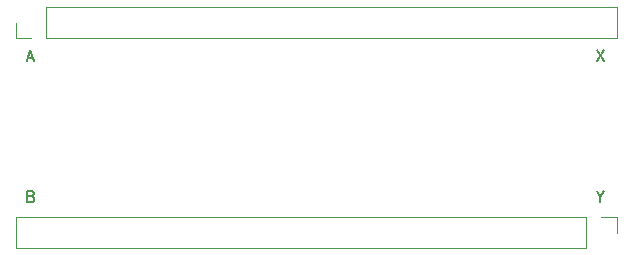
<source format=gbr>
%TF.GenerationSoftware,KiCad,Pcbnew,(7.0.0)*%
%TF.CreationDate,2023-12-08T21:12:48-05:00*%
%TF.ProjectId,Coaster-Graphics,436f6173-7465-4722-9d47-726170686963,rev?*%
%TF.SameCoordinates,Original*%
%TF.FileFunction,Legend,Top*%
%TF.FilePolarity,Positive*%
%FSLAX46Y46*%
G04 Gerber Fmt 4.6, Leading zero omitted, Abs format (unit mm)*
G04 Created by KiCad (PCBNEW (7.0.0)) date 2023-12-08 21:12:48*
%MOMM*%
%LPD*%
G01*
G04 APERTURE LIST*
%ADD10C,0.150000*%
%ADD11C,0.120000*%
%ADD12C,6.400000*%
%ADD13O,1.700000X1.700000*%
%ADD14R,1.700000X1.700000*%
%ADD15C,3.600000*%
G04 APERTURE END LIST*
D10*
X162837434Y-141038190D02*
X162837434Y-141514380D01*
X162504101Y-140514380D02*
X162837434Y-141038190D01*
X162837434Y-141038190D02*
X163170767Y-140514380D01*
X162504101Y-128576380D02*
X163170767Y-129576380D01*
X163170767Y-128576380D02*
X162504101Y-129576380D01*
X114648862Y-140990571D02*
X114791719Y-141038190D01*
X114791719Y-141038190D02*
X114839338Y-141085809D01*
X114839338Y-141085809D02*
X114886957Y-141181047D01*
X114886957Y-141181047D02*
X114886957Y-141323904D01*
X114886957Y-141323904D02*
X114839338Y-141419142D01*
X114839338Y-141419142D02*
X114791719Y-141466761D01*
X114791719Y-141466761D02*
X114696481Y-141514380D01*
X114696481Y-141514380D02*
X114315529Y-141514380D01*
X114315529Y-141514380D02*
X114315529Y-140514380D01*
X114315529Y-140514380D02*
X114648862Y-140514380D01*
X114648862Y-140514380D02*
X114744100Y-140562000D01*
X114744100Y-140562000D02*
X114791719Y-140609619D01*
X114791719Y-140609619D02*
X114839338Y-140704857D01*
X114839338Y-140704857D02*
X114839338Y-140800095D01*
X114839338Y-140800095D02*
X114791719Y-140895333D01*
X114791719Y-140895333D02*
X114744100Y-140942952D01*
X114744100Y-140942952D02*
X114648862Y-140990571D01*
X114648862Y-140990571D02*
X114315529Y-140990571D01*
X114339339Y-129290666D02*
X114815529Y-129290666D01*
X114244101Y-129576380D02*
X114577434Y-128576380D01*
X114577434Y-128576380D02*
X114910767Y-129576380D01*
D11*
%TO.C,J3*%
X115934934Y-127610000D02*
X115934934Y-124950000D01*
X113334934Y-127610000D02*
X113334934Y-126280000D01*
X115934934Y-127610000D02*
X164254934Y-127610000D01*
X164254934Y-127610000D02*
X164254934Y-124950000D01*
X115934934Y-124950000D02*
X164254934Y-124950000D01*
X114664934Y-127610000D02*
X113334934Y-127610000D01*
%TO.C,J4*%
X161654934Y-142730000D02*
X161654934Y-145390000D01*
X164254934Y-142730000D02*
X164254934Y-144060000D01*
X161654934Y-142730000D02*
X113334934Y-142730000D01*
X113334934Y-142730000D02*
X113334934Y-145390000D01*
X161654934Y-145390000D02*
X113334934Y-145390000D01*
X162924934Y-142730000D02*
X164254934Y-142730000D01*
%TD*%
%LPC*%
%TO.C,G\u002A\u002A\u002A*%
G36*
X97413499Y-131436028D02*
G01*
X98158402Y-131436028D01*
X98168489Y-131439299D01*
X98174567Y-131439665D01*
X98202319Y-131438245D01*
X98255772Y-131433546D01*
X98329662Y-131426107D01*
X98418719Y-131416464D01*
X98517678Y-131405156D01*
X98549014Y-131401459D01*
X98637499Y-131390874D01*
X102072016Y-131390874D01*
X102076114Y-131456683D01*
X102086888Y-131499178D01*
X102102904Y-131516137D01*
X102122729Y-131505338D01*
X102126802Y-131499083D01*
X102500357Y-131499083D01*
X102503155Y-131528903D01*
X102522658Y-131570937D01*
X102533718Y-131588099D01*
X102545763Y-131620967D01*
X102538817Y-131637227D01*
X102534805Y-131660844D01*
X102552767Y-131699410D01*
X102561987Y-131713580D01*
X102588476Y-131756179D01*
X102607354Y-131792908D01*
X102610517Y-131801195D01*
X102623362Y-131822250D01*
X102632886Y-131823555D01*
X102643608Y-131831730D01*
X102654109Y-131861907D01*
X102656144Y-131871580D01*
X102665328Y-131908038D01*
X102679494Y-131920839D01*
X102707124Y-131917332D01*
X102708530Y-131916981D01*
X102741217Y-131907356D01*
X102756287Y-131900604D01*
X102753271Y-131883753D01*
X102737019Y-131847142D01*
X102711127Y-131797289D01*
X102679191Y-131740710D01*
X102644804Y-131683921D01*
X102632063Y-131664572D01*
X102779092Y-131664572D01*
X102781234Y-131673847D01*
X102789494Y-131674973D01*
X102802336Y-131669265D01*
X102799895Y-131664572D01*
X102781379Y-131662705D01*
X102779092Y-131664572D01*
X102632063Y-131664572D01*
X102611564Y-131633440D01*
X102599971Y-131617254D01*
X102568738Y-131571448D01*
X102547004Y-131532832D01*
X102539862Y-131511819D01*
X102534801Y-131503352D01*
X102664678Y-131503352D01*
X102678134Y-131514597D01*
X102707583Y-131518715D01*
X102734822Y-131516385D01*
X102733998Y-131508315D01*
X102727086Y-131503352D01*
X102694131Y-131489519D01*
X102670351Y-131492105D01*
X102664678Y-131503352D01*
X102534801Y-131503352D01*
X102527305Y-131490811D01*
X102515408Y-131487750D01*
X102500357Y-131499083D01*
X102126802Y-131499083D01*
X102134345Y-131487499D01*
X102142250Y-131461890D01*
X102125773Y-131446201D01*
X102115391Y-131441682D01*
X102091995Y-131431141D01*
X102096804Y-131427455D01*
X102110808Y-131427010D01*
X102145760Y-131429737D01*
X102194071Y-131436903D01*
X102207753Y-131439425D01*
X102254613Y-131444758D01*
X102277513Y-131438672D01*
X102278708Y-131436508D01*
X102294874Y-131429979D01*
X102317258Y-131438709D01*
X102362122Y-131448255D01*
X102391638Y-131440946D01*
X102427366Y-131428332D01*
X102442723Y-131427658D01*
X102446222Y-131439068D01*
X102446250Y-131441864D01*
X102436847Y-131451509D01*
X102431726Y-131449411D01*
X102411688Y-131451368D01*
X102407403Y-131456291D01*
X102407639Y-131469707D01*
X102426725Y-131470624D01*
X102455276Y-131459830D01*
X102469055Y-131451112D01*
X102487290Y-131428028D01*
X102486718Y-131412107D01*
X102462310Y-131396710D01*
X102429401Y-131396419D01*
X102406794Y-131410471D01*
X102386827Y-131414690D01*
X102347355Y-131397639D01*
X102342573Y-131394869D01*
X102317672Y-131381126D01*
X102565209Y-131381126D01*
X102569078Y-131390315D01*
X102592920Y-131410221D01*
X102639696Y-131436340D01*
X102702598Y-131465450D01*
X102774817Y-131494329D01*
X102828499Y-131513085D01*
X102889972Y-131531886D01*
X102935798Y-131543482D01*
X102962695Y-131547499D01*
X102967381Y-131543562D01*
X102946574Y-131531299D01*
X102932591Y-131524939D01*
X102880664Y-131502266D01*
X102910549Y-131451615D01*
X102919086Y-131433143D01*
X102945513Y-131433143D01*
X102953314Y-131440944D01*
X102961115Y-131433143D01*
X102953314Y-131425342D01*
X102945513Y-131433143D01*
X102919086Y-131433143D01*
X102929611Y-131410368D01*
X102929087Y-131377657D01*
X102924157Y-131364486D01*
X102914138Y-131346115D01*
X102899663Y-131336099D01*
X102873279Y-131332997D01*
X102827534Y-131335370D01*
X102790180Y-131338599D01*
X102715299Y-131347697D01*
X102669653Y-131359356D01*
X102651318Y-131374451D01*
X102658370Y-131393862D01*
X102661557Y-131397258D01*
X102679119Y-131422111D01*
X102673566Y-131433045D01*
X102650113Y-131425897D01*
X102625490Y-131399026D01*
X102615008Y-131368044D01*
X102605520Y-131335154D01*
X102592555Y-131320594D01*
X102576130Y-131328059D01*
X102565459Y-131352855D01*
X102565209Y-131381126D01*
X102317672Y-131381126D01*
X102298999Y-131370820D01*
X102279762Y-131364901D01*
X102283780Y-131377142D01*
X102299514Y-131396160D01*
X102313591Y-131413339D01*
X102311380Y-131417708D01*
X102288985Y-131408680D01*
X102247886Y-131388380D01*
X102200178Y-131360419D01*
X102163243Y-131331719D01*
X102149335Y-131315234D01*
X102139923Y-131265950D01*
X102153313Y-131197375D01*
X102185542Y-131118605D01*
X102210628Y-131079006D01*
X102240793Y-131047269D01*
X102269266Y-131028712D01*
X102289277Y-131028651D01*
X102293099Y-131034165D01*
X102310130Y-131040870D01*
X102344975Y-131039920D01*
X102348738Y-131039390D01*
X102386106Y-131028097D01*
X102400221Y-131005796D01*
X102400974Y-130998417D01*
X102405916Y-130993655D01*
X102417286Y-131014263D01*
X102430928Y-131050895D01*
X102459353Y-131136705D01*
X102457114Y-130996288D01*
X102617872Y-130996288D01*
X102625673Y-131004089D01*
X102633474Y-130996288D01*
X102625673Y-130988487D01*
X102617872Y-130996288D01*
X102457114Y-130996288D01*
X102456702Y-130970445D01*
X102456479Y-130901369D01*
X102457947Y-130844344D01*
X102460825Y-130806283D01*
X102463820Y-130794255D01*
X102484497Y-130785342D01*
X102522448Y-130776455D01*
X102528982Y-130775338D01*
X102572630Y-130773565D01*
X102606095Y-130789766D01*
X102625236Y-130807209D01*
X102656642Y-130834151D01*
X102681169Y-130847692D01*
X102683971Y-130848069D01*
X102688664Y-130855536D01*
X102677332Y-130867571D01*
X102657219Y-130893669D01*
X102643758Y-130928368D01*
X102640118Y-130959704D01*
X102648749Y-130975494D01*
X102662155Y-130992945D01*
X102673363Y-131027835D01*
X102673551Y-131028770D01*
X102675762Y-131062633D01*
X102663540Y-131092929D01*
X102632153Y-131130891D01*
X102629182Y-131134056D01*
X102587557Y-131170084D01*
X102544423Y-131195309D01*
X102527873Y-131200731D01*
X102492355Y-131214269D01*
X102476182Y-131243032D01*
X102473032Y-131259265D01*
X102469452Y-131295048D01*
X102471053Y-131314316D01*
X102471267Y-131314593D01*
X102486769Y-131310790D01*
X102518773Y-131292751D01*
X102559546Y-131265894D01*
X102601354Y-131235637D01*
X102636463Y-131207400D01*
X102657141Y-131186599D01*
X102659285Y-131182861D01*
X102679010Y-131162537D01*
X102689630Y-131160108D01*
X102709123Y-131147908D01*
X102737530Y-131116284D01*
X102762070Y-131081944D01*
X102801275Y-131030022D01*
X102833507Y-131008117D01*
X102861106Y-131016467D01*
X102886413Y-131055308D01*
X102902433Y-131096117D01*
X102917085Y-131145690D01*
X102924320Y-131184915D01*
X102923694Y-131200613D01*
X102904862Y-131217046D01*
X102867238Y-131233514D01*
X102852705Y-131237902D01*
X102809294Y-131255449D01*
X102788596Y-131275126D01*
X102791623Y-131291458D01*
X102819382Y-131298970D01*
X102841650Y-131297851D01*
X102880122Y-131297115D01*
X102907938Y-131309773D01*
X102933921Y-131341753D01*
X102951870Y-131371921D01*
X102965537Y-131394981D01*
X102972382Y-131399953D01*
X102973473Y-131383014D01*
X102969880Y-131340339D01*
X102967464Y-131316128D01*
X102943624Y-131169139D01*
X102904337Y-131038991D01*
X102851273Y-130928058D01*
X102786101Y-130838715D01*
X102710489Y-130773336D01*
X102626106Y-130734295D01*
X102550942Y-130723596D01*
X102475246Y-130737472D01*
X102396237Y-130777247D01*
X102319414Y-130838884D01*
X102250273Y-130918347D01*
X102217244Y-130968641D01*
X102188774Y-131024421D01*
X102158303Y-131096059D01*
X102128654Y-131175346D01*
X102102652Y-131254073D01*
X102083120Y-131324029D01*
X102072883Y-131377005D01*
X102072016Y-131390874D01*
X98637499Y-131390874D01*
X98686553Y-131385006D01*
X98832712Y-131367334D01*
X98984134Y-131348863D01*
X99137461Y-131330016D01*
X99289333Y-131311214D01*
X99436394Y-131292878D01*
X99575283Y-131275431D01*
X99702644Y-131259293D01*
X99815119Y-131244886D01*
X99909348Y-131232632D01*
X99981973Y-131222952D01*
X100029637Y-131216268D01*
X100047448Y-131213379D01*
X100090354Y-131204435D01*
X100090354Y-130979446D01*
X100089713Y-130899695D01*
X100087951Y-130832377D01*
X100085309Y-130782994D01*
X100082024Y-130757045D01*
X100080540Y-130754457D01*
X100062140Y-130759459D01*
X100022462Y-130772684D01*
X99969465Y-130791459D01*
X99959624Y-130795040D01*
X99923253Y-130807950D01*
X99860609Y-130829756D01*
X99774970Y-130859332D01*
X99669617Y-130895553D01*
X99547827Y-130937294D01*
X99412879Y-130983431D01*
X99268052Y-131032839D01*
X99116625Y-131084392D01*
X99073634Y-131099009D01*
X98875055Y-131166672D01*
X98704519Y-131225177D01*
X98560430Y-131275128D01*
X98441195Y-131317130D01*
X98345219Y-131351785D01*
X98270907Y-131379700D01*
X98216664Y-131401477D01*
X98180895Y-131417721D01*
X98162006Y-131429037D01*
X98158402Y-131436028D01*
X97413499Y-131436028D01*
X97437811Y-131418663D01*
X97482656Y-131409742D01*
X97483502Y-131409740D01*
X97513526Y-131396047D01*
X97524881Y-131372104D01*
X97526793Y-131346336D01*
X97527166Y-131293648D01*
X97526155Y-131218279D01*
X97523917Y-131124468D01*
X97520608Y-131016454D01*
X97516385Y-130898474D01*
X97511403Y-130774768D01*
X97505820Y-130649573D01*
X97499792Y-130527129D01*
X97493475Y-130411675D01*
X97487026Y-130307447D01*
X97483954Y-130262995D01*
X97462764Y-130018307D01*
X97436200Y-129801367D01*
X97403695Y-129609093D01*
X97364683Y-129438402D01*
X97318599Y-129286211D01*
X97290743Y-129211062D01*
X97271749Y-129160463D01*
X97259540Y-129122560D01*
X97256643Y-129105243D01*
X97256769Y-129105077D01*
X97265775Y-129114189D01*
X97281625Y-129147492D01*
X97302221Y-129199279D01*
X97325465Y-129263846D01*
X97349259Y-129335489D01*
X97371504Y-129408501D01*
X97381593Y-129444486D01*
X97407633Y-129550072D01*
X97431108Y-129666004D01*
X97452255Y-129794663D01*
X97471306Y-129938431D01*
X97488495Y-130099690D01*
X97504057Y-130280821D01*
X97518225Y-130484207D01*
X97531234Y-130712228D01*
X97543316Y-130967267D01*
X97551976Y-131179403D01*
X97555326Y-131241653D01*
X97559787Y-131291297D01*
X97564590Y-131320618D01*
X97566475Y-131324968D01*
X97584650Y-131324239D01*
X97612188Y-131310513D01*
X97625388Y-131303369D01*
X97645535Y-131295067D01*
X97674435Y-131285155D01*
X97713892Y-131273177D01*
X97765711Y-131258681D01*
X97831697Y-131241213D01*
X97913656Y-131220319D01*
X98013391Y-131195545D01*
X98132709Y-131166438D01*
X98273413Y-131132543D01*
X98437310Y-131093408D01*
X98626204Y-131048579D01*
X98841899Y-130997600D01*
X99084027Y-130940532D01*
X99256653Y-130899852D01*
X99420171Y-130861254D01*
X99572074Y-130825333D01*
X99709858Y-130792684D01*
X99831017Y-130763904D01*
X99933045Y-130739588D01*
X100013438Y-130720331D01*
X100069690Y-130706729D01*
X100099294Y-130699378D01*
X100103313Y-130698239D01*
X100106171Y-130682264D01*
X100110303Y-130641089D01*
X100115189Y-130580665D01*
X100120310Y-130506947D01*
X100121107Y-130494466D01*
X100133741Y-130294199D01*
X100132764Y-130488807D01*
X100132544Y-130569551D01*
X100133485Y-130624434D01*
X100136553Y-130658796D01*
X100142713Y-130677979D01*
X100152931Y-130687324D01*
X100168171Y-130692174D01*
X100169578Y-130692514D01*
X100207368Y-130701612D01*
X100172452Y-130710923D01*
X100141205Y-130731706D01*
X100121745Y-130761764D01*
X100117139Y-130787466D01*
X100113058Y-130834754D01*
X100109657Y-130896918D01*
X100107090Y-130967251D01*
X100105511Y-131039042D01*
X100105074Y-131105583D01*
X100105935Y-131160164D01*
X100108245Y-131196077D01*
X100111516Y-131206914D01*
X100127703Y-131204854D01*
X100171316Y-131198990D01*
X100238873Y-131189800D01*
X100326890Y-131177760D01*
X100431885Y-131163346D01*
X100550375Y-131147034D01*
X100677087Y-131129549D01*
X100808469Y-131111540D01*
X100932406Y-131094822D01*
X101044928Y-131079909D01*
X101142063Y-131067317D01*
X101219841Y-131057561D01*
X101274289Y-131051157D01*
X101300171Y-131048679D01*
X101356259Y-131054404D01*
X101409047Y-131080127D01*
X101462480Y-131128828D01*
X101520506Y-131203488D01*
X101536659Y-131227259D01*
X101569916Y-131275179D01*
X101596708Y-131309913D01*
X101612588Y-131325833D01*
X101614668Y-131326007D01*
X101622636Y-131307274D01*
X101632860Y-131270475D01*
X101634935Y-131261578D01*
X101640048Y-131224010D01*
X101633663Y-131190329D01*
X101612645Y-131148488D01*
X101600168Y-131127940D01*
X101580047Y-131092150D01*
X101566818Y-131057173D01*
X101561017Y-131018723D01*
X101563178Y-130972509D01*
X101573836Y-130914246D01*
X101593525Y-130839645D01*
X101622781Y-130744418D01*
X101662138Y-130624278D01*
X101663474Y-130620262D01*
X101717083Y-130462035D01*
X101764085Y-130330923D01*
X101806266Y-130223983D01*
X101845410Y-130138276D01*
X101883301Y-130070860D01*
X101921722Y-130018796D01*
X101962459Y-129979141D01*
X102007296Y-129948955D01*
X102058017Y-129925297D01*
X102092728Y-129912776D01*
X102202005Y-129881831D01*
X102328905Y-129854733D01*
X102465407Y-129832456D01*
X102603487Y-129815976D01*
X102735123Y-129806269D01*
X102852290Y-129804309D01*
X102938533Y-129809950D01*
X102999114Y-129822216D01*
X103048704Y-129844910D01*
X103090736Y-129882040D01*
X103128642Y-129937614D01*
X103165856Y-130015638D01*
X103205810Y-130120120D01*
X103206913Y-130123216D01*
X103241804Y-130224761D01*
X103275926Y-130330353D01*
X103307762Y-130434661D01*
X103335799Y-130532353D01*
X103358520Y-130618099D01*
X103374411Y-130686567D01*
X103381957Y-130732426D01*
X103382368Y-130740604D01*
X103376144Y-130786582D01*
X103360941Y-130837750D01*
X103358761Y-130843165D01*
X103343092Y-130886729D01*
X103343930Y-130903837D01*
X103361729Y-130894779D01*
X103392405Y-130864732D01*
X103455347Y-130819555D01*
X103518856Y-130797704D01*
X103566802Y-130784816D01*
X103594309Y-130769203D01*
X103611463Y-130741682D01*
X103626087Y-130700066D01*
X103642497Y-130653415D01*
X103656824Y-130619413D01*
X103662711Y-130609429D01*
X103670867Y-130617560D01*
X103682741Y-130650048D01*
X103696182Y-130700602D01*
X103700640Y-130720384D01*
X103713733Y-130785876D01*
X103719192Y-130833789D01*
X103717163Y-130876760D01*
X103707796Y-130927428D01*
X103703294Y-130947241D01*
X103680873Y-131035917D01*
X103657276Y-131104479D01*
X103627537Y-131160562D01*
X103586688Y-131211799D01*
X103529765Y-131265825D01*
X103456658Y-131326380D01*
X103351525Y-131410781D01*
X103361335Y-131571113D01*
X103364754Y-131675343D01*
X103360395Y-131750833D01*
X103352354Y-131788382D01*
X103333564Y-131845318D01*
X103216656Y-131849857D01*
X103099749Y-131854396D01*
X103061229Y-131968929D01*
X103021026Y-132077586D01*
X102977011Y-132171058D01*
X102921483Y-132265121D01*
X102902246Y-132294584D01*
X102874849Y-132337882D01*
X102857317Y-132369604D01*
X102853437Y-132382330D01*
X102870471Y-132390059D01*
X102907105Y-132404530D01*
X102933990Y-132414657D01*
X102993171Y-132442781D01*
X103024307Y-132472074D01*
X103026363Y-132500914D01*
X103003979Y-132524186D01*
X102952976Y-132547584D01*
X102872026Y-132570971D01*
X102762385Y-132594138D01*
X102625312Y-132616877D01*
X102462062Y-132638979D01*
X102273893Y-132660236D01*
X102064002Y-132680268D01*
X101951039Y-132690214D01*
X101820545Y-132701721D01*
X101686070Y-132713594D01*
X101561166Y-132724636D01*
X101517933Y-132728462D01*
X101392649Y-132740632D01*
X101239455Y-132757338D01*
X101061255Y-132778189D01*
X100860950Y-132802796D01*
X100641444Y-132830771D01*
X100405641Y-132861723D01*
X100156442Y-132895263D01*
X99896752Y-132931002D01*
X99629472Y-132968550D01*
X99357507Y-133007518D01*
X99083759Y-133047517D01*
X98811131Y-133088155D01*
X98615968Y-133117776D01*
X98506456Y-133134435D01*
X98384233Y-133152875D01*
X98263005Y-133171036D01*
X98156473Y-133186861D01*
X98140108Y-133189274D01*
X97907195Y-133225777D01*
X97667809Y-133267377D01*
X97431669Y-133312240D01*
X97208492Y-133358529D01*
X97032368Y-133398548D01*
X96748195Y-133462482D01*
X96470974Y-133516567D01*
X96193072Y-133561934D01*
X95906851Y-133599714D01*
X95604677Y-133631036D01*
X95292749Y-133656061D01*
X95141593Y-133665126D01*
X94964668Y-133673033D01*
X94767390Y-133679702D01*
X94555175Y-133685052D01*
X94333440Y-133689003D01*
X94107600Y-133691475D01*
X93883071Y-133692388D01*
X93665270Y-133691661D01*
X93459614Y-133689214D01*
X93295698Y-133685649D01*
X92980466Y-133674520D01*
X92684871Y-133658549D01*
X92397611Y-133636976D01*
X92107386Y-133609045D01*
X92031938Y-133600857D01*
X91905657Y-133586830D01*
X91805938Y-133575635D01*
X91728325Y-133566698D01*
X91668365Y-133559446D01*
X91621602Y-133553303D01*
X91583580Y-133547697D01*
X91549845Y-133542054D01*
X91515940Y-133535799D01*
X91493671Y-133531515D01*
X91431547Y-133520294D01*
X91370436Y-133510530D01*
X91345452Y-133507084D01*
X91286737Y-133498963D01*
X91243159Y-133491430D01*
X91221720Y-133485741D01*
X91220636Y-133484695D01*
X91207561Y-133481063D01*
X91189432Y-133478369D01*
X91136311Y-133469358D01*
X91062672Y-133453598D01*
X90977869Y-133433363D01*
X90891254Y-133410925D01*
X90812183Y-133388556D01*
X90783781Y-133379826D01*
X90671270Y-133339515D01*
X90589444Y-133299446D01*
X90537792Y-133259123D01*
X90515803Y-133218048D01*
X90522966Y-133175724D01*
X90543943Y-133146286D01*
X90598683Y-133102843D01*
X90681157Y-133059894D01*
X90787901Y-133018604D01*
X90915453Y-132980141D01*
X90925558Y-132977737D01*
X95753007Y-132977737D01*
X95760808Y-132985538D01*
X95761793Y-132984553D01*
X95948091Y-132984553D01*
X95949050Y-132987186D01*
X95977787Y-133010344D01*
X96020845Y-133024180D01*
X96057245Y-133024145D01*
X96100802Y-133017961D01*
X96120572Y-133016955D01*
X96157932Y-133007146D01*
X96182980Y-132992182D01*
X96197930Y-132978092D01*
X96191064Y-132979169D01*
X96131559Y-132998686D01*
X96063132Y-133004844D01*
X96001859Y-132996574D01*
X95990423Y-132992500D01*
X95959861Y-132982527D01*
X95948091Y-132984553D01*
X95761793Y-132984553D01*
X95768609Y-132977737D01*
X95760808Y-132969936D01*
X95753007Y-132977737D01*
X90925558Y-132977737D01*
X90970833Y-132966966D01*
X95787144Y-132966966D01*
X95803316Y-132965092D01*
X95847787Y-132952761D01*
X95860958Y-132948848D01*
X95898486Y-132934605D01*
X95914382Y-132922006D01*
X95912149Y-132917259D01*
X95888465Y-132917182D01*
X95850371Y-132930141D01*
X95835402Y-132937422D01*
X95798197Y-132957902D01*
X95787144Y-132966966D01*
X90970833Y-132966966D01*
X91060349Y-132945670D01*
X91219125Y-132916357D01*
X91233323Y-132914114D01*
X91304218Y-132902379D01*
X91317588Y-132899867D01*
X96197870Y-132899867D01*
X96200844Y-132922731D01*
X96201271Y-132924381D01*
X96210523Y-132945294D01*
X96217755Y-132940865D01*
X96214309Y-132912604D01*
X96208092Y-132903916D01*
X96197870Y-132899867D01*
X91317588Y-132899867D01*
X91362215Y-132891482D01*
X91401309Y-132882642D01*
X91415492Y-132877104D01*
X91402937Y-132865608D01*
X91370180Y-132843706D01*
X91324303Y-132816131D01*
X91324143Y-132816039D01*
X91233072Y-132754441D01*
X91232270Y-132753763D01*
X95574977Y-132753763D01*
X95592135Y-132762994D01*
X95619269Y-132767370D01*
X95640433Y-132765185D01*
X95643793Y-132761129D01*
X95630555Y-132754094D01*
X95605261Y-132747780D01*
X95579620Y-132746685D01*
X95574977Y-132753763D01*
X91232270Y-132753763D01*
X91160768Y-132693319D01*
X96455433Y-132693319D01*
X96464952Y-132700518D01*
X96489840Y-132690892D01*
X96523138Y-132669412D01*
X96557885Y-132641050D01*
X96587123Y-132610779D01*
X96601744Y-132588794D01*
X96631424Y-132520864D01*
X96652799Y-132461168D01*
X96663949Y-132416006D01*
X96662956Y-132391679D01*
X96662124Y-132390644D01*
X96640458Y-132381382D01*
X96599880Y-132372050D01*
X96579911Y-132368855D01*
X96538910Y-132363699D01*
X96525263Y-132364634D01*
X96535501Y-132372879D01*
X96548236Y-132379984D01*
X96585281Y-132409885D01*
X96609473Y-132441366D01*
X96621367Y-132467660D01*
X96621756Y-132492616D01*
X96609226Y-132527143D01*
X96594343Y-132558155D01*
X96551406Y-132623606D01*
X96506140Y-132657897D01*
X96472684Y-132676437D01*
X96455883Y-132691604D01*
X96455433Y-132693319D01*
X91160768Y-132693319D01*
X91139557Y-132675388D01*
X91058196Y-132591962D01*
X95948014Y-132591962D01*
X95950382Y-132603790D01*
X95962584Y-132625040D01*
X95969977Y-132615960D01*
X95971435Y-132594568D01*
X95965674Y-132572816D01*
X95956514Y-132571665D01*
X95948014Y-132591962D01*
X91058196Y-132591962D01*
X91055458Y-132589155D01*
X91036637Y-132566875D01*
X91017728Y-132545268D01*
X90998106Y-132529550D01*
X90971673Y-132517645D01*
X90932334Y-132507480D01*
X90873991Y-132496980D01*
X90795387Y-132484802D01*
X90704175Y-132471275D01*
X90609052Y-132457599D01*
X90522203Y-132445507D01*
X90463941Y-132437757D01*
X90395394Y-132427190D01*
X90332311Y-132414374D01*
X90286101Y-132401700D01*
X90278712Y-132398914D01*
X90230931Y-132385824D01*
X90171038Y-132378020D01*
X90145027Y-132377062D01*
X90078773Y-132372083D01*
X90007911Y-132359560D01*
X89983851Y-132353274D01*
X89893483Y-132315271D01*
X89828430Y-132261360D01*
X89795570Y-132203798D01*
X95378920Y-132203798D01*
X95383543Y-132215451D01*
X95389486Y-132225238D01*
X95427778Y-132283622D01*
X95461432Y-132330584D01*
X95486651Y-132361144D01*
X95499640Y-132370326D01*
X95499935Y-132370101D01*
X95495208Y-132354845D01*
X95494481Y-132353659D01*
X95815415Y-132353659D01*
X95823216Y-132361460D01*
X95831017Y-132353659D01*
X95823216Y-132345858D01*
X95815415Y-132353659D01*
X95494481Y-132353659D01*
X95475450Y-132322619D01*
X95869740Y-132322619D01*
X95876568Y-132319327D01*
X95877457Y-132318554D01*
X95903319Y-132301956D01*
X95914268Y-132299052D01*
X95922028Y-132312315D01*
X95921842Y-132345704D01*
X95915253Y-132389619D01*
X95903805Y-132434460D01*
X95889041Y-132470629D01*
X95885816Y-132475992D01*
X95870914Y-132501796D01*
X95876682Y-132510148D01*
X95896795Y-132509717D01*
X95929734Y-132494792D01*
X95959879Y-132461612D01*
X95977977Y-132411750D01*
X95982445Y-132351650D01*
X95973525Y-132295000D01*
X95956328Y-132260644D01*
X95930992Y-132239573D01*
X95913110Y-132240986D01*
X95909027Y-132254918D01*
X95899807Y-132279784D01*
X95882137Y-132305624D01*
X95869740Y-132322619D01*
X95475450Y-132322619D01*
X95475383Y-132322510D01*
X95447640Y-132283973D01*
X95413630Y-132240748D01*
X95389836Y-132213126D01*
X95378920Y-132203798D01*
X89795570Y-132203798D01*
X89787419Y-132189519D01*
X89784373Y-132174194D01*
X96065046Y-132174194D01*
X96074770Y-132193100D01*
X96099283Y-132224709D01*
X96112426Y-132239582D01*
X96143953Y-132279575D01*
X96165432Y-132317033D01*
X96168775Y-132326558D01*
X96168498Y-132359729D01*
X96155574Y-132388319D01*
X96136218Y-132401810D01*
X96125730Y-132399399D01*
X96125254Y-132406283D01*
X96138558Y-132433005D01*
X96154802Y-132460669D01*
X96183865Y-132501340D01*
X96205441Y-132517922D01*
X96212485Y-132516169D01*
X96237371Y-132502501D01*
X96250839Y-132517395D01*
X96252270Y-132532066D01*
X96257791Y-132569370D01*
X96268239Y-132604256D01*
X96282501Y-132631785D01*
X96303874Y-132640715D01*
X96340381Y-132637143D01*
X96379184Y-132629355D01*
X96402189Y-132621953D01*
X96403686Y-132620896D01*
X96401291Y-132603365D01*
X96384344Y-132567152D01*
X96356764Y-132518266D01*
X96322470Y-132462716D01*
X96285380Y-132406512D01*
X96249413Y-132355661D01*
X96218488Y-132316175D01*
X96196523Y-132294060D01*
X96189048Y-132291754D01*
X96176121Y-132288057D01*
X96174260Y-132278239D01*
X96161593Y-132253707D01*
X96149202Y-132245969D01*
X96131886Y-132228274D01*
X96134226Y-132196186D01*
X96137138Y-132170506D01*
X96290241Y-132170506D01*
X96305577Y-132173004D01*
X96325813Y-132170136D01*
X96326054Y-132164810D01*
X96305173Y-132161085D01*
X96296151Y-132163578D01*
X96290241Y-132170506D01*
X96137138Y-132170506D01*
X96137305Y-132169030D01*
X96129412Y-132165225D01*
X96111980Y-132162470D01*
X96108364Y-132155969D01*
X96094099Y-132146818D01*
X96074649Y-132155106D01*
X96065046Y-132174194D01*
X89784373Y-132174194D01*
X89769175Y-132097728D01*
X89769728Y-132013707D01*
X89792970Y-131783668D01*
X89831281Y-131531665D01*
X89840493Y-131479949D01*
X89863527Y-131355167D01*
X89882603Y-131257626D01*
X89898912Y-131183791D01*
X89913645Y-131130127D01*
X89927994Y-131093098D01*
X89943149Y-131069170D01*
X89960303Y-131054807D01*
X89980647Y-131046474D01*
X89987172Y-131044716D01*
X90015458Y-131042783D01*
X90068667Y-131043719D01*
X90140677Y-131047248D01*
X90225365Y-131053091D01*
X90288055Y-131058333D01*
X90393681Y-131067542D01*
X90518775Y-131078040D01*
X90651679Y-131088873D01*
X90780738Y-131099087D01*
X90861791Y-131105301D01*
X90965819Y-131113499D01*
X91067066Y-131122126D01*
X91158438Y-131130530D01*
X91232843Y-131138058D01*
X91283044Y-131144039D01*
X91337816Y-131150966D01*
X91414981Y-131159774D01*
X91505860Y-131169518D01*
X91601770Y-131179252D01*
X91642368Y-131183196D01*
X91731486Y-131192312D01*
X91813228Y-131201755D01*
X91880924Y-131210675D01*
X91927908Y-131218221D01*
X91942610Y-131221507D01*
X92005548Y-131245229D01*
X92085132Y-131285291D01*
X92182215Y-131342277D01*
X92297652Y-131416770D01*
X92432296Y-131509351D01*
X92587001Y-131620603D01*
X92762622Y-131751109D01*
X92960011Y-131901452D01*
X93114171Y-132020814D01*
X93180003Y-132070953D01*
X93227919Y-132104003D01*
X93263711Y-132123162D01*
X93293172Y-132131630D01*
X93316996Y-132132828D01*
X93363022Y-132125999D01*
X93375100Y-132123010D01*
X95910609Y-132123010D01*
X95926242Y-132119737D01*
X95929202Y-132118626D01*
X95948307Y-132106266D01*
X95948445Y-132099239D01*
X95931940Y-132100990D01*
X95920468Y-132109892D01*
X95910609Y-132123010D01*
X93375100Y-132123010D01*
X93432262Y-132108864D01*
X93448773Y-132104027D01*
X95799813Y-132104027D01*
X95807614Y-132111828D01*
X95815415Y-132104027D01*
X95807614Y-132096226D01*
X95799813Y-132104027D01*
X93448773Y-132104027D01*
X93502031Y-132088425D01*
X95753007Y-132088425D01*
X95760808Y-132096226D01*
X95768609Y-132088425D01*
X95760808Y-132080624D01*
X95753007Y-132088425D01*
X93502031Y-132088425D01*
X93519239Y-132083384D01*
X93552130Y-132072823D01*
X95706201Y-132072823D01*
X95714002Y-132080624D01*
X95721803Y-132072823D01*
X95714002Y-132065022D01*
X95706201Y-132072823D01*
X93552130Y-132072823D01*
X93618474Y-132051521D01*
X93724490Y-132015234D01*
X93726047Y-132014672D01*
X95380685Y-132014672D01*
X95383265Y-132045386D01*
X95387426Y-132046453D01*
X95388818Y-132040734D01*
X95633202Y-132040734D01*
X95643793Y-132049420D01*
X95672236Y-132062623D01*
X95682798Y-132064545D01*
X95685589Y-132058106D01*
X95674997Y-132049420D01*
X95646555Y-132036218D01*
X95635992Y-132034296D01*
X95633202Y-132040734D01*
X95388818Y-132040734D01*
X95389593Y-132037547D01*
X95397581Y-132023417D01*
X95586586Y-132023417D01*
X95588728Y-132032692D01*
X95596987Y-132033818D01*
X95609830Y-132028110D01*
X95607389Y-132023417D01*
X95588873Y-132021550D01*
X95586586Y-132023417D01*
X95397581Y-132023417D01*
X95404931Y-132010415D01*
X95550182Y-132010415D01*
X95557983Y-132018216D01*
X95565784Y-132010415D01*
X95564265Y-132008896D01*
X95740804Y-132008896D01*
X95756874Y-132025836D01*
X95793281Y-132050577D01*
X95846133Y-132080262D01*
X95873922Y-132094314D01*
X95877427Y-132083571D01*
X95877480Y-132082294D01*
X95987037Y-132082294D01*
X96000302Y-132089594D01*
X96024544Y-132090675D01*
X96038585Y-132087769D01*
X96271129Y-132087769D01*
X96281234Y-132094995D01*
X96315585Y-132107421D01*
X96367976Y-132123420D01*
X96432204Y-132141367D01*
X96502065Y-132159637D01*
X96571356Y-132176604D01*
X96633873Y-132190642D01*
X96683412Y-132200126D01*
X96712528Y-132203434D01*
X96715141Y-132199508D01*
X96692647Y-132188940D01*
X96649859Y-132173954D01*
X96646220Y-132172794D01*
X96589641Y-132151510D01*
X96556083Y-132131495D01*
X96548707Y-132119481D01*
X96555195Y-132093045D01*
X96563132Y-132072823D01*
X99271250Y-132072823D01*
X99661300Y-132082873D01*
X99803823Y-132086980D01*
X99956643Y-132092163D01*
X100116132Y-132098236D01*
X100278660Y-132105015D01*
X100440600Y-132112314D01*
X100598324Y-132119950D01*
X100748202Y-132127737D01*
X100886607Y-132135492D01*
X101009910Y-132143028D01*
X101114483Y-132150161D01*
X101196698Y-132156707D01*
X101252926Y-132162480D01*
X101268302Y-132164695D01*
X101302623Y-132168351D01*
X101352372Y-132171336D01*
X101373646Y-132172111D01*
X101447785Y-132174236D01*
X101436407Y-132153007D01*
X102326382Y-132153007D01*
X102326719Y-132153517D01*
X102343689Y-132152243D01*
X102375677Y-132140359D01*
X102375728Y-132140336D01*
X102406469Y-132129681D01*
X102427475Y-132137140D01*
X102450447Y-132164792D01*
X102477454Y-132194457D01*
X102507264Y-132202915D01*
X102537109Y-132199842D01*
X102577376Y-132190438D01*
X102603327Y-132179214D01*
X102604810Y-132177937D01*
X102600151Y-132171134D01*
X102572376Y-132170428D01*
X102561818Y-132171444D01*
X102504662Y-132167701D01*
X102459183Y-132143526D01*
X102424142Y-132121561D01*
X102395769Y-132118493D01*
X102366504Y-132128149D01*
X102336802Y-132142851D01*
X102326382Y-132153007D01*
X101436407Y-132153007D01*
X101416551Y-132115960D01*
X101399532Y-132080743D01*
X102587690Y-132080743D01*
X102591564Y-132088822D01*
X102600280Y-132100127D01*
X102623053Y-132124383D01*
X102633218Y-132124277D01*
X102633474Y-132121540D01*
X102622812Y-132108516D01*
X102606171Y-132094236D01*
X102587690Y-132080743D01*
X101399532Y-132080743D01*
X101397008Y-132075521D01*
X101386123Y-132045276D01*
X101385317Y-132039721D01*
X101379345Y-132030100D01*
X101358831Y-132021672D01*
X101319879Y-132013692D01*
X101258594Y-132005411D01*
X101171080Y-131996085D01*
X101143486Y-131993391D01*
X101078517Y-131985119D01*
X101038816Y-131973213D01*
X101038448Y-131972866D01*
X102205319Y-131972866D01*
X102222387Y-131983564D01*
X102245912Y-131987438D01*
X102258945Y-131981910D01*
X102259027Y-131981031D01*
X102246162Y-131972837D01*
X102227801Y-131966884D01*
X102206686Y-131965857D01*
X102205319Y-131972866D01*
X101038448Y-131972866D01*
X101018447Y-131954032D01*
X101011475Y-131923936D01*
X101011108Y-131912196D01*
X101007851Y-131889157D01*
X100992549Y-131881966D01*
X100956261Y-131886631D01*
X100954554Y-131886950D01*
X100908489Y-131890056D01*
X100890196Y-131879794D01*
X102421369Y-131879794D01*
X102421660Y-131915351D01*
X102428368Y-131945046D01*
X102438747Y-131955809D01*
X102443232Y-131941902D01*
X102443905Y-131932114D01*
X102784483Y-131932114D01*
X102785024Y-131939489D01*
X102786302Y-131939582D01*
X102810590Y-131929793D01*
X102841442Y-131905269D01*
X102842579Y-131904141D01*
X102862998Y-131875678D01*
X102885488Y-131832652D01*
X102906361Y-131784151D01*
X102921926Y-131739265D01*
X102928493Y-131707082D01*
X102926463Y-131697528D01*
X102908114Y-131690435D01*
X102871942Y-131681812D01*
X102866366Y-131680722D01*
X102812897Y-131670543D01*
X102856356Y-131705530D01*
X102880738Y-131728263D01*
X102891027Y-131751342D01*
X102887690Y-131783373D01*
X102871200Y-131832961D01*
X102864303Y-131851126D01*
X102837884Y-131891334D01*
X102806842Y-131916809D01*
X102784483Y-131932114D01*
X102443905Y-131932114D01*
X102445636Y-131906932D01*
X102445776Y-131889500D01*
X102444226Y-131850558D01*
X102439221Y-131839010D01*
X102429074Y-131851099D01*
X102428766Y-131851625D01*
X102421369Y-131879794D01*
X100890196Y-131879794D01*
X100885743Y-131877296D01*
X100873973Y-131868087D01*
X100849737Y-131864780D01*
X100807077Y-131867335D01*
X100740035Y-131875715D01*
X100735575Y-131876336D01*
X100672946Y-131886787D01*
X100622567Y-131898351D01*
X100592149Y-131909120D01*
X100587114Y-131913051D01*
X100565816Y-131924794D01*
X100524658Y-131934600D01*
X100474975Y-131941169D01*
X100428105Y-131943205D01*
X100395383Y-131939408D01*
X100388611Y-131935786D01*
X100366427Y-131930730D01*
X100320909Y-131931660D01*
X100259857Y-131938354D01*
X100189279Y-131947944D01*
X100118248Y-131956795D01*
X100066498Y-131962534D01*
X100005208Y-131971016D01*
X99934176Y-131984240D01*
X99894876Y-131993057D01*
X99847285Y-132002511D01*
X99776312Y-132013844D01*
X99689638Y-132025957D01*
X99594943Y-132037751D01*
X99536484Y-132044324D01*
X99271250Y-132072823D01*
X96563132Y-132072823D01*
X96571695Y-132051005D01*
X96583000Y-132026475D01*
X96617294Y-131955890D01*
X96663372Y-131998755D01*
X96709450Y-132041619D01*
X96672298Y-131990031D01*
X96641815Y-131955590D01*
X96615002Y-131945817D01*
X96603629Y-131947810D01*
X96573450Y-131953289D01*
X96522177Y-131959288D01*
X96459875Y-131964665D01*
X96447295Y-131965545D01*
X96371116Y-131971095D01*
X96322588Y-131976954D01*
X96298209Y-131985271D01*
X96294480Y-131998194D01*
X96307902Y-132017872D01*
X96327703Y-132038961D01*
X96362749Y-132077493D01*
X96374185Y-132098054D01*
X96361999Y-132103090D01*
X96327413Y-132095404D01*
X96291788Y-132087481D01*
X96271752Y-132087319D01*
X96271129Y-132087769D01*
X96038585Y-132087769D01*
X96050515Y-132085300D01*
X96055441Y-132077717D01*
X96043993Y-132072823D01*
X96236668Y-132072823D01*
X96244469Y-132080624D01*
X96252270Y-132072823D01*
X96244469Y-132065022D01*
X96236668Y-132072823D01*
X96043993Y-132072823D01*
X96037625Y-132070101D01*
X96010085Y-132070413D01*
X95989550Y-132077535D01*
X95987037Y-132082294D01*
X95877480Y-132082294D01*
X95877823Y-132074063D01*
X95871054Y-132064777D01*
X95926674Y-132064777D01*
X95949020Y-132067688D01*
X95979620Y-132060826D01*
X95987970Y-132057221D01*
X96205464Y-132057221D01*
X96213265Y-132065022D01*
X96221066Y-132057221D01*
X96213265Y-132049420D01*
X96205464Y-132057221D01*
X95987970Y-132057221D01*
X96015673Y-132045260D01*
X96020666Y-132030267D01*
X96019048Y-132028385D01*
X95990882Y-132021940D01*
X95964057Y-132030787D01*
X95930931Y-132051020D01*
X95926674Y-132064777D01*
X95871054Y-132064777D01*
X95864316Y-132055534D01*
X95831772Y-132041787D01*
X95831196Y-132041659D01*
X95795311Y-132030044D01*
X95775668Y-132017016D01*
X95753611Y-132003057D01*
X95748966Y-132002614D01*
X95740804Y-132008896D01*
X95564265Y-132008896D01*
X95557983Y-132002614D01*
X95550182Y-132010415D01*
X95404931Y-132010415D01*
X95407666Y-132005576D01*
X95440554Y-131979425D01*
X95472006Y-131965405D01*
X95487137Y-131967854D01*
X95493564Y-131979597D01*
X95510736Y-132000043D01*
X95519602Y-132002614D01*
X95520396Y-132001030D01*
X96149989Y-132001030D01*
X96159290Y-132026678D01*
X96161363Y-132029276D01*
X96178038Y-132043533D01*
X96189386Y-132029839D01*
X96191931Y-132023630D01*
X96201914Y-131983600D01*
X96204368Y-131959709D01*
X96199701Y-131930312D01*
X96185668Y-131928584D01*
X96166286Y-131954004D01*
X96160701Y-131965356D01*
X96149989Y-132001030D01*
X95520396Y-132001030D01*
X95523983Y-131993871D01*
X95512189Y-131977995D01*
X95479423Y-131938713D01*
X95467069Y-131900837D01*
X95473561Y-131853843D01*
X95487555Y-131812335D01*
X95526444Y-131722075D01*
X95565862Y-131658773D01*
X95608752Y-131618277D01*
X95635215Y-131604084D01*
X95672226Y-131582340D01*
X95693902Y-131557866D01*
X95695134Y-131554316D01*
X95698983Y-131545427D01*
X95698416Y-131561859D01*
X95700711Y-131589143D01*
X95708365Y-131596963D01*
X95721559Y-131585175D01*
X95721803Y-131582413D01*
X95726469Y-131571851D01*
X95744823Y-131562508D01*
X95783394Y-131551777D01*
X95819315Y-131543509D01*
X95853730Y-131526791D01*
X95863680Y-131499154D01*
X95868355Y-131494784D01*
X95879296Y-131515902D01*
X95894218Y-131557984D01*
X95895586Y-131562346D01*
X95916150Y-131620132D01*
X95932170Y-131647455D01*
X95943332Y-131644771D01*
X95949322Y-131612534D01*
X95949386Y-131604764D01*
X96174260Y-131604764D01*
X96182061Y-131612565D01*
X96189862Y-131604764D01*
X96182061Y-131596963D01*
X96174260Y-131604764D01*
X95949386Y-131604764D01*
X95949643Y-131573560D01*
X96189862Y-131573560D01*
X96197663Y-131581361D01*
X96205464Y-131573560D01*
X96197663Y-131565759D01*
X96189862Y-131573560D01*
X95949643Y-131573560D01*
X95949828Y-131551196D01*
X95948963Y-131534555D01*
X96205464Y-131534555D01*
X96211173Y-131547398D01*
X96215865Y-131544957D01*
X96217733Y-131526441D01*
X96215865Y-131524154D01*
X96206590Y-131526296D01*
X96205464Y-131534555D01*
X95948963Y-131534555D01*
X95946934Y-131495551D01*
X96221544Y-131495551D01*
X96227982Y-131498341D01*
X96236668Y-131487750D01*
X96249870Y-131459307D01*
X96251792Y-131448745D01*
X96245354Y-131445954D01*
X96236668Y-131456546D01*
X96223466Y-131484988D01*
X96221544Y-131495551D01*
X95946934Y-131495551D01*
X95946569Y-131488530D01*
X95942192Y-131417600D01*
X95941390Y-131370661D01*
X95945031Y-131340619D01*
X95953985Y-131320377D01*
X95969121Y-131302840D01*
X95969348Y-131302613D01*
X95996847Y-131282456D01*
X96034108Y-131272270D01*
X96091434Y-131269328D01*
X96095120Y-131269322D01*
X96148811Y-131270854D01*
X96182216Y-131278104D01*
X96206204Y-131295058D01*
X96224802Y-131316857D01*
X96251889Y-131347167D01*
X96274568Y-131355941D01*
X96304959Y-131348061D01*
X96347812Y-131334349D01*
X96365463Y-131333650D01*
X96356187Y-131344025D01*
X96318578Y-131363396D01*
X96279307Y-131383313D01*
X96255525Y-131400134D01*
X96252270Y-131405478D01*
X96260260Y-131425308D01*
X96280240Y-131459606D01*
X96288583Y-131472426D01*
X96321112Y-131524391D01*
X96334210Y-131561547D01*
X96327041Y-131594143D01*
X96298771Y-131632429D01*
X96273268Y-131660328D01*
X96199528Y-131731556D01*
X96135531Y-131776191D01*
X96078196Y-131796085D01*
X96045909Y-131796935D01*
X96010914Y-131796361D01*
X95995623Y-131809827D01*
X95989838Y-131844180D01*
X95987756Y-131898469D01*
X95997367Y-131925072D01*
X96022629Y-131926531D01*
X96067502Y-131905390D01*
X96076813Y-131900053D01*
X96163890Y-131845485D01*
X96227555Y-131795649D01*
X96274017Y-131745471D01*
X96285820Y-131729167D01*
X96319233Y-131691404D01*
X96347277Y-131683296D01*
X96347939Y-131683493D01*
X96375025Y-131675904D01*
X96415205Y-131640144D01*
X96439103Y-131613032D01*
X96488592Y-131560439D01*
X96528079Y-131535902D01*
X96561369Y-131539495D01*
X96592268Y-131571291D01*
X96617521Y-131616466D01*
X96641689Y-131671178D01*
X96660494Y-131722868D01*
X96667087Y-131747391D01*
X96670873Y-131775688D01*
X96664030Y-131793940D01*
X96640297Y-131808943D01*
X96593413Y-131827492D01*
X96593225Y-131827562D01*
X96538761Y-131852406D01*
X96513592Y-131874601D01*
X96518050Y-131892859D01*
X96552470Y-131905893D01*
X96572110Y-131909039D01*
X96618297Y-131910556D01*
X96652206Y-131896640D01*
X96679686Y-131872872D01*
X96724854Y-131828868D01*
X96711870Y-131782166D01*
X102394484Y-131782166D01*
X102395552Y-131797013D01*
X102407493Y-131799789D01*
X102431273Y-131787389D01*
X102447363Y-131766506D01*
X102457196Y-131727323D01*
X102456199Y-131677259D01*
X102455735Y-131674187D01*
X102453217Y-131628750D01*
X102464785Y-131609022D01*
X102465734Y-131608671D01*
X102469656Y-131598202D01*
X102448773Y-131582711D01*
X102417520Y-131569970D01*
X102404084Y-131577651D01*
X102406330Y-131608994D01*
X102413235Y-131636619D01*
X102421239Y-131691610D01*
X102409220Y-131742760D01*
X102407368Y-131747296D01*
X102394484Y-131782166D01*
X96711870Y-131782166D01*
X96698054Y-131732473D01*
X96647487Y-131594759D01*
X96578614Y-131474109D01*
X96494324Y-131372781D01*
X96397508Y-131293035D01*
X96291055Y-131237131D01*
X96177856Y-131207328D01*
X96060799Y-131205884D01*
X96030270Y-131210400D01*
X95901903Y-131249415D01*
X95781943Y-131317588D01*
X95672619Y-131413489D01*
X95622045Y-131472148D01*
X95567744Y-131549311D01*
X95515157Y-131638838D01*
X95467302Y-131733948D01*
X95427195Y-131827856D01*
X95397855Y-131913782D01*
X95382298Y-131984942D01*
X95380685Y-132014672D01*
X93726047Y-132014672D01*
X93831810Y-131976485D01*
X93934955Y-131937235D01*
X94028448Y-131899444D01*
X94106811Y-131865073D01*
X94164567Y-131836083D01*
X94188910Y-131820719D01*
X94227975Y-131782001D01*
X94236684Y-131744987D01*
X94215382Y-131705796D01*
X94200449Y-131690423D01*
X94161282Y-131653627D01*
X94108340Y-131711427D01*
X94062456Y-131750815D01*
X93998284Y-131792074D01*
X93940781Y-131821680D01*
X93873753Y-131851323D01*
X93823070Y-131871769D01*
X93791156Y-131882425D01*
X93780435Y-131882702D01*
X93793330Y-131872009D01*
X93832266Y-131849754D01*
X93837866Y-131846774D01*
X93883915Y-131819757D01*
X93916280Y-131795723D01*
X93927577Y-131780779D01*
X93917647Y-131758586D01*
X93892851Y-131725719D01*
X93882965Y-131714721D01*
X93849006Y-131674601D01*
X93803414Y-131615404D01*
X93751327Y-131544369D01*
X93697883Y-131468731D01*
X93648221Y-131395729D01*
X93607479Y-131332600D01*
X93586290Y-131296850D01*
X93545329Y-131222966D01*
X93440174Y-131222741D01*
X93396210Y-131224432D01*
X93326648Y-131229310D01*
X93236873Y-131236895D01*
X93132276Y-131246708D01*
X93018243Y-131258267D01*
X92911040Y-131269876D01*
X92799292Y-131281880D01*
X92697708Y-131291877D01*
X92610402Y-131299536D01*
X92541492Y-131304526D01*
X92495093Y-131306514D01*
X92475321Y-131305171D01*
X92475074Y-131304980D01*
X92472814Y-131285271D01*
X92477112Y-131245357D01*
X92485989Y-131195048D01*
X92497465Y-131144151D01*
X92509561Y-131102476D01*
X92520298Y-131079831D01*
X92520564Y-131079563D01*
X92539945Y-131077357D01*
X92581540Y-131080927D01*
X92637056Y-131089493D01*
X92648216Y-131091568D01*
X92738847Y-131105290D01*
X92842254Y-131115140D01*
X92951043Y-131120985D01*
X93057822Y-131122693D01*
X93155196Y-131120131D01*
X93235775Y-131113169D01*
X93287897Y-131103008D01*
X93371631Y-131071757D01*
X93450979Y-131030759D01*
X93518791Y-130984637D01*
X93567920Y-130938012D01*
X93586218Y-130910124D01*
X93611053Y-130856273D01*
X93622716Y-130821225D01*
X93617500Y-130800436D01*
X93591700Y-130789364D01*
X93541611Y-130783468D01*
X93479472Y-130779286D01*
X93375684Y-130771334D01*
X93275848Y-130761778D01*
X93185340Y-130751304D01*
X93109535Y-130740602D01*
X93053809Y-130730360D01*
X93023538Y-130721267D01*
X93022663Y-130720782D01*
X93030650Y-130716987D01*
X93067008Y-130714037D01*
X93128916Y-130711997D01*
X93213552Y-130710932D01*
X93318092Y-130710910D01*
X93412712Y-130711670D01*
X93549356Y-130713564D01*
X93658558Y-130716232D01*
X93744079Y-130720256D01*
X93809683Y-130726219D01*
X93859130Y-130734703D01*
X93896182Y-130746290D01*
X93924601Y-130761562D01*
X93948149Y-130781102D01*
X93963049Y-130796844D01*
X93985940Y-130833768D01*
X94014648Y-130898520D01*
X94048306Y-130988449D01*
X94086048Y-131100903D01*
X94127006Y-131233232D01*
X94170312Y-131382783D01*
X94215099Y-131546906D01*
X94241397Y-131647670D01*
X94257642Y-131689616D01*
X94279957Y-131705619D01*
X94286561Y-131706177D01*
X94316409Y-131712459D01*
X94362947Y-131728743D01*
X94404749Y-131746451D01*
X94460899Y-131769815D01*
X94513560Y-131787917D01*
X94541728Y-131794944D01*
X94582378Y-131811298D01*
X94625248Y-131849527D01*
X94650952Y-131880303D01*
X94683358Y-131918869D01*
X94708448Y-131943416D01*
X94720023Y-131948661D01*
X94716352Y-131932822D01*
X94696199Y-131904659D01*
X94689546Y-131897138D01*
X94627440Y-131820364D01*
X94592390Y-131754079D01*
X94582860Y-131702795D01*
X94589104Y-131657984D01*
X94606780Y-131589042D01*
X94634299Y-131500195D01*
X94670076Y-131395672D01*
X94712522Y-131279698D01*
X94760051Y-131156502D01*
X94811075Y-131030310D01*
X94864008Y-130905349D01*
X94917263Y-130785847D01*
X94965416Y-130683869D01*
X95034194Y-130550311D01*
X95096659Y-130445067D01*
X95154171Y-130366204D01*
X95208088Y-130311791D01*
X95244588Y-130287124D01*
X95285998Y-130264961D01*
X95195762Y-130170367D01*
X95105526Y-130075772D01*
X95199137Y-130164542D01*
X95292749Y-130253312D01*
X95420030Y-130216176D01*
X95668701Y-130154284D01*
X95938578Y-130107772D01*
X96232506Y-130076180D01*
X96322489Y-130069753D01*
X96486663Y-130062835D01*
X96627009Y-130064432D01*
X96741753Y-130074427D01*
X96829121Y-130092698D01*
X96865237Y-130106410D01*
X96932220Y-130152397D01*
X97001640Y-130226385D01*
X97071938Y-130325427D01*
X97141554Y-130446575D01*
X97208930Y-130586883D01*
X97272506Y-130743405D01*
X97330723Y-130913194D01*
X97376751Y-131073025D01*
X97395113Y-131146322D01*
X97409940Y-131212128D01*
X97419538Y-131262480D01*
X97422318Y-131286919D01*
X97409877Y-131353300D01*
X97373737Y-131432029D01*
X97330002Y-131499451D01*
X97305609Y-131536153D01*
X97293987Y-131560233D01*
X97295382Y-131565759D01*
X97311407Y-131553981D01*
X97314682Y-131550157D01*
X102093116Y-131550157D01*
X102094097Y-131561526D01*
X102106294Y-131588372D01*
X102124236Y-131619807D01*
X102138192Y-131639869D01*
X102155424Y-131658585D01*
X102157146Y-131652873D01*
X102143772Y-131625139D01*
X102132144Y-131604764D01*
X102110480Y-131570602D01*
X102095486Y-131551569D01*
X102093116Y-131550157D01*
X97314682Y-131550157D01*
X97321362Y-131542356D01*
X102383843Y-131542356D01*
X102391643Y-131550157D01*
X102399444Y-131542356D01*
X102391643Y-131534555D01*
X102383843Y-131542356D01*
X97321362Y-131542356D01*
X97337107Y-131523969D01*
X97352855Y-131502419D01*
X97396739Y-131447999D01*
X97413499Y-131436028D01*
G37*
G36*
X93740354Y-131901202D02*
G01*
X93732553Y-131909003D01*
X93724752Y-131901202D01*
X93732553Y-131893401D01*
X93740354Y-131901202D01*
G37*
G36*
X90054970Y-130208388D02*
G01*
X90697970Y-130208388D01*
X90703679Y-130221231D01*
X90708372Y-130218790D01*
X90710239Y-130200274D01*
X90708372Y-130197987D01*
X90699096Y-130200129D01*
X90697970Y-130208388D01*
X90054970Y-130208388D01*
X90072826Y-130172063D01*
X90094679Y-130137037D01*
X90119941Y-130112870D01*
X90153507Y-130097975D01*
X90200269Y-130090763D01*
X90265120Y-130089648D01*
X90352952Y-130093041D01*
X90426997Y-130097041D01*
X90514666Y-130101478D01*
X90591369Y-130104522D01*
X90651727Y-130106027D01*
X90690367Y-130105847D01*
X90701871Y-130104511D01*
X90711711Y-130084780D01*
X90713572Y-130067593D01*
X90725443Y-130032862D01*
X90755279Y-129991334D01*
X90794417Y-129952479D01*
X90834196Y-129925769D01*
X90847928Y-129920710D01*
X90905876Y-129919730D01*
X90965125Y-129940440D01*
X91017747Y-129977158D01*
X91055816Y-130024204D01*
X91071405Y-130075898D01*
X91071428Y-130080869D01*
X91070440Y-130122578D01*
X91054889Y-130083581D01*
X91034520Y-130046523D01*
X91006018Y-130009640D01*
X90977688Y-129982541D01*
X90960484Y-129974359D01*
X90960894Y-129983612D01*
X90979349Y-130006084D01*
X90981313Y-130008070D01*
X91015023Y-130041781D01*
X90979584Y-130070478D01*
X90950172Y-130091217D01*
X90931910Y-130099175D01*
X90921939Y-130085690D01*
X90915514Y-130053457D01*
X90913396Y-130014807D01*
X90916347Y-129982071D01*
X90923799Y-129967923D01*
X90921816Y-129963084D01*
X90895769Y-129960137D01*
X90891198Y-129959989D01*
X90832733Y-129973079D01*
X90781097Y-130011354D01*
X90744873Y-130067736D01*
X90733947Y-130115815D01*
X90733605Y-130171764D01*
X90742700Y-130223385D01*
X90760085Y-130258480D01*
X90763082Y-130261353D01*
X90775006Y-130269286D01*
X90772080Y-130263887D01*
X90764419Y-130239545D01*
X90760508Y-130198633D01*
X90760378Y-130189666D01*
X90763327Y-130150050D01*
X90775024Y-130133121D01*
X90791285Y-130130379D01*
X90818658Y-130142973D01*
X90830865Y-130173284D01*
X90847271Y-130242985D01*
X90862636Y-130281963D01*
X90877850Y-130290639D01*
X90893801Y-130269435D01*
X90911380Y-130218773D01*
X90913210Y-130212289D01*
X90928528Y-130167031D01*
X90943829Y-130137283D01*
X90952272Y-130130379D01*
X90975480Y-130120803D01*
X90997080Y-130104558D01*
X91014495Y-130090928D01*
X91022837Y-130095248D01*
X91025431Y-130122726D01*
X91025612Y-130149259D01*
X91014966Y-130220978D01*
X90991477Y-130264792D01*
X90957343Y-130309801D01*
X90999010Y-130272229D01*
X91030212Y-130238093D01*
X91049746Y-130205895D01*
X91050452Y-130203859D01*
X91060748Y-130184101D01*
X91072692Y-130193236D01*
X91073051Y-130193812D01*
X91084497Y-130200807D01*
X91094713Y-130178997D01*
X91096430Y-130172509D01*
X91106985Y-130130455D01*
X91234019Y-130138854D01*
X91300142Y-130143191D01*
X91386252Y-130148789D01*
X91481196Y-130154926D01*
X91573752Y-130160873D01*
X91681075Y-130169593D01*
X91763288Y-130180267D01*
X91817916Y-130192536D01*
X91832994Y-130198560D01*
X91872801Y-130226971D01*
X91926898Y-130277066D01*
X91991698Y-130344954D01*
X92063615Y-130426743D01*
X92139062Y-130518544D01*
X92197986Y-130594505D01*
X92270061Y-130693200D01*
X92322527Y-130773338D01*
X92357455Y-130838804D01*
X92376917Y-130893482D01*
X92382982Y-130941258D01*
X92382983Y-130941493D01*
X92378695Y-130990991D01*
X92367585Y-131046066D01*
X92352280Y-131098141D01*
X92335406Y-131138641D01*
X92319591Y-131158988D01*
X92316070Y-131159920D01*
X92292057Y-131152519D01*
X92253041Y-131134006D01*
X92232936Y-131122998D01*
X92195134Y-131102208D01*
X92158586Y-131084730D01*
X92119775Y-131069952D01*
X92075183Y-131057265D01*
X92021292Y-131046057D01*
X91954584Y-131035720D01*
X91871541Y-131025643D01*
X91768645Y-131015215D01*
X91642378Y-131003827D01*
X91489221Y-130990867D01*
X91454666Y-130988001D01*
X91301279Y-130975136D01*
X91138299Y-130961165D01*
X90973101Y-130946742D01*
X90813060Y-130932519D01*
X90665552Y-130919149D01*
X90537952Y-130907285D01*
X90482107Y-130901945D01*
X90374070Y-130891535D01*
X90276215Y-130882201D01*
X90192855Y-130874348D01*
X90128303Y-130868380D01*
X90086873Y-130864699D01*
X90073098Y-130863671D01*
X90054152Y-130873185D01*
X90021750Y-130897310D01*
X90003702Y-130912553D01*
X89970151Y-130939944D01*
X89947377Y-130954682D01*
X89942386Y-130955459D01*
X89936486Y-130936591D01*
X89928655Y-130895370D01*
X89920116Y-130840489D01*
X89912095Y-130780637D01*
X89905816Y-130724508D01*
X89902503Y-130680791D01*
X89902270Y-130670741D01*
X89908043Y-130628565D01*
X89923777Y-130565016D01*
X89947095Y-130487383D01*
X89975617Y-130402954D01*
X90006966Y-130319016D01*
X90018448Y-130291518D01*
X90734153Y-130291518D01*
X90743961Y-130309585D01*
X90745864Y-130312718D01*
X90785217Y-130353691D01*
X90842919Y-130373920D01*
X90892995Y-130376869D01*
X90955403Y-130375841D01*
X90881853Y-130365569D01*
X90849997Y-130356607D01*
X90963204Y-130356607D01*
X90971005Y-130364408D01*
X90978806Y-130356607D01*
X90971005Y-130348806D01*
X90963204Y-130356607D01*
X90849997Y-130356607D01*
X90813332Y-130346292D01*
X90766688Y-130316947D01*
X90758677Y-130309801D01*
X90932000Y-130309801D01*
X90939801Y-130317602D01*
X90947602Y-130309801D01*
X90939801Y-130302000D01*
X90932000Y-130309801D01*
X90758677Y-130309801D01*
X90740696Y-130293762D01*
X90734153Y-130291518D01*
X90018448Y-130291518D01*
X90030357Y-130262995D01*
X90713572Y-130262995D01*
X90721373Y-130270796D01*
X90729174Y-130262995D01*
X90721373Y-130255194D01*
X90713572Y-130262995D01*
X90030357Y-130262995D01*
X90038764Y-130242859D01*
X90049491Y-130219535D01*
X90054970Y-130208388D01*
G37*
G36*
X94012126Y-128847117D02*
G01*
X94133490Y-128847117D01*
X94139166Y-128857105D01*
X94165843Y-128863263D01*
X94217408Y-128866180D01*
X94262174Y-128866619D01*
X94396545Y-128866619D01*
X94552822Y-128765207D01*
X94614895Y-128725693D01*
X94667915Y-128693377D01*
X94706203Y-128671623D01*
X94723989Y-128663794D01*
X94738721Y-128654433D01*
X94739058Y-128652092D01*
X94751935Y-128638870D01*
X94784156Y-128619313D01*
X94800948Y-128610829D01*
X94847823Y-128585029D01*
X94887294Y-128557816D01*
X94894381Y-128551714D01*
X94916994Y-128534069D01*
X94926103Y-128533551D01*
X94933694Y-128532687D01*
X94945605Y-128519589D01*
X94950877Y-128515575D01*
X94957307Y-128515575D01*
X94965108Y-128523376D01*
X94972909Y-128515575D01*
X94965108Y-128507774D01*
X94957307Y-128515575D01*
X94950877Y-128515575D01*
X94965774Y-128504234D01*
X95010027Y-128477260D01*
X95074416Y-128440754D01*
X95154992Y-128396797D01*
X95247805Y-128347476D01*
X95348904Y-128294873D01*
X95454342Y-128241072D01*
X95560168Y-128188159D01*
X95662433Y-128138216D01*
X95723532Y-128109085D01*
X95920285Y-128016312D01*
X95882990Y-127971661D01*
X95859519Y-127938093D01*
X95857522Y-127915361D01*
X95863832Y-127905157D01*
X95860889Y-127898462D01*
X95833525Y-127902965D01*
X95785816Y-127917145D01*
X95721836Y-127939481D01*
X95645659Y-127968452D01*
X95561358Y-128002535D01*
X95473009Y-128040211D01*
X95384685Y-128079957D01*
X95342315Y-128099888D01*
X95262898Y-128139716D01*
X95169440Y-128189681D01*
X95065186Y-128247778D01*
X94953380Y-128312002D01*
X94837265Y-128380348D01*
X94720086Y-128450809D01*
X94605088Y-128521382D01*
X94495513Y-128590059D01*
X94394607Y-128654837D01*
X94305612Y-128713710D01*
X94231774Y-128764672D01*
X94176337Y-128805718D01*
X94142544Y-128834843D01*
X94133490Y-128847117D01*
X94012126Y-128847117D01*
X94053838Y-128817844D01*
X94140597Y-128758289D01*
X94232743Y-128696247D01*
X94326800Y-128634116D01*
X94419293Y-128574296D01*
X94506746Y-128519187D01*
X94543855Y-128496365D01*
X94992446Y-128239466D01*
X95444680Y-128013366D01*
X95901088Y-127817814D01*
X96283474Y-127678521D01*
X96556508Y-127586893D01*
X96361484Y-127595847D01*
X96182085Y-127606502D01*
X95995973Y-127621933D01*
X95812447Y-127641158D01*
X95640806Y-127663194D01*
X95490349Y-127687060D01*
X95479973Y-127688934D01*
X95386362Y-127707206D01*
X95312782Y-127725264D01*
X95248291Y-127746672D01*
X95181946Y-127774992D01*
X95114151Y-127808053D01*
X95006166Y-127864926D01*
X94878582Y-127936236D01*
X94737306Y-128018447D01*
X94588247Y-128108025D01*
X94437314Y-128201435D01*
X94290416Y-128295142D01*
X94192811Y-128359247D01*
X94101921Y-128420652D01*
X94006314Y-128486815D01*
X93909105Y-128555424D01*
X93813405Y-128624166D01*
X93722328Y-128690729D01*
X93638987Y-128752800D01*
X93566496Y-128808065D01*
X93507967Y-128854212D01*
X93466514Y-128888929D01*
X93445250Y-128909902D01*
X93444421Y-128915222D01*
X93481473Y-128915446D01*
X93491521Y-128914767D01*
X93517214Y-128920336D01*
X93560594Y-128937093D01*
X93608536Y-128959578D01*
X93701349Y-129006642D01*
X93582762Y-129006839D01*
X93517233Y-129004615D01*
X93457278Y-128998580D01*
X93415389Y-128990015D01*
X93413991Y-128989543D01*
X93371534Y-128980257D01*
X93333336Y-128989203D01*
X93314151Y-128998679D01*
X93287714Y-129011380D01*
X93263141Y-129016873D01*
X93231722Y-129014951D01*
X93184745Y-129005405D01*
X93139678Y-128994504D01*
X93014862Y-128963698D01*
X93124076Y-128961883D01*
X93154068Y-128961585D01*
X93179265Y-128960675D01*
X93202743Y-128957466D01*
X93227579Y-128950267D01*
X93256852Y-128937391D01*
X93293637Y-128917148D01*
X93341012Y-128887850D01*
X93402055Y-128847808D01*
X93479841Y-128795333D01*
X93577448Y-128728736D01*
X93693548Y-128649340D01*
X93960917Y-128468131D01*
X94204587Y-128306155D01*
X94424482Y-128163460D01*
X94620526Y-128040091D01*
X94792643Y-127936095D01*
X94940756Y-127851518D01*
X95064790Y-127786406D01*
X95164669Y-127740805D01*
X95222540Y-127719785D01*
X95282979Y-127700531D01*
X95341706Y-127680699D01*
X95367174Y-127671562D01*
X95416162Y-127654882D01*
X95438733Y-127650985D01*
X95434055Y-127659945D01*
X95425366Y-127666454D01*
X95415829Y-127676471D01*
X95432539Y-127676709D01*
X95448769Y-127673952D01*
X95517740Y-127662079D01*
X95609495Y-127647865D01*
X95715811Y-127632450D01*
X95828463Y-127616974D01*
X95939226Y-127602577D01*
X96039876Y-127590400D01*
X96096250Y-127584188D01*
X96171497Y-127578372D01*
X96273457Y-127573516D01*
X96397654Y-127569619D01*
X96539611Y-127566678D01*
X96694853Y-127564690D01*
X96858904Y-127563655D01*
X97027287Y-127563568D01*
X97195526Y-127564429D01*
X97359146Y-127566234D01*
X97513669Y-127568982D01*
X97654621Y-127572671D01*
X97777524Y-127577298D01*
X97877904Y-127582860D01*
X97907603Y-127585087D01*
X98166561Y-127606318D01*
X98282050Y-127551400D01*
X98343351Y-127524495D01*
X98417075Y-127495531D01*
X98496301Y-127466831D01*
X98574111Y-127440720D01*
X98643587Y-127419524D01*
X98697808Y-127405567D01*
X98729269Y-127401143D01*
X98728987Y-127405384D01*
X98703751Y-127415617D01*
X98658763Y-127429815D01*
X98647172Y-127433145D01*
X98479296Y-127494322D01*
X98309731Y-127582342D01*
X98144816Y-127693898D01*
X98138763Y-127698528D01*
X98084936Y-127742567D01*
X98017366Y-127802115D01*
X97938494Y-127874678D01*
X97850759Y-127957765D01*
X97756601Y-128048883D01*
X97658460Y-128145541D01*
X97558777Y-128245245D01*
X97459991Y-128345504D01*
X97364542Y-128443826D01*
X97274870Y-128537718D01*
X97193415Y-128624688D01*
X97122617Y-128702244D01*
X97064916Y-128767893D01*
X97022752Y-128819144D01*
X96998564Y-128853504D01*
X96994067Y-128867758D01*
X97012560Y-128873892D01*
X97055002Y-128878598D01*
X97114146Y-128881249D01*
X97154204Y-128881594D01*
X97305403Y-128880966D01*
X97453621Y-128707495D01*
X97516318Y-128636337D01*
X97593423Y-128552364D01*
X97681441Y-128459080D01*
X97776879Y-128359988D01*
X97876241Y-128258592D01*
X97976032Y-128158396D01*
X98072758Y-128062903D01*
X98162923Y-127975617D01*
X98243033Y-127900040D01*
X98309594Y-127839678D01*
X98359109Y-127798033D01*
X98366336Y-127792499D01*
X98475773Y-127719362D01*
X98596088Y-127653732D01*
X98716671Y-127600831D01*
X98826594Y-127565957D01*
X98936857Y-127544582D01*
X99074502Y-127526143D01*
X99235840Y-127510738D01*
X99417179Y-127498466D01*
X99614827Y-127489424D01*
X99825093Y-127483712D01*
X100044287Y-127481429D01*
X100268716Y-127482671D01*
X100494690Y-127487538D01*
X100718517Y-127496129D01*
X100936506Y-127508542D01*
X100948462Y-127509352D01*
X101100103Y-127520418D01*
X101225075Y-127531649D01*
X101327895Y-127544225D01*
X101413081Y-127559324D01*
X101485150Y-127578126D01*
X101548619Y-127601810D01*
X101608008Y-127631555D01*
X101667833Y-127668539D01*
X101732613Y-127713944D01*
X101732781Y-127714066D01*
X101843331Y-127794474D01*
X102140890Y-127776341D01*
X102240793Y-127770059D01*
X102336109Y-127763711D01*
X102420050Y-127757775D01*
X102485826Y-127752730D01*
X102524260Y-127749309D01*
X102610071Y-127740409D01*
X102637209Y-127834219D01*
X102647218Y-127866016D01*
X102659168Y-127894396D01*
X102676116Y-127923150D01*
X102701121Y-127956072D01*
X102737241Y-127996954D01*
X102787534Y-128049590D01*
X102855058Y-128117771D01*
X102910243Y-128172824D01*
X102986916Y-128249488D01*
X103042269Y-128305725D01*
X103077399Y-128342816D01*
X103093402Y-128362041D01*
X103091372Y-128364682D01*
X103072407Y-128352020D01*
X103046926Y-128332629D01*
X102997931Y-128295213D01*
X102930202Y-128244482D01*
X102850343Y-128185333D01*
X102764959Y-128122661D01*
X102695882Y-128072386D01*
X102454051Y-127897136D01*
X102243425Y-127907856D01*
X102165183Y-127912286D01*
X102098293Y-127916917D01*
X102048864Y-127921263D01*
X102023005Y-127924839D01*
X102020964Y-127925541D01*
X102025906Y-127937841D01*
X102050437Y-127963121D01*
X102086054Y-127993312D01*
X102127458Y-128027972D01*
X102183889Y-128077846D01*
X102248038Y-128136360D01*
X102312595Y-128196937D01*
X102314794Y-128199035D01*
X102398814Y-128282953D01*
X102459421Y-128353979D01*
X102498723Y-128417167D01*
X102518831Y-128477575D01*
X102521855Y-128540258D01*
X102509905Y-128610274D01*
X102500586Y-128644240D01*
X102487276Y-128682802D01*
X102470385Y-128710986D01*
X102444778Y-128731203D01*
X102405319Y-128745865D01*
X102346873Y-128757383D01*
X102264305Y-128768169D01*
X102227823Y-128772321D01*
X102190196Y-128776339D01*
X102124799Y-128783109D01*
X102034912Y-128792302D01*
X101923816Y-128803591D01*
X101794792Y-128816646D01*
X101651122Y-128831140D01*
X101496085Y-128846743D01*
X101332962Y-128863127D01*
X101165036Y-128879965D01*
X100995586Y-128896926D01*
X100827894Y-128913684D01*
X100665239Y-128929909D01*
X100510904Y-128945272D01*
X100368170Y-128959446D01*
X100240316Y-128972102D01*
X100130624Y-128982911D01*
X100042375Y-128991545D01*
X99978849Y-128997676D01*
X99949936Y-129000385D01*
X99665327Y-129026489D01*
X99410577Y-129050363D01*
X99184432Y-129072154D01*
X98985638Y-129092011D01*
X98812941Y-129110083D01*
X98665087Y-129126519D01*
X98540822Y-129141466D01*
X98438893Y-129155074D01*
X98358044Y-129167490D01*
X98297023Y-129178865D01*
X98254574Y-129189345D01*
X98229445Y-129199080D01*
X98221767Y-129205129D01*
X98206060Y-129234892D01*
X98187102Y-129282090D01*
X98175643Y-129315775D01*
X98156076Y-129364956D01*
X98133934Y-129402055D01*
X98120578Y-129414790D01*
X98090942Y-129422965D01*
X98040989Y-129429563D01*
X97982376Y-129433119D01*
X97872867Y-129436091D01*
X97811463Y-129370387D01*
X97763750Y-129305027D01*
X97745723Y-129243603D01*
X97757614Y-129187534D01*
X97777288Y-129159156D01*
X97790828Y-129138557D01*
X97787581Y-129131846D01*
X97768983Y-129129169D01*
X97723916Y-129121635D01*
X97656611Y-129109982D01*
X97571295Y-129094950D01*
X97472199Y-129077277D01*
X97375612Y-129059883D01*
X97252013Y-129037713D01*
X97153014Y-129020665D01*
X97072549Y-129008102D01*
X97004549Y-128999384D01*
X96942949Y-128993876D01*
X96881679Y-128990937D01*
X96814674Y-128989931D01*
X96735866Y-128990218D01*
X96714973Y-128990405D01*
X96609751Y-128991810D01*
X96529226Y-128995374D01*
X96466893Y-129003504D01*
X96416245Y-129018607D01*
X96370776Y-129043092D01*
X96323981Y-129079365D01*
X96269353Y-129129835D01*
X96226978Y-129170988D01*
X96166272Y-129226816D01*
X96116478Y-129263550D01*
X96069378Y-129286748D01*
X96043131Y-129295333D01*
X96008586Y-129303101D01*
X95947504Y-129314676D01*
X95864222Y-129329324D01*
X95763074Y-129346310D01*
X95648396Y-129364902D01*
X95524524Y-129384365D01*
X95445763Y-129396433D01*
X94927892Y-129475002D01*
X94779447Y-129618039D01*
X94725219Y-129672048D01*
X94681349Y-129719130D01*
X94651733Y-129754840D01*
X94640265Y-129774733D01*
X94640546Y-129776516D01*
X94640383Y-129785076D01*
X94634910Y-129782575D01*
X94616942Y-129787756D01*
X94582588Y-129809812D01*
X94538346Y-129844406D01*
X94524503Y-129856245D01*
X94453903Y-129916497D01*
X94397873Y-129960190D01*
X94348506Y-129992410D01*
X94297891Y-130018241D01*
X94238122Y-130042766D01*
X94228997Y-130046226D01*
X94195214Y-130056972D01*
X94136195Y-130073591D01*
X94055663Y-130095168D01*
X93957340Y-130120788D01*
X93844949Y-130149536D01*
X93722213Y-130180498D01*
X93592854Y-130212759D01*
X93460594Y-130245404D01*
X93329157Y-130277518D01*
X93202266Y-130308188D01*
X93083642Y-130336498D01*
X92977008Y-130361533D01*
X92886087Y-130382379D01*
X92814602Y-130398122D01*
X92766275Y-130407845D01*
X92745674Y-130410695D01*
X92722765Y-130400169D01*
X92684645Y-130372465D01*
X92681298Y-130369609D01*
X92715824Y-130369609D01*
X92717966Y-130378884D01*
X92726226Y-130380010D01*
X92739068Y-130374302D01*
X92736627Y-130369609D01*
X92718111Y-130367741D01*
X92715824Y-130369609D01*
X92681298Y-130369609D01*
X92637984Y-130332648D01*
X92616576Y-130312700D01*
X92513539Y-130216575D01*
X92657385Y-130216575D01*
X92660078Y-130232739D01*
X92672377Y-130251542D01*
X92689195Y-130270056D01*
X92712733Y-130280708D01*
X92751294Y-130285652D01*
X92809021Y-130287025D01*
X92921250Y-130287651D01*
X92839049Y-130323139D01*
X92797226Y-130342064D01*
X92772258Y-130355661D01*
X92765438Y-130363683D01*
X92778061Y-130365886D01*
X92811418Y-130362023D01*
X92866802Y-130351850D01*
X92945508Y-130335122D01*
X93048828Y-130311592D01*
X93178056Y-130281015D01*
X93334483Y-130243146D01*
X93519405Y-130197739D01*
X93584334Y-130181695D01*
X93694724Y-130154085D01*
X93796282Y-130128119D01*
X93884723Y-130104936D01*
X93955766Y-130085679D01*
X94005125Y-130071485D01*
X94028518Y-130063496D01*
X94028666Y-130063421D01*
X94067340Y-130049714D01*
X94106676Y-130041972D01*
X94147634Y-130031721D01*
X94200780Y-130011494D01*
X94232446Y-129996732D01*
X94278000Y-129971250D01*
X94326084Y-129940514D01*
X94371044Y-129908757D01*
X94407227Y-129880211D01*
X94428979Y-129859111D01*
X94430645Y-129849690D01*
X94429036Y-129849543D01*
X94412161Y-129839110D01*
X94411238Y-129834263D01*
X94400628Y-129817295D01*
X94373726Y-129787219D01*
X94337926Y-129751240D01*
X94300621Y-129716565D01*
X94269205Y-129690399D01*
X94253503Y-129680518D01*
X94244724Y-129685005D01*
X94251471Y-129706834D01*
X94270188Y-129738657D01*
X94297320Y-129773126D01*
X94299429Y-129775434D01*
X94322819Y-129804990D01*
X94324645Y-129817598D01*
X94308802Y-129814352D01*
X94279185Y-129796346D01*
X94239690Y-129764674D01*
X94230008Y-129755931D01*
X94183476Y-129718985D01*
X94143660Y-129697996D01*
X94210928Y-129697996D01*
X94214724Y-129706715D01*
X94230433Y-129723464D01*
X94239465Y-129720028D01*
X94239616Y-129717847D01*
X94228535Y-129704651D01*
X94221604Y-129699835D01*
X94210928Y-129697996D01*
X94143660Y-129697996D01*
X94143199Y-129697753D01*
X94126851Y-129694686D01*
X94094827Y-129697436D01*
X94046645Y-129703557D01*
X93988554Y-129712011D01*
X93926803Y-129721758D01*
X93867640Y-129731760D01*
X93817313Y-129740976D01*
X93782072Y-129748368D01*
X93768163Y-129752896D01*
X93771557Y-129753779D01*
X93804339Y-129752168D01*
X93858280Y-129746596D01*
X93923741Y-129738118D01*
X93950261Y-129734258D01*
X94020675Y-129724680D01*
X94066668Y-129721359D01*
X94094379Y-129724237D01*
X94109438Y-129732738D01*
X94121393Y-129753747D01*
X94119258Y-129761875D01*
X94121065Y-129770975D01*
X94125983Y-129771533D01*
X94144706Y-129783543D01*
X94150800Y-129809315D01*
X94142777Y-129833467D01*
X94132628Y-129840249D01*
X94132574Y-129843728D01*
X94158001Y-129844856D01*
X94196994Y-129843664D01*
X94286989Y-129839128D01*
X94252261Y-129876094D01*
X94222591Y-129902740D01*
X94176061Y-129939225D01*
X94121943Y-129978330D01*
X94113368Y-129984233D01*
X94054164Y-130022397D01*
X94005932Y-130045860D01*
X93955498Y-130059685D01*
X93894280Y-130068420D01*
X93823837Y-130077646D01*
X93753365Y-130088886D01*
X93702612Y-130098762D01*
X93653880Y-130107291D01*
X93615879Y-130109575D01*
X93604289Y-130107812D01*
X93589600Y-130107064D01*
X93590655Y-130112382D01*
X93580715Y-130121287D01*
X93547073Y-130132534D01*
X93496872Y-130143766D01*
X93493953Y-130144304D01*
X93434310Y-130155520D01*
X93382210Y-130165916D01*
X93351627Y-130172619D01*
X93313945Y-130181861D01*
X93355528Y-130127344D01*
X93380428Y-130091720D01*
X93622407Y-130091720D01*
X93622543Y-130098255D01*
X93645698Y-130091063D01*
X93678720Y-130075371D01*
X93710228Y-130054144D01*
X93724656Y-130034689D01*
X93724752Y-130033471D01*
X93733962Y-130008828D01*
X93752055Y-129982414D01*
X93759384Y-129972171D01*
X93747629Y-129982807D01*
X93733750Y-129997010D01*
X93693770Y-130035044D01*
X93654025Y-130067486D01*
X93647939Y-130071768D01*
X93622407Y-130091720D01*
X93380428Y-130091720D01*
X93384181Y-130086351D01*
X93395600Y-130062530D01*
X93389432Y-130058487D01*
X93365323Y-130076831D01*
X93361960Y-130079952D01*
X93310875Y-130116370D01*
X93240591Y-130151789D01*
X93162872Y-130181325D01*
X93089480Y-130200094D01*
X93064519Y-130203445D01*
X93015743Y-130206027D01*
X92985281Y-130199815D01*
X92960526Y-130180206D01*
X92950815Y-130168921D01*
X93060418Y-130168921D01*
X93061668Y-130177184D01*
X93075013Y-130192052D01*
X93077270Y-130192786D01*
X93089674Y-130181905D01*
X93092872Y-130177184D01*
X93089167Y-130163967D01*
X93077270Y-130161583D01*
X93060418Y-130168921D01*
X92950815Y-130168921D01*
X92942031Y-130158714D01*
X92913343Y-130127063D01*
X92892930Y-130116967D01*
X92871315Y-130124316D01*
X92867693Y-130126478D01*
X92830815Y-130142279D01*
X92808348Y-130146219D01*
X92790160Y-130148796D01*
X92801400Y-130159551D01*
X92804236Y-130161379D01*
X92810060Y-130170043D01*
X92787496Y-130171256D01*
X92765231Y-130169161D01*
X92729370Y-130165806D01*
X92721971Y-130167888D01*
X92740645Y-130176170D01*
X92741828Y-130176614D01*
X92760481Y-130185028D01*
X92754057Y-130188173D01*
X92719830Y-130186892D01*
X92710624Y-130186265D01*
X92676087Y-130184827D01*
X92665136Y-130186595D01*
X92671619Y-130188999D01*
X92692795Y-130196011D01*
X92684589Y-130203173D01*
X92675393Y-130206681D01*
X92657385Y-130216575D01*
X92513539Y-130216575D01*
X92511517Y-130214689D01*
X92445721Y-130156944D01*
X92642356Y-130156944D01*
X92663818Y-130159119D01*
X92685967Y-130156667D01*
X92683320Y-130151250D01*
X92651378Y-130149189D01*
X92644315Y-130151250D01*
X92642356Y-130156944D01*
X92445721Y-130156944D01*
X92427943Y-130141342D01*
X92720365Y-130141342D01*
X92741828Y-130143517D01*
X92763977Y-130141065D01*
X92761330Y-130135648D01*
X92729388Y-130133587D01*
X92722325Y-130135648D01*
X92720365Y-130141342D01*
X92427943Y-130141342D01*
X92418454Y-130133014D01*
X92402285Y-130119977D01*
X92809436Y-130119977D01*
X92811578Y-130129253D01*
X92819838Y-130130379D01*
X92832680Y-130124670D01*
X92830239Y-130119977D01*
X92811723Y-130118110D01*
X92809436Y-130119977D01*
X92402285Y-130119977D01*
X92339435Y-130069301D01*
X92326413Y-130060170D01*
X92788634Y-130060170D01*
X92796435Y-130067971D01*
X92804236Y-130060170D01*
X92796435Y-130052369D01*
X92788634Y-130060170D01*
X92326413Y-130060170D01*
X92276504Y-130025175D01*
X92261374Y-130017435D01*
X92811002Y-130017435D01*
X92826338Y-130019933D01*
X92846574Y-130017065D01*
X92846816Y-130011739D01*
X92825934Y-130008014D01*
X92816912Y-130010507D01*
X92811002Y-130017435D01*
X92261374Y-130017435D01*
X92231709Y-130002260D01*
X92222619Y-129999852D01*
X92193908Y-129996547D01*
X92138715Y-129991848D01*
X92061714Y-129986090D01*
X91967578Y-129979606D01*
X91860982Y-129972733D01*
X91751103Y-129966070D01*
X91625373Y-129958578D01*
X91527007Y-129952305D01*
X91452213Y-129946741D01*
X91428557Y-129944434D01*
X92263385Y-129944434D01*
X92264766Y-129956813D01*
X92283288Y-129962335D01*
X92320339Y-129961640D01*
X92331329Y-129960384D01*
X92390784Y-129952454D01*
X92382111Y-129950956D01*
X93319100Y-129950956D01*
X93326901Y-129958757D01*
X93334702Y-129950956D01*
X93350304Y-129950956D01*
X93358105Y-129958757D01*
X93365906Y-129950956D01*
X93358105Y-129943155D01*
X93350304Y-129950956D01*
X93334702Y-129950956D01*
X93326901Y-129943155D01*
X93319100Y-129950956D01*
X92382111Y-129950956D01*
X92336177Y-129943022D01*
X92286265Y-129937971D01*
X92263385Y-129944434D01*
X91428557Y-129944434D01*
X91397201Y-129941376D01*
X91369236Y-129937309D01*
X92427623Y-129937309D01*
X92448346Y-129940011D01*
X92453191Y-129940113D01*
X92479837Y-129938427D01*
X92482183Y-129933543D01*
X92481680Y-129933318D01*
X93392103Y-129933318D01*
X93412712Y-129942253D01*
X93455404Y-129948589D01*
X93474184Y-129935221D01*
X93475120Y-129928013D01*
X93462642Y-129919247D01*
X93447817Y-129919939D01*
X93410107Y-129926183D01*
X93397110Y-129927915D01*
X93392103Y-129933318D01*
X92481680Y-129933318D01*
X92480792Y-129932921D01*
X92449819Y-129929835D01*
X92433986Y-129932343D01*
X92427623Y-129937309D01*
X91369236Y-129937309D01*
X91358179Y-129935701D01*
X91331354Y-129929206D01*
X91313700Y-129921707D01*
X92536837Y-129921707D01*
X92557560Y-129924409D01*
X92562405Y-129924511D01*
X92589051Y-129922825D01*
X92591396Y-129917941D01*
X92590006Y-129917319D01*
X92559033Y-129914233D01*
X92543200Y-129916741D01*
X92536837Y-129921707D01*
X91313700Y-129921707D01*
X91312935Y-129921382D01*
X91299132Y-129911719D01*
X91292931Y-129906105D01*
X92646051Y-129906105D01*
X92666774Y-129908807D01*
X92671619Y-129908909D01*
X92698264Y-129907223D01*
X92700610Y-129902339D01*
X92699219Y-129901717D01*
X92668246Y-129898631D01*
X92652413Y-129901139D01*
X92646051Y-129906105D01*
X91292931Y-129906105D01*
X91290845Y-129904217D01*
X91272925Y-129890503D01*
X92755265Y-129890503D01*
X92775988Y-129893205D01*
X92780833Y-129893308D01*
X92807478Y-129891621D01*
X92809824Y-129886737D01*
X92808433Y-129886115D01*
X92777460Y-129883029D01*
X92761627Y-129885537D01*
X92755265Y-129890503D01*
X91272925Y-129890503D01*
X91252033Y-129874514D01*
X92865688Y-129874514D01*
X92887262Y-129876977D01*
X92897847Y-129877127D01*
X92926232Y-129875501D01*
X92929578Y-129871451D01*
X92925151Y-129869992D01*
X92885581Y-129867566D01*
X92870544Y-129869992D01*
X92865688Y-129874514D01*
X91252033Y-129874514D01*
X91249473Y-129872555D01*
X91207919Y-129850536D01*
X91166711Y-129840802D01*
X91113041Y-129835415D01*
X91057753Y-129834551D01*
X91011689Y-129838382D01*
X90985827Y-129846964D01*
X90963329Y-129859650D01*
X90922701Y-129877326D01*
X90897371Y-129887078D01*
X90867355Y-129896549D01*
X90833178Y-129903365D01*
X90789800Y-129907811D01*
X90732182Y-129910177D01*
X90655286Y-129910749D01*
X90554073Y-129909815D01*
X90510350Y-129909159D01*
X90196964Y-129904150D01*
X90166127Y-129943155D01*
X90137256Y-129984102D01*
X90107944Y-130031982D01*
X90105281Y-130036767D01*
X90075271Y-130091374D01*
X90074581Y-130026374D01*
X90078149Y-129982369D01*
X90093802Y-129945842D01*
X90127312Y-129904144D01*
X90133306Y-129897657D01*
X90170439Y-129860559D01*
X90197622Y-129838461D01*
X90211138Y-129833673D01*
X90207266Y-129848509D01*
X90204434Y-129853444D01*
X90203191Y-129862130D01*
X90219854Y-129850920D01*
X90236959Y-129830938D01*
X90227563Y-129816888D01*
X90219274Y-129807136D01*
X90230674Y-129799617D01*
X90263344Y-129794289D01*
X90318864Y-129791111D01*
X90398815Y-129790040D01*
X90504775Y-129791035D01*
X90638327Y-129794055D01*
X90801050Y-129799058D01*
X90846189Y-129800604D01*
X91101254Y-129809818D01*
X91325945Y-129818645D01*
X91521091Y-129827129D01*
X91687518Y-129835314D01*
X91826055Y-129843243D01*
X91937528Y-129850961D01*
X92022765Y-129858512D01*
X92082594Y-129865939D01*
X92086225Y-129866516D01*
X92117517Y-129870817D01*
X92149768Y-129873029D01*
X92186935Y-129872748D01*
X92232975Y-129869571D01*
X92267966Y-129865720D01*
X93685392Y-129865720D01*
X93691168Y-129876250D01*
X93724386Y-129878531D01*
X93730725Y-129878170D01*
X93770517Y-129878502D01*
X93795449Y-129884202D01*
X93797009Y-129885396D01*
X93813210Y-129895313D01*
X93818308Y-129877353D01*
X93818363Y-129872946D01*
X93805006Y-129858553D01*
X93772906Y-129850388D01*
X93734023Y-129849101D01*
X93700316Y-129855341D01*
X93685392Y-129865720D01*
X92267966Y-129865720D01*
X92291845Y-129863092D01*
X92322885Y-129858913D01*
X92974902Y-129858913D01*
X92996476Y-129861375D01*
X93007061Y-129861525D01*
X93035446Y-129859899D01*
X93038791Y-129855849D01*
X93034365Y-129854390D01*
X92994794Y-129851964D01*
X92979758Y-129854390D01*
X92974902Y-129858913D01*
X92322885Y-129858913D01*
X92367502Y-129852906D01*
X92460316Y-129839142D01*
X92918650Y-129839142D01*
X92920792Y-129848417D01*
X92929051Y-129849543D01*
X92941894Y-129843835D01*
X92941621Y-129843311D01*
X93084116Y-129843311D01*
X93105689Y-129845773D01*
X93116275Y-129845924D01*
X93144660Y-129844297D01*
X93148005Y-129840247D01*
X93143578Y-129838788D01*
X93104008Y-129836362D01*
X93088971Y-129838788D01*
X93084116Y-129843311D01*
X92941621Y-129843311D01*
X92939453Y-129839142D01*
X92920937Y-129837275D01*
X92918650Y-129839142D01*
X92460316Y-129839142D01*
X92463903Y-129838610D01*
X92560920Y-129823540D01*
X93027864Y-129823540D01*
X93030005Y-129832815D01*
X93038265Y-129833941D01*
X93051107Y-129828233D01*
X93050834Y-129827709D01*
X93193330Y-129827709D01*
X93214903Y-129830171D01*
X93225489Y-129830322D01*
X93253874Y-129828695D01*
X93257219Y-129824645D01*
X93252792Y-129823186D01*
X93213222Y-129820760D01*
X93198185Y-129823186D01*
X93193330Y-129827709D01*
X93050834Y-129827709D01*
X93048666Y-129823540D01*
X93030151Y-129821673D01*
X93027864Y-129823540D01*
X92560920Y-129823540D01*
X92585004Y-129819799D01*
X92617847Y-129814609D01*
X93123042Y-129814609D01*
X93138378Y-129817108D01*
X93158614Y-129814239D01*
X93158710Y-129812107D01*
X93302543Y-129812107D01*
X93324117Y-129814569D01*
X93334702Y-129814720D01*
X93363087Y-129813093D01*
X93366433Y-129809043D01*
X93362006Y-129807584D01*
X93322436Y-129805158D01*
X93307399Y-129807584D01*
X93302543Y-129812107D01*
X93158710Y-129812107D01*
X93158855Y-129808913D01*
X93137974Y-129805189D01*
X93128952Y-129807681D01*
X93123042Y-129814609D01*
X92617847Y-129814609D01*
X92661453Y-129807718D01*
X92716144Y-129799007D01*
X93232256Y-129799007D01*
X93247591Y-129801506D01*
X93267827Y-129798637D01*
X93267855Y-129798018D01*
X93415454Y-129798018D01*
X93436115Y-129799628D01*
X93481591Y-129797302D01*
X93537396Y-129790529D01*
X93553130Y-129787932D01*
X93590075Y-129780472D01*
X93597195Y-129776253D01*
X93576533Y-129774643D01*
X93531057Y-129776968D01*
X93475253Y-129783742D01*
X93459518Y-129786339D01*
X93422573Y-129793799D01*
X93415454Y-129798018D01*
X93267855Y-129798018D01*
X93268069Y-129793311D01*
X93247188Y-129789587D01*
X93238165Y-129792079D01*
X93232256Y-129799007D01*
X92716144Y-129799007D01*
X92799702Y-129785698D01*
X92819146Y-129782497D01*
X93328842Y-129782497D01*
X93350304Y-129784672D01*
X93372453Y-129782220D01*
X93369807Y-129776802D01*
X93337864Y-129774742D01*
X93330802Y-129776802D01*
X93328842Y-129782497D01*
X92819146Y-129782497D01*
X92909371Y-129767644D01*
X92945405Y-129761132D01*
X93449117Y-129761132D01*
X93451259Y-129770407D01*
X93459518Y-129771533D01*
X93472360Y-129765825D01*
X93472087Y-129765301D01*
X93645787Y-129765301D01*
X93667360Y-129767763D01*
X93677946Y-129767914D01*
X93706331Y-129766287D01*
X93709676Y-129762237D01*
X93705249Y-129760779D01*
X93665679Y-129758352D01*
X93650642Y-129760779D01*
X93645787Y-129765301D01*
X93472087Y-129765301D01*
X93469919Y-129761132D01*
X93451404Y-129759265D01*
X93449117Y-129761132D01*
X92945405Y-129761132D01*
X92990194Y-129753038D01*
X93041903Y-129741362D01*
X93064234Y-129732099D01*
X93056918Y-129724730D01*
X93019689Y-129718738D01*
X92952281Y-129713604D01*
X92854427Y-129708812D01*
X92725860Y-129703842D01*
X92605770Y-129699568D01*
X92505635Y-129695732D01*
X92420134Y-129691857D01*
X92352747Y-129688152D01*
X92306952Y-129684826D01*
X92286228Y-129682089D01*
X92289371Y-129680533D01*
X92318794Y-129679619D01*
X92374868Y-129679987D01*
X92453073Y-129681528D01*
X92548888Y-129684130D01*
X92657791Y-129687683D01*
X92775261Y-129692076D01*
X92796435Y-129692926D01*
X93248892Y-129711277D01*
X93872970Y-129608961D01*
X94042503Y-129581484D01*
X94233768Y-129551029D01*
X94437606Y-129519019D01*
X94644860Y-129486877D01*
X94846368Y-129456028D01*
X95032974Y-129427896D01*
X95136729Y-129412507D01*
X95329257Y-129384275D01*
X95493584Y-129360199D01*
X95632336Y-129339598D01*
X95748140Y-129321790D01*
X95843622Y-129306093D01*
X95921408Y-129291827D01*
X95984123Y-129278309D01*
X96034395Y-129264859D01*
X96074848Y-129250794D01*
X96108111Y-129235433D01*
X96136807Y-129218096D01*
X96163564Y-129198099D01*
X96191007Y-129174763D01*
X96221764Y-129147405D01*
X96248337Y-129124052D01*
X96299931Y-129080143D01*
X96345633Y-129042628D01*
X96378211Y-129017391D01*
X96386261Y-129011855D01*
X96381970Y-129005769D01*
X96350545Y-129000745D01*
X96296039Y-128996777D01*
X96222504Y-128993856D01*
X96133990Y-128991974D01*
X96034552Y-128991124D01*
X95928239Y-128991299D01*
X95819105Y-128992489D01*
X95711202Y-128994687D01*
X95608580Y-128997886D01*
X95515294Y-129002078D01*
X95435393Y-129007255D01*
X95372931Y-129013408D01*
X95369767Y-129013816D01*
X95308287Y-129020854D01*
X95244561Y-129025735D01*
X95173471Y-129028531D01*
X95089898Y-129029312D01*
X94988722Y-129028150D01*
X94864825Y-129025117D01*
X94770083Y-129022189D01*
X94640462Y-129018249D01*
X94505709Y-129014671D01*
X94373572Y-129011623D01*
X94251797Y-129009275D01*
X94148133Y-129007795D01*
X94091398Y-129007370D01*
X94005269Y-129006360D01*
X93929517Y-129004096D01*
X93869916Y-129000859D01*
X93832237Y-128996929D01*
X93822500Y-128994322D01*
X93827374Y-128987269D01*
X97255793Y-128987269D01*
X97258424Y-128991421D01*
X97266702Y-128991869D01*
X97278030Y-128991435D01*
X97302726Y-128979196D01*
X97345468Y-128942371D01*
X97406424Y-128880800D01*
X97442740Y-128841217D01*
X97891112Y-128841217D01*
X97904923Y-128859777D01*
X97940045Y-128866451D01*
X97956785Y-128866854D01*
X98017402Y-128872953D01*
X98078530Y-128887577D01*
X98085501Y-128890001D01*
X98112598Y-128898420D01*
X98142804Y-128903802D01*
X98180035Y-128905909D01*
X98228207Y-128904500D01*
X98291238Y-128899337D01*
X98373043Y-128890178D01*
X98477539Y-128876786D01*
X98608644Y-128858919D01*
X98620592Y-128857263D01*
X98711454Y-128844948D01*
X98793800Y-128834336D01*
X98861711Y-128826148D01*
X98909270Y-128821103D01*
X98928434Y-128819813D01*
X98963671Y-128808550D01*
X98977782Y-128775877D01*
X98970637Y-128723466D01*
X98942107Y-128652989D01*
X98941487Y-128651746D01*
X98896803Y-128562381D01*
X98764186Y-128534759D01*
X98684480Y-128521647D01*
X98591543Y-128511921D01*
X98491745Y-128505651D01*
X98391458Y-128502905D01*
X98297051Y-128503753D01*
X98214894Y-128508264D01*
X98151358Y-128516508D01*
X98114370Y-128527689D01*
X98062335Y-128565765D01*
X98006681Y-128623313D01*
X97955588Y-128690916D01*
X97921755Y-128749451D01*
X97897194Y-128806024D01*
X97891112Y-128841217D01*
X97442740Y-128841217D01*
X97485762Y-128794324D01*
X97494349Y-128784709D01*
X97566786Y-128704980D01*
X97651092Y-128614770D01*
X97744110Y-128517234D01*
X97842685Y-128415526D01*
X97943661Y-128312803D01*
X98043883Y-128212220D01*
X98140195Y-128116933D01*
X98229442Y-128030096D01*
X98308467Y-127954865D01*
X98374116Y-127894395D01*
X98423233Y-127851842D01*
X98441495Y-127837624D01*
X98548092Y-127768217D01*
X98659832Y-127711960D01*
X98781679Y-127667380D01*
X98918600Y-127633003D01*
X99075559Y-127607357D01*
X99257522Y-127588968D01*
X99286852Y-127586775D01*
X99409654Y-127577779D01*
X99504730Y-127570308D01*
X99575495Y-127563934D01*
X99625365Y-127558227D01*
X99657758Y-127552761D01*
X99676089Y-127547106D01*
X99683775Y-127540836D01*
X99684702Y-127536911D01*
X99677326Y-127532651D01*
X99715791Y-127532651D01*
X99731165Y-127537354D01*
X99776450Y-127541991D01*
X99850352Y-127546500D01*
X99951577Y-127550819D01*
X100078832Y-127554887D01*
X100230823Y-127558641D01*
X100281400Y-127559704D01*
X100422803Y-127563059D01*
X100564301Y-127567323D01*
X100700392Y-127572264D01*
X100825576Y-127577652D01*
X100934352Y-127583257D01*
X101021220Y-127588848D01*
X101065476Y-127592573D01*
X101146231Y-127600492D01*
X101216903Y-127607421D01*
X101271151Y-127612739D01*
X101302632Y-127615824D01*
X101306750Y-127616227D01*
X101321593Y-127615087D01*
X101312911Y-127601961D01*
X101306750Y-127595702D01*
X101304575Y-127594559D01*
X101332870Y-127594559D01*
X101333361Y-127596343D01*
X101351984Y-127610350D01*
X101391279Y-127624323D01*
X101421713Y-127631226D01*
X101485554Y-127642156D01*
X101521379Y-127646082D01*
X101531619Y-127642828D01*
X101518703Y-127632222D01*
X101506312Y-127625182D01*
X101463992Y-127606814D01*
X101417291Y-127593201D01*
X101374406Y-127585710D01*
X101343533Y-127585707D01*
X101332870Y-127594559D01*
X101304575Y-127594559D01*
X101285928Y-127584762D01*
X101245176Y-127574600D01*
X101182779Y-127565050D01*
X101097024Y-127555945D01*
X100986198Y-127547120D01*
X100848587Y-127538408D01*
X100682478Y-127529644D01*
X100572785Y-127524487D01*
X100429775Y-127518832D01*
X100290839Y-127514886D01*
X100159352Y-127512616D01*
X100038688Y-127511991D01*
X99932222Y-127512979D01*
X99843326Y-127515547D01*
X99775375Y-127519663D01*
X99731744Y-127525296D01*
X99715806Y-127532412D01*
X99715791Y-127532651D01*
X99677326Y-127532651D01*
X99672546Y-127529890D01*
X99634860Y-127526445D01*
X99569820Y-127526515D01*
X99475598Y-127530041D01*
X99474859Y-127530077D01*
X99275236Y-127542004D01*
X99102654Y-127557923D01*
X98953089Y-127578902D01*
X98822514Y-127606009D01*
X98706905Y-127640310D01*
X98602237Y-127682874D01*
X98504485Y-127734768D01*
X98409623Y-127797058D01*
X98376595Y-127821336D01*
X98326138Y-127862901D01*
X98258063Y-127924263D01*
X98175687Y-128002081D01*
X98082327Y-128093014D01*
X97981302Y-128193721D01*
X97875929Y-128300861D01*
X97769527Y-128411094D01*
X97665412Y-128521078D01*
X97566904Y-128627472D01*
X97477836Y-128726352D01*
X97401869Y-128812058D01*
X97344325Y-128877110D01*
X97303075Y-128924332D01*
X97275989Y-128956549D01*
X97260938Y-128976586D01*
X97255793Y-128987269D01*
X93827374Y-128987269D01*
X93830188Y-128983197D01*
X93860641Y-128957587D01*
X93910384Y-128919892D01*
X93975941Y-128872511D01*
X94012126Y-128847117D01*
G37*
G36*
X100147235Y-129881870D02*
G01*
X100148779Y-129908791D01*
X100150711Y-129990924D01*
X100150683Y-130081045D01*
X100148743Y-130158423D01*
X100147038Y-130183759D01*
X100145564Y-130180217D01*
X100144417Y-130150121D01*
X100143691Y-130095798D01*
X100143475Y-130028966D01*
X100143766Y-129955764D01*
X100144553Y-129905425D01*
X100145740Y-129880082D01*
X100147235Y-129881870D01*
G37*
G36*
X90895396Y-130149627D02*
G01*
X90899357Y-130166085D01*
X90891193Y-130203627D01*
X90890962Y-130204488D01*
X90877130Y-130234510D01*
X90863317Y-130235429D01*
X90854768Y-130208906D01*
X90853990Y-130192786D01*
X90860967Y-130155627D01*
X90877393Y-130145981D01*
X90895396Y-130149627D01*
G37*
G36*
X90875267Y-129983566D02*
G01*
X90867293Y-130010960D01*
X90854859Y-130039598D01*
X90832261Y-130078085D01*
X90812456Y-130086409D01*
X90809370Y-130084924D01*
X90796939Y-130061715D01*
X90801520Y-130028040D01*
X90819222Y-129996600D01*
X90841115Y-129981294D01*
X90866954Y-129975430D01*
X90875267Y-129983566D01*
G37*
G36*
X90896763Y-130034490D02*
G01*
X90900796Y-130059249D01*
X90895567Y-130089008D01*
X90885194Y-130099175D01*
X90872392Y-130086148D01*
X90869592Y-130068892D01*
X90876756Y-130039024D01*
X90885194Y-130028966D01*
X90896763Y-130034490D01*
G37*
G36*
X95082123Y-130060170D02*
G01*
X95074322Y-130067971D01*
X95066521Y-130060170D01*
X95074322Y-130052369D01*
X95082123Y-130060170D01*
G37*
G36*
X95017304Y-130011874D02*
G01*
X95034054Y-130027584D01*
X95030618Y-130036615D01*
X95028437Y-130036767D01*
X95015240Y-130025685D01*
X95010424Y-130018754D01*
X95008585Y-130008078D01*
X95017304Y-130011874D01*
G37*
G36*
X91237580Y-129967154D02*
G01*
X91221555Y-129982656D01*
X91191659Y-130000364D01*
X91174749Y-130005067D01*
X91172489Y-129997166D01*
X91188514Y-129981664D01*
X91218410Y-129963956D01*
X91235320Y-129959253D01*
X91237580Y-129967154D01*
G37*
G36*
X94972909Y-129982160D02*
G01*
X94965108Y-129989961D01*
X94957307Y-129982160D01*
X94965108Y-129974359D01*
X94972909Y-129982160D01*
G37*
G36*
X94926103Y-129950956D02*
G01*
X94918302Y-129958757D01*
X94910501Y-129950956D01*
X94918302Y-129943155D01*
X94926103Y-129950956D01*
G37*
G36*
X94879297Y-129919752D02*
G01*
X94871496Y-129927553D01*
X94863695Y-129919752D01*
X94871496Y-129911951D01*
X94879297Y-129919752D01*
G37*
G36*
X94832491Y-129888548D02*
G01*
X94824690Y-129896349D01*
X94816889Y-129888548D01*
X94824690Y-129880747D01*
X94832491Y-129888548D01*
G37*
G36*
X94801287Y-129872946D02*
G01*
X94793486Y-129880747D01*
X94785685Y-129872946D01*
X94793486Y-129865145D01*
X94801287Y-129872946D01*
G37*
G36*
X94754481Y-129841742D02*
G01*
X94746680Y-129849543D01*
X94738879Y-129841742D01*
X94746680Y-129833941D01*
X94754481Y-129841742D01*
G37*
G36*
X94723277Y-129826140D02*
G01*
X94715476Y-129833941D01*
X94707675Y-129826140D01*
X94715476Y-129818339D01*
X94723277Y-129826140D01*
G37*
G36*
X94676471Y-129794936D02*
G01*
X94668671Y-129802737D01*
X94660870Y-129794936D01*
X94668671Y-129787135D01*
X94676471Y-129794936D01*
G37*
G36*
X99801419Y-129445830D02*
G01*
X99838385Y-129464682D01*
X99840722Y-129467295D01*
X99873429Y-129484122D01*
X99934301Y-129490626D01*
X99943124Y-129490698D01*
X99991105Y-129493012D01*
X100024884Y-129498950D01*
X100034354Y-129504046D01*
X100028122Y-129511634D01*
X100005703Y-129510340D01*
X99966610Y-129512001D01*
X99920723Y-129525490D01*
X99916464Y-129527375D01*
X99873448Y-129540752D01*
X99813056Y-129551802D01*
X99754911Y-129557637D01*
X99669193Y-129565018D01*
X99599221Y-129576039D01*
X99549108Y-129589659D01*
X99522964Y-129604835D01*
X99521644Y-129616747D01*
X99517660Y-129633656D01*
X99506269Y-129640696D01*
X99485017Y-129655967D01*
X99481877Y-129663989D01*
X99496399Y-129673164D01*
X99536706Y-129676901D01*
X99597905Y-129675480D01*
X99675106Y-129669184D01*
X99763419Y-129658295D01*
X99857952Y-129643096D01*
X99864418Y-129641925D01*
X99944009Y-129626812D01*
X99997399Y-129614817D01*
X100029235Y-129604369D01*
X100044166Y-129593900D01*
X100046839Y-129581838D01*
X100046597Y-129580409D01*
X100049858Y-129557584D01*
X100058311Y-129553106D01*
X100067537Y-129565803D01*
X100067772Y-129595439D01*
X100059838Y-129629332D01*
X100052347Y-129645103D01*
X100030071Y-129658242D01*
X99986306Y-129669708D01*
X99930765Y-129677829D01*
X99873162Y-129680931D01*
X99848523Y-129680204D01*
X99799954Y-129683035D01*
X99737453Y-129694429D01*
X99686570Y-129708279D01*
X99634803Y-129724220D01*
X99595479Y-129734978D01*
X99577357Y-129738205D01*
X99555763Y-129733806D01*
X99533716Y-129729467D01*
X99492680Y-129711077D01*
X99472114Y-129680298D01*
X99474807Y-129650817D01*
X99483647Y-129621541D01*
X99483984Y-129610503D01*
X99495246Y-129597507D01*
X99526905Y-129580164D01*
X99542178Y-129573715D01*
X99586560Y-129548829D01*
X99617085Y-129518099D01*
X99620366Y-129512103D01*
X99649817Y-129478511D01*
X99696739Y-129454859D01*
X99750739Y-129443260D01*
X99801419Y-129445830D01*
G37*
G36*
X92011625Y-129664624D02*
G01*
X92059891Y-129666387D01*
X92080997Y-129668344D01*
X92073501Y-129669989D01*
X92040005Y-129671187D01*
X91983111Y-129671805D01*
X91953929Y-129671860D01*
X91889113Y-129671487D01*
X91847462Y-129670495D01*
X91831323Y-129669018D01*
X91843043Y-129667190D01*
X91857065Y-129666337D01*
X91931574Y-129664242D01*
X92011625Y-129664624D01*
G37*
G36*
X91568242Y-129649372D02*
G01*
X91598984Y-129650790D01*
X91619460Y-129652901D01*
X91611362Y-129654651D01*
X91577320Y-129655876D01*
X91519963Y-129656409D01*
X91509272Y-129656419D01*
X91448573Y-129656006D01*
X91410785Y-129654877D01*
X91398538Y-129653197D01*
X91414461Y-129651131D01*
X91419561Y-129650790D01*
X91490982Y-129648550D01*
X91568242Y-129649372D01*
G37*
G36*
X91131387Y-129633770D02*
G01*
X91162129Y-129635188D01*
X91182605Y-129637299D01*
X91174507Y-129639049D01*
X91140465Y-129640274D01*
X91083108Y-129640807D01*
X91072417Y-129640817D01*
X91011718Y-129640404D01*
X90973930Y-129639275D01*
X90961682Y-129637595D01*
X90977606Y-129635529D01*
X90982706Y-129635188D01*
X91054127Y-129632948D01*
X91131387Y-129633770D01*
G37*
G36*
X90702287Y-129617945D02*
G01*
X90741487Y-129619604D01*
X90761074Y-129621668D01*
X90752175Y-129623381D01*
X90717508Y-129624591D01*
X90659791Y-129625142D01*
X90643363Y-129625159D01*
X90581561Y-129624749D01*
X90543049Y-129623665D01*
X90530260Y-129622060D01*
X90545627Y-129620087D01*
X90554263Y-129619548D01*
X90626000Y-129617391D01*
X90702287Y-129617945D01*
G37*
G36*
X90405433Y-129605181D02*
G01*
X90407393Y-129610875D01*
X90385931Y-129613050D01*
X90363782Y-129610598D01*
X90366429Y-129605181D01*
X90398371Y-129603120D01*
X90405433Y-129605181D01*
G37*
G36*
X102706043Y-129404225D02*
G01*
X102715939Y-129416172D01*
X102747812Y-129443293D01*
X102775307Y-129458089D01*
X102795051Y-129468707D01*
X102789494Y-129472875D01*
X102754717Y-129467475D01*
X102746409Y-129464704D01*
X102724548Y-129445344D01*
X102710444Y-129423030D01*
X102700422Y-129400628D01*
X102706043Y-129404225D01*
G37*
G36*
X102949414Y-129448483D02*
G01*
X102956807Y-129452342D01*
X102937205Y-129454790D01*
X102914309Y-129455245D01*
X102880565Y-129454028D01*
X102871301Y-129450916D01*
X102879205Y-129448483D01*
X102924669Y-129445902D01*
X102949414Y-129448483D01*
G37*
G36*
X103061629Y-129429745D02*
G01*
X103044561Y-129440444D01*
X103021036Y-129444317D01*
X103008003Y-129438789D01*
X103007921Y-129437911D01*
X103020786Y-129429716D01*
X103039147Y-129423764D01*
X103060262Y-129422736D01*
X103061629Y-129429745D01*
G37*
G36*
X102004032Y-129375441D02*
G01*
X102001594Y-129381484D01*
X101987574Y-129396368D01*
X101985072Y-129397086D01*
X101978370Y-129385015D01*
X101978191Y-129381484D01*
X101990185Y-129366482D01*
X101994714Y-129365882D01*
X102004032Y-129375441D01*
G37*
G36*
X101878242Y-129328781D02*
G01*
X101874011Y-129330039D01*
X101837780Y-129345262D01*
X101821394Y-129359018D01*
X101793616Y-129373327D01*
X101748481Y-129380386D01*
X101699116Y-129379618D01*
X101658645Y-129370448D01*
X101651002Y-129366492D01*
X101636593Y-129354983D01*
X101638555Y-129346742D01*
X101660646Y-129340707D01*
X101706621Y-129335811D01*
X101775366Y-129331277D01*
X101830269Y-129328534D01*
X101866191Y-129327681D01*
X101878242Y-129328781D01*
G37*
G36*
X103304014Y-129103067D02*
G01*
X103538388Y-129103067D01*
X103551514Y-129113681D01*
X103570513Y-129116251D01*
X103592471Y-129110771D01*
X103593894Y-129102104D01*
X103598886Y-129094131D01*
X103616376Y-129096123D01*
X103639570Y-129096339D01*
X103647295Y-129075022D01*
X103647602Y-129063953D01*
X103643185Y-129035468D01*
X103626402Y-129031423D01*
X103620298Y-129033301D01*
X103585707Y-129051616D01*
X103554824Y-129077006D01*
X103538825Y-129099953D01*
X103538388Y-129103067D01*
X103304014Y-129103067D01*
X103307275Y-129082406D01*
X103321155Y-129000971D01*
X103335060Y-128925390D01*
X103347912Y-128862006D01*
X103358631Y-128817161D01*
X103365862Y-128797500D01*
X103393330Y-128782315D01*
X103436127Y-128773911D01*
X103480068Y-128773530D01*
X103510966Y-128782415D01*
X103513554Y-128784578D01*
X103533570Y-128795664D01*
X103573607Y-128812553D01*
X103613666Y-128827503D01*
X103702209Y-128858858D01*
X103706705Y-128985376D01*
X103706766Y-129066143D01*
X103699097Y-129129826D01*
X103681919Y-129189975D01*
X103678706Y-129198747D01*
X103646210Y-129285599D01*
X103510389Y-129316662D01*
X103420752Y-129337112D01*
X103357116Y-129351128D01*
X103315041Y-129359143D01*
X103290090Y-129361592D01*
X103277824Y-129358909D01*
X103273805Y-129351527D01*
X103273593Y-129339882D01*
X103273594Y-129339818D01*
X103276580Y-129298400D01*
X103283908Y-129237463D01*
X103294499Y-129163351D01*
X103304014Y-129103067D01*
G37*
G36*
X102146284Y-129279606D02*
G01*
X102145894Y-129295947D01*
X102122779Y-129313821D01*
X102114709Y-129317178D01*
X102050265Y-129337140D01*
X102005908Y-129342718D01*
X101986028Y-129334736D01*
X101964188Y-129321450D01*
X101942166Y-129317478D01*
X101939221Y-129314008D01*
X101959193Y-129306454D01*
X101994376Y-129296719D01*
X102037063Y-129286707D01*
X102079547Y-129278318D01*
X102114122Y-129273458D01*
X102122510Y-129272951D01*
X102146284Y-129279606D01*
G37*
G36*
X101674366Y-129290886D02*
G01*
X101669684Y-129302491D01*
X101655123Y-129310272D01*
X101636896Y-129315022D01*
X101644374Y-129303593D01*
X101646390Y-129301538D01*
X101666846Y-129289215D01*
X101674366Y-129290886D01*
G37*
G36*
X101666152Y-129264469D02*
G01*
X101658351Y-129272270D01*
X101650550Y-129264469D01*
X101658351Y-129256669D01*
X101666152Y-129264469D01*
G37*
G36*
X101867445Y-129138962D02*
G01*
X101905931Y-129160880D01*
X101907983Y-129163057D01*
X101926529Y-129186243D01*
X101929903Y-129195813D01*
X101911908Y-129198022D01*
X101873954Y-129201773D01*
X101854689Y-129203537D01*
X101806025Y-129212545D01*
X101767702Y-129227602D01*
X101759848Y-129233189D01*
X101725797Y-129251637D01*
X101703928Y-129254859D01*
X101684128Y-129252505D01*
X101694627Y-129247692D01*
X101701257Y-129245914D01*
X101724220Y-129226471D01*
X101728560Y-129209603D01*
X101741997Y-129173131D01*
X101775965Y-129147555D01*
X101820952Y-129135343D01*
X101867445Y-129138962D01*
G37*
G36*
X97250796Y-129077246D02*
G01*
X97242995Y-129085047D01*
X97235194Y-129077246D01*
X97242995Y-129069445D01*
X97250796Y-129077246D01*
G37*
G36*
X102676054Y-128950805D02*
G01*
X102671401Y-128957896D01*
X102655577Y-128958999D01*
X102638929Y-128955189D01*
X102646151Y-128949573D01*
X102670535Y-128947713D01*
X102676054Y-128950805D01*
G37*
G36*
X102832339Y-128932901D02*
G01*
X102866074Y-128939078D01*
X102875304Y-128944629D01*
X102881208Y-128957564D01*
X102880126Y-128957688D01*
X102863284Y-128954552D01*
X102824939Y-128949144D01*
X102789494Y-128944629D01*
X102703683Y-128934113D01*
X102784672Y-128931570D01*
X102832339Y-128932901D01*
G37*
G36*
X95482573Y-127639265D02*
G01*
X95480431Y-127648540D01*
X95472172Y-127649666D01*
X95459330Y-127643958D01*
X95461770Y-127639265D01*
X95480286Y-127637397D01*
X95482573Y-127639265D01*
G37*
G36*
X98814893Y-127389702D02*
G01*
X98816853Y-127395396D01*
X98795390Y-127397571D01*
X98773241Y-127395119D01*
X98775888Y-127389702D01*
X98807831Y-127387641D01*
X98814893Y-127389702D01*
G37*
G36*
X98924404Y-127374199D02*
G01*
X98924922Y-127379321D01*
X98900498Y-127381412D01*
X98896803Y-127381391D01*
X98872605Y-127379141D01*
X98874915Y-127374393D01*
X98877598Y-127373621D01*
X98911584Y-127371337D01*
X98924404Y-127374199D01*
G37*
G36*
X96205464Y-132338057D02*
G01*
X96197663Y-132345858D01*
X96189862Y-132338057D01*
X96197663Y-132330256D01*
X96205464Y-132338057D01*
G37*
G36*
X96408290Y-131323929D02*
G01*
X96400489Y-131331730D01*
X96392688Y-131323929D01*
X96400489Y-131316128D01*
X96408290Y-131323929D01*
G37*
G36*
X102352639Y-131433143D02*
G01*
X102344838Y-131440944D01*
X102337037Y-131433143D01*
X102344838Y-131425342D01*
X102352639Y-131433143D01*
G37*
G36*
X102727086Y-130840268D02*
G01*
X102719285Y-130848069D01*
X102711484Y-130840268D01*
X102719285Y-130832467D01*
X102727086Y-130840268D01*
G37*
G36*
X94360735Y-129836131D02*
G01*
X94352404Y-129852874D01*
X94348843Y-129857329D01*
X94327354Y-129877522D01*
X94290651Y-129906768D01*
X94245063Y-129940630D01*
X94196916Y-129974666D01*
X94152540Y-130004438D01*
X94118262Y-130025505D01*
X94100409Y-130033428D01*
X94099199Y-130032480D01*
X94111006Y-130021210D01*
X94141869Y-129997744D01*
X94182361Y-129969075D01*
X94232903Y-129932091D01*
X94278075Y-129895352D01*
X94302096Y-129872870D01*
X94329384Y-129848189D01*
X94350996Y-129835256D01*
X94360735Y-129836131D01*
G37*
G36*
X92289371Y-129950956D02*
G01*
X92281570Y-129958757D01*
X92273769Y-129950956D01*
X92281570Y-129943155D01*
X92289371Y-129950956D01*
G37*
G36*
X95132383Y-96727467D02*
G01*
X96297365Y-96727467D01*
X96374553Y-96738991D01*
X96585728Y-96745048D01*
X96689333Y-96745534D01*
X96943728Y-96741857D01*
X97070394Y-96732058D01*
X97051663Y-96717985D01*
X97006833Y-96712323D01*
X96688915Y-96698623D01*
X96371833Y-96712323D01*
X96297365Y-96727467D01*
X95132383Y-96727467D01*
X95135061Y-96651390D01*
X95149285Y-96093052D01*
X95160158Y-95495140D01*
X95167463Y-94883320D01*
X95170980Y-94283254D01*
X95170492Y-93720606D01*
X95165779Y-93221039D01*
X95156624Y-92810217D01*
X95142808Y-92513804D01*
X95124111Y-92357462D01*
X95121154Y-92348367D01*
X95098018Y-92190022D01*
X95096386Y-91923377D01*
X95114805Y-91628701D01*
X95143184Y-91241660D01*
X95160335Y-90838486D01*
X95162912Y-90593333D01*
X95164169Y-90322733D01*
X95190333Y-90124002D01*
X95263942Y-89985930D01*
X95407532Y-89897307D01*
X95643640Y-89846925D01*
X95994805Y-89823573D01*
X96483562Y-89816043D01*
X96727922Y-89814929D01*
X97280767Y-89815498D01*
X97686629Y-89828610D01*
X97967835Y-89864130D01*
X98146713Y-89931927D01*
X98245592Y-90041867D01*
X98286801Y-90203816D01*
X98292666Y-90427643D01*
X98290942Y-90505626D01*
X98293704Y-90772732D01*
X98309853Y-91139760D01*
X98336160Y-91538117D01*
X98344317Y-91638967D01*
X98370301Y-92028651D01*
X98368141Y-92278140D01*
X98336422Y-92414445D01*
X98301721Y-92453700D01*
X98238769Y-92542660D01*
X98291548Y-92697921D01*
X98294072Y-92702660D01*
X98325753Y-92828480D01*
X98349757Y-93078989D01*
X98366366Y-93463401D01*
X98375865Y-93990933D01*
X98378536Y-94670799D01*
X98375758Y-95359261D01*
X98359223Y-97832333D01*
X98629695Y-99121671D01*
X98761312Y-99722065D01*
X98894466Y-100263040D01*
X99040793Y-100781022D01*
X99211931Y-101312440D01*
X99419517Y-101893721D01*
X99675188Y-102561293D01*
X99944538Y-103237510D01*
X100126860Y-103691542D01*
X100288767Y-104104580D01*
X100431472Y-104489125D01*
X100556187Y-104857677D01*
X100664124Y-105222737D01*
X100756496Y-105596807D01*
X100834513Y-105992386D01*
X100899388Y-106421976D01*
X100952334Y-106898076D01*
X100994562Y-107433188D01*
X101027285Y-108039813D01*
X101051714Y-108730451D01*
X101069062Y-109517603D01*
X101080540Y-110413769D01*
X101087361Y-111431451D01*
X101090737Y-112583148D01*
X101091879Y-113881362D01*
X101092000Y-115071902D01*
X101091241Y-116473521D01*
X101088914Y-117711639D01*
X101084945Y-118792083D01*
X101079258Y-119720680D01*
X101071778Y-120503257D01*
X101062431Y-121145640D01*
X101051141Y-121653655D01*
X101037833Y-122033129D01*
X101022432Y-122289889D01*
X101004864Y-122429761D01*
X100996988Y-122454733D01*
X100790377Y-122767458D01*
X100516003Y-123009670D01*
X100149805Y-123192870D01*
X99667724Y-123328562D01*
X99045699Y-123428246D01*
X98933000Y-123441463D01*
X98559839Y-123471140D01*
X98061605Y-123493111D01*
X97477218Y-123507352D01*
X96845600Y-123513838D01*
X96205671Y-123512542D01*
X95596351Y-123503439D01*
X95056560Y-123486503D01*
X94625219Y-123461710D01*
X94445667Y-123444399D01*
X93768633Y-123327644D01*
X93241734Y-123155647D01*
X92853276Y-122923030D01*
X92591571Y-122624417D01*
X92565944Y-122579911D01*
X92539682Y-122524855D01*
X92516699Y-122454971D01*
X92496825Y-122359568D01*
X92479889Y-122227952D01*
X92465722Y-122049432D01*
X92454155Y-121813314D01*
X92448461Y-121623667D01*
X93302667Y-121623667D01*
X93345000Y-121666000D01*
X93387333Y-121623667D01*
X93373221Y-121609555D01*
X99934889Y-121609555D01*
X99946511Y-121659890D01*
X99991333Y-121666000D01*
X100061023Y-121635022D01*
X100047778Y-121609555D01*
X99947298Y-121599422D01*
X99934889Y-121609555D01*
X93373221Y-121609555D01*
X93345000Y-121581333D01*
X93302667Y-121623667D01*
X92448461Y-121623667D01*
X92445016Y-121508906D01*
X92439227Y-121186222D01*
X93584889Y-121186222D01*
X93596511Y-121236556D01*
X93641333Y-121242667D01*
X93711023Y-121211688D01*
X93697778Y-121186222D01*
X93597298Y-121176089D01*
X93584889Y-121186222D01*
X92439227Y-121186222D01*
X92438138Y-121125517D01*
X92436324Y-120946333D01*
X93641333Y-120946333D01*
X93683667Y-120988667D01*
X93726000Y-120946333D01*
X93683667Y-120904000D01*
X93641333Y-120946333D01*
X92436324Y-120946333D01*
X92433349Y-120652452D01*
X92430480Y-120079020D01*
X92429414Y-119427246D01*
X92710657Y-119427246D01*
X92794869Y-119462418D01*
X92964000Y-119517214D01*
X93276773Y-119597338D01*
X93647837Y-119666099D01*
X93836014Y-119691011D01*
X94327028Y-119743663D01*
X94104254Y-119889801D01*
X93881480Y-120035939D01*
X94142407Y-120126898D01*
X94321441Y-120214886D01*
X94402869Y-120305398D01*
X94403333Y-120311133D01*
X94346021Y-120517400D01*
X94207517Y-120750812D01*
X94037976Y-120935791D01*
X93954400Y-120987668D01*
X93843500Y-121044273D01*
X93890265Y-121066827D01*
X93911503Y-121067966D01*
X94064281Y-121028590D01*
X94107000Y-120988667D01*
X94230926Y-120906997D01*
X94259033Y-120904000D01*
X94247759Y-120945719D01*
X94121510Y-121054914D01*
X93915370Y-121202583D01*
X93685513Y-121364403D01*
X93525264Y-121490642D01*
X93472000Y-121549331D01*
X93535426Y-121545595D01*
X93699611Y-121469663D01*
X93925415Y-121344746D01*
X94173700Y-121194053D01*
X94405326Y-121040796D01*
X94581153Y-120908183D01*
X94631155Y-120861938D01*
X94742747Y-120710479D01*
X94760934Y-120606814D01*
X94758155Y-120603192D01*
X94760150Y-120577207D01*
X94804862Y-120598695D01*
X94931396Y-120605481D01*
X95172917Y-120569338D01*
X95482781Y-120497821D01*
X95563760Y-120475777D01*
X96378008Y-120330344D01*
X97192921Y-120343273D01*
X97982698Y-120510489D01*
X98721537Y-120827916D01*
X99039370Y-121024748D01*
X99301513Y-121190766D01*
X99540981Y-121318735D01*
X99654644Y-121364425D01*
X99765479Y-121389114D01*
X99743612Y-121353731D01*
X99589167Y-121250465D01*
X99517683Y-121200333D01*
X99737333Y-121200333D01*
X99779667Y-121242667D01*
X99822000Y-121200333D01*
X99779667Y-121158000D01*
X99737333Y-121200333D01*
X99517683Y-121200333D01*
X99387881Y-121109302D01*
X99320181Y-121029890D01*
X99391651Y-121021461D01*
X99462167Y-121040569D01*
X99563030Y-121066203D01*
X99529774Y-121021603D01*
X99465248Y-120967331D01*
X99359798Y-120797175D01*
X99299143Y-120532558D01*
X99295915Y-120494877D01*
X99265179Y-120277561D01*
X99217016Y-120153358D01*
X99197800Y-120142124D01*
X99181301Y-120090373D01*
X99229333Y-120015000D01*
X99291542Y-119913876D01*
X99225679Y-119888009D01*
X99222767Y-119888000D01*
X99158740Y-119856466D01*
X99198988Y-119799812D01*
X99322679Y-119743338D01*
X99562772Y-119679593D01*
X99867636Y-119622248D01*
X99872088Y-119621560D01*
X100184874Y-119565859D01*
X100440958Y-119506672D01*
X100584000Y-119457199D01*
X100605812Y-119421270D01*
X100479147Y-119432244D01*
X100414667Y-119444779D01*
X100254666Y-119460210D01*
X99948390Y-119473419D01*
X99518880Y-119484386D01*
X98989179Y-119493087D01*
X98382330Y-119499502D01*
X97721376Y-119503609D01*
X97029359Y-119505387D01*
X96329323Y-119504812D01*
X95644309Y-119501864D01*
X94997361Y-119496520D01*
X94411521Y-119488760D01*
X93909833Y-119478561D01*
X93515338Y-119465901D01*
X93260333Y-119451534D01*
X92928369Y-119425133D01*
X92750151Y-119415927D01*
X92710657Y-119427246D01*
X92429414Y-119427246D01*
X92429361Y-119394529D01*
X92429372Y-119374487D01*
X95863425Y-119374487D01*
X95875006Y-119380000D01*
X95952272Y-119320396D01*
X95969667Y-119295333D01*
X95991241Y-119216179D01*
X95979660Y-119210667D01*
X96364035Y-119210667D01*
X96377340Y-119330862D01*
X96406740Y-119316500D01*
X96417922Y-119143158D01*
X96406740Y-119104833D01*
X96388267Y-119098475D01*
X96949606Y-119098475D01*
X96996126Y-119249727D01*
X97058878Y-119347235D01*
X97088554Y-119347668D01*
X97083865Y-119252978D01*
X97064496Y-119210667D01*
X97380035Y-119210667D01*
X97393340Y-119330862D01*
X97422740Y-119316500D01*
X97426836Y-119253000D01*
X98552000Y-119253000D01*
X98594333Y-119295333D01*
X98636667Y-119253000D01*
X98594333Y-119210667D01*
X98552000Y-119253000D01*
X97426836Y-119253000D01*
X97433922Y-119143158D01*
X97428916Y-119126000D01*
X97959333Y-119126000D01*
X97990311Y-119195690D01*
X98015778Y-119182444D01*
X98025739Y-119083667D01*
X98298000Y-119083667D01*
X98340333Y-119126000D01*
X98382667Y-119083667D01*
X98340333Y-119041333D01*
X98298000Y-119083667D01*
X98025739Y-119083667D01*
X98025911Y-119081965D01*
X98015778Y-119069555D01*
X97965443Y-119081178D01*
X97959333Y-119126000D01*
X97428916Y-119126000D01*
X97422740Y-119104833D01*
X97391837Y-119094197D01*
X97380035Y-119210667D01*
X97064496Y-119210667D01*
X97038335Y-119153517D01*
X96963472Y-119054050D01*
X96949606Y-119098475D01*
X96388267Y-119098475D01*
X96375837Y-119094197D01*
X96364035Y-119210667D01*
X95979660Y-119210667D01*
X95902395Y-119270270D01*
X95885000Y-119295333D01*
X95863425Y-119374487D01*
X92429372Y-119374487D01*
X92429515Y-119126000D01*
X94488000Y-119126000D01*
X94518978Y-119195690D01*
X94544444Y-119182444D01*
X94547290Y-119154222D01*
X95055464Y-119154222D01*
X95075806Y-119253635D01*
X95123000Y-119267111D01*
X95197765Y-119207547D01*
X95190536Y-119154222D01*
X95153815Y-119083667D01*
X96012000Y-119083667D01*
X96054333Y-119126000D01*
X96096667Y-119083667D01*
X96054333Y-119041333D01*
X96012000Y-119083667D01*
X95153815Y-119083667D01*
X95137327Y-119051986D01*
X95123000Y-119041333D01*
X95076066Y-119106490D01*
X95055464Y-119154222D01*
X94547290Y-119154222D01*
X94554405Y-119083667D01*
X94911333Y-119083667D01*
X94953667Y-119126000D01*
X94996000Y-119083667D01*
X94953667Y-119041333D01*
X94911333Y-119083667D01*
X94554405Y-119083667D01*
X94554577Y-119081965D01*
X94544444Y-119069555D01*
X94494110Y-119081178D01*
X94488000Y-119126000D01*
X92429515Y-119126000D01*
X92429588Y-118999000D01*
X93980000Y-118999000D01*
X94022333Y-119041333D01*
X94064667Y-118999000D01*
X94022333Y-118956667D01*
X93980000Y-118999000D01*
X92429588Y-118999000D01*
X92429823Y-118588286D01*
X92431695Y-117649597D01*
X92434807Y-116567772D01*
X92438991Y-115332118D01*
X92441177Y-114723333D01*
X92446190Y-113368852D01*
X92451184Y-112171831D01*
X92451607Y-112091814D01*
X92526216Y-112091814D01*
X92550124Y-115185573D01*
X92559514Y-116110458D01*
X92572144Y-116868362D01*
X92588099Y-117461609D01*
X92607464Y-117892524D01*
X92630324Y-118163429D01*
X92656763Y-118276649D01*
X92663182Y-118280630D01*
X92686615Y-118315059D01*
X92642492Y-118351603D01*
X92589267Y-118437491D01*
X92701496Y-118520504D01*
X92975315Y-118599842D01*
X93406858Y-118674706D01*
X93992258Y-118744296D01*
X94727651Y-118807811D01*
X94911333Y-118821040D01*
X95245966Y-118834414D01*
X95709663Y-118839133D01*
X96267226Y-118836129D01*
X96883454Y-118826332D01*
X97523148Y-118810673D01*
X98151108Y-118790081D01*
X98732136Y-118765489D01*
X99231032Y-118737825D01*
X99612597Y-118708020D01*
X99743103Y-118693311D01*
X100063043Y-118643752D01*
X100345796Y-118587458D01*
X100562565Y-118532319D01*
X100684553Y-118486226D01*
X100682963Y-118457071D01*
X100626333Y-118451295D01*
X100596178Y-118366291D01*
X100580972Y-118115332D01*
X100580748Y-117701138D01*
X100595539Y-117126429D01*
X100606993Y-116818887D01*
X100627697Y-116194733D01*
X100642824Y-115519949D01*
X100651488Y-114854789D01*
X100652804Y-114259509D01*
X100649326Y-113940040D01*
X100644980Y-113502078D01*
X100648387Y-113131236D01*
X100658714Y-112857007D01*
X100675129Y-112708880D01*
X100684571Y-112691206D01*
X100731352Y-112628017D01*
X100723476Y-112494633D01*
X100674501Y-112375844D01*
X100629482Y-112346716D01*
X100618537Y-112318248D01*
X100687992Y-112282754D01*
X100636403Y-112270960D01*
X100431332Y-112259882D01*
X100088629Y-112249771D01*
X99624144Y-112240881D01*
X99053727Y-112233465D01*
X98393230Y-112227775D01*
X97658501Y-112224066D01*
X96920325Y-112222613D01*
X96114028Y-112220813D01*
X95353412Y-112216501D01*
X94656541Y-112209966D01*
X94041475Y-112201497D01*
X93526278Y-112191382D01*
X93129011Y-112179911D01*
X92867737Y-112167374D01*
X92766275Y-112156149D01*
X92526216Y-112091814D01*
X92451607Y-112091814D01*
X92452727Y-111879944D01*
X94833351Y-111879944D01*
X94848917Y-111989758D01*
X94877819Y-111991069D01*
X94898031Y-111877752D01*
X94884503Y-111828792D01*
X94846909Y-111796721D01*
X94833351Y-111879944D01*
X92452727Y-111879944D01*
X92455375Y-111379000D01*
X92540667Y-111379000D01*
X92583000Y-111421333D01*
X92625333Y-111379000D01*
X92611222Y-111364889D01*
X93669555Y-111364889D01*
X93681178Y-111415223D01*
X93726000Y-111421333D01*
X93795690Y-111390355D01*
X93782444Y-111364889D01*
X93681965Y-111354756D01*
X93669555Y-111364889D01*
X92611222Y-111364889D01*
X92583000Y-111336667D01*
X92540667Y-111379000D01*
X92455375Y-111379000D01*
X92455823Y-111294333D01*
X93302667Y-111294333D01*
X93345000Y-111336667D01*
X93387333Y-111294333D01*
X93345000Y-111252000D01*
X93302667Y-111294333D01*
X92455823Y-111294333D01*
X92456742Y-111120398D01*
X92457946Y-110955667D01*
X92879333Y-110955667D01*
X92921667Y-110998000D01*
X92964000Y-110955667D01*
X92921667Y-110913333D01*
X92879333Y-110955667D01*
X92457946Y-110955667D01*
X92458668Y-110856889D01*
X93330889Y-110856889D01*
X93342511Y-110907223D01*
X93387333Y-110913333D01*
X93457023Y-110882355D01*
X93443778Y-110856889D01*
X93343298Y-110846756D01*
X93330889Y-110856889D01*
X92458668Y-110856889D01*
X92459906Y-110687555D01*
X93330889Y-110687555D01*
X93342511Y-110737890D01*
X93387333Y-110744000D01*
X93457023Y-110713022D01*
X93443778Y-110687555D01*
X93343298Y-110677422D01*
X93330889Y-110687555D01*
X92459906Y-110687555D01*
X92461763Y-110433555D01*
X93161555Y-110433555D01*
X93173178Y-110483890D01*
X93218000Y-110490000D01*
X93287690Y-110459022D01*
X93281784Y-110447667D01*
X93387333Y-110447667D01*
X93429667Y-110490000D01*
X93441569Y-110478098D01*
X93853000Y-110478098D01*
X94022333Y-110478098D01*
X94244927Y-110444007D01*
X94361000Y-110405333D01*
X94530333Y-110332568D01*
X94361000Y-110332568D01*
X94138406Y-110366659D01*
X94022333Y-110405333D01*
X93853000Y-110478098D01*
X93441569Y-110478098D01*
X93472000Y-110447667D01*
X93429667Y-110405333D01*
X93387333Y-110447667D01*
X93281784Y-110447667D01*
X93274444Y-110433555D01*
X93173965Y-110423422D01*
X93161555Y-110433555D01*
X92461763Y-110433555D01*
X92462898Y-110278333D01*
X93387333Y-110278333D01*
X93429667Y-110320667D01*
X93472000Y-110278333D01*
X93429667Y-110236000D01*
X93387333Y-110278333D01*
X92462898Y-110278333D01*
X92463451Y-110202682D01*
X92463696Y-110179555D01*
X93669555Y-110179555D01*
X93681178Y-110229890D01*
X93726000Y-110236000D01*
X93795690Y-110205022D01*
X93782444Y-110179555D01*
X93681965Y-110169422D01*
X93669555Y-110179555D01*
X92463696Y-110179555D01*
X92464445Y-110109000D01*
X93302667Y-110109000D01*
X93345000Y-110151333D01*
X93387333Y-110109000D01*
X93345000Y-110066667D01*
X93302667Y-110109000D01*
X92464445Y-110109000D01*
X92465343Y-110024333D01*
X93133333Y-110024333D01*
X93175667Y-110066667D01*
X93218000Y-110024333D01*
X93175667Y-109982000D01*
X93133333Y-110024333D01*
X92465343Y-110024333D01*
X92467289Y-109840889D01*
X93330889Y-109840889D01*
X93342511Y-109891223D01*
X93387333Y-109897333D01*
X93457023Y-109866355D01*
X93443778Y-109840889D01*
X93343298Y-109830756D01*
X93330889Y-109840889D01*
X92467289Y-109840889D01*
X92469085Y-109671555D01*
X93330889Y-109671555D01*
X93342511Y-109721890D01*
X93387333Y-109728000D01*
X93457023Y-109697022D01*
X93451117Y-109685667D01*
X93980000Y-109685667D01*
X94022333Y-109728000D01*
X94064667Y-109685667D01*
X94022333Y-109643333D01*
X93980000Y-109685667D01*
X93451117Y-109685667D01*
X93443778Y-109671555D01*
X93343298Y-109661422D01*
X93330889Y-109671555D01*
X92469085Y-109671555D01*
X92471436Y-109449920D01*
X92598337Y-109449920D01*
X92625333Y-109469995D01*
X92762169Y-109507196D01*
X93023071Y-109546014D01*
X93362947Y-109580400D01*
X93550608Y-109594179D01*
X93957494Y-109627736D01*
X94237345Y-109665020D01*
X94382647Y-109700893D01*
X94385887Y-109730216D01*
X94239551Y-109747852D01*
X93936128Y-109748660D01*
X93768333Y-109743089D01*
X93625610Y-109741432D01*
X93620244Y-109761935D01*
X93762316Y-109817143D01*
X93853000Y-109848444D01*
X94191667Y-109964245D01*
X93853000Y-109986424D01*
X93514333Y-110008603D01*
X93937667Y-110066667D01*
X94136770Y-110100517D01*
X94208229Y-110127206D01*
X94165503Y-110138032D01*
X94032749Y-110174021D01*
X94015316Y-110224645D01*
X94121196Y-110275031D01*
X94277892Y-110257601D01*
X94413170Y-110193214D01*
X94454792Y-110102729D01*
X94453234Y-110098191D01*
X94467686Y-109996454D01*
X94511824Y-109982000D01*
X94581477Y-110063112D01*
X94613236Y-110299703D01*
X94615000Y-110397248D01*
X94603589Y-110626964D01*
X94574411Y-110759292D01*
X94551500Y-110773251D01*
X94492842Y-110664062D01*
X94488000Y-110615992D01*
X94450415Y-110548880D01*
X94315195Y-110527798D01*
X94048642Y-110547606D01*
X94043500Y-110548185D01*
X93734479Y-110589006D01*
X93591355Y-110622285D01*
X93615019Y-110646966D01*
X93806361Y-110661992D01*
X93944722Y-110665284D01*
X94176309Y-110676071D01*
X94250865Y-110701918D01*
X94191667Y-110741907D01*
X93973287Y-110784032D01*
X93810667Y-110776988D01*
X93674540Y-110758761D01*
X93694893Y-110783351D01*
X93768333Y-110817994D01*
X93977258Y-110864325D01*
X94191667Y-110863143D01*
X94323958Y-110851773D01*
X94312495Y-110873176D01*
X94149103Y-110935802D01*
X94107000Y-110950674D01*
X93901186Y-111025596D01*
X93844216Y-111062863D01*
X93925005Y-111080476D01*
X94022333Y-111088174D01*
X94164908Y-111102543D01*
X94163930Y-111121379D01*
X94008998Y-111154407D01*
X93937667Y-111167333D01*
X93750069Y-111207321D01*
X93722565Y-111233999D01*
X93810667Y-111249357D01*
X94074685Y-111263450D01*
X94234000Y-111262741D01*
X94373883Y-111263115D01*
X94355414Y-111291907D01*
X94276333Y-111328018D01*
X94178137Y-111381391D01*
X94219868Y-111414703D01*
X94361000Y-111440585D01*
X94383540Y-111453974D01*
X94259509Y-111461791D01*
X94011597Y-111463485D01*
X93662491Y-111458507D01*
X93641333Y-111458041D01*
X93244192Y-111450025D01*
X93006706Y-111448295D01*
X92919273Y-111454032D01*
X92972292Y-111468417D01*
X93156161Y-111492629D01*
X93260333Y-111504883D01*
X93668486Y-111550064D01*
X94153493Y-111600657D01*
X94640128Y-111649047D01*
X95053164Y-111687617D01*
X95138530Y-111695039D01*
X95234009Y-111773909D01*
X95288309Y-111901111D01*
X95352721Y-112067219D01*
X95403280Y-112081797D01*
X95408172Y-111957555D01*
X95616889Y-111957555D01*
X95628511Y-112007890D01*
X95673333Y-112014000D01*
X95743023Y-111983022D01*
X95729778Y-111957555D01*
X95629298Y-111947422D01*
X95616889Y-111957555D01*
X95408172Y-111957555D01*
X95408594Y-111946851D01*
X95399943Y-111893970D01*
X95397369Y-111748433D01*
X95492484Y-111672685D01*
X95639004Y-111637084D01*
X95915501Y-111612815D01*
X96155097Y-111628254D01*
X96239590Y-111634218D01*
X96237363Y-111633000D01*
X96435333Y-111633000D01*
X96477667Y-111675333D01*
X96520000Y-111633000D01*
X96477667Y-111590667D01*
X96435333Y-111633000D01*
X96237363Y-111633000D01*
X96169105Y-111595668D01*
X96054333Y-111552979D01*
X96039457Y-111548333D01*
X96774000Y-111548333D01*
X96816333Y-111590667D01*
X96836576Y-111570424D01*
X96980055Y-111570424D01*
X97063278Y-111583982D01*
X97173092Y-111568416D01*
X97174403Y-111539514D01*
X97061086Y-111519302D01*
X97012125Y-111532830D01*
X96980055Y-111570424D01*
X96836576Y-111570424D01*
X96858667Y-111548333D01*
X96816333Y-111506000D01*
X96774000Y-111548333D01*
X96039457Y-111548333D01*
X95809053Y-111476375D01*
X95753925Y-111463667D01*
X97366667Y-111463667D01*
X97409000Y-111506000D01*
X97451333Y-111463667D01*
X97409000Y-111421333D01*
X97366667Y-111463667D01*
X95753925Y-111463667D01*
X95615353Y-111431724D01*
X95580203Y-111427840D01*
X95504789Y-111401091D01*
X97572721Y-111401091D01*
X97655944Y-111414649D01*
X97765758Y-111399082D01*
X97767069Y-111370180D01*
X97653752Y-111349969D01*
X97604792Y-111363496D01*
X97572721Y-111401091D01*
X95504789Y-111401091D01*
X95436056Y-111376712D01*
X95220849Y-111253857D01*
X95096768Y-111169264D01*
X94892748Y-111032817D01*
X94800772Y-111003756D01*
X94801221Y-111063430D01*
X94815706Y-111156323D01*
X94786041Y-111148495D01*
X94743385Y-111036526D01*
X94703304Y-110810585D01*
X94681063Y-110597085D01*
X94670368Y-110287793D01*
X94704737Y-110081107D01*
X94796539Y-109913483D01*
X94820175Y-109882483D01*
X95113280Y-109625217D01*
X95531650Y-109416862D01*
X96033925Y-109276170D01*
X96223667Y-109246158D01*
X96731667Y-109181676D01*
X96393000Y-109121185D01*
X96268150Y-109092977D01*
X96303725Y-109080960D01*
X96503054Y-109084761D01*
X96653721Y-109091877D01*
X97004590Y-109127335D01*
X97330038Y-109189177D01*
X97542721Y-109257439D01*
X97685281Y-109329762D01*
X97699672Y-109351954D01*
X97666828Y-109344246D01*
X97481299Y-109306984D01*
X97214936Y-109270684D01*
X97116494Y-109260460D01*
X96731667Y-109224246D01*
X97070333Y-109299744D01*
X97530142Y-109438071D01*
X97916505Y-109623621D01*
X98202422Y-109838299D01*
X98360889Y-110064010D01*
X98383963Y-110180026D01*
X98397470Y-110299314D01*
X98448655Y-110263779D01*
X98467333Y-110236000D01*
X98520421Y-110196466D01*
X98545463Y-110301254D01*
X98549407Y-110447667D01*
X98539080Y-110650747D01*
X98504294Y-110700251D01*
X98467333Y-110659333D01*
X98395939Y-110587728D01*
X98373380Y-110638167D01*
X98353843Y-110805958D01*
X98350917Y-110830022D01*
X98279096Y-110929953D01*
X98116670Y-111062907D01*
X98086333Y-111083464D01*
X97947486Y-111190540D01*
X97918577Y-111248242D01*
X97933170Y-111251442D01*
X98068299Y-111190327D01*
X98086333Y-111167333D01*
X98199319Y-111085813D01*
X98224378Y-111082667D01*
X98243664Y-111130024D01*
X98183095Y-111209667D01*
X98040100Y-111313759D01*
X97965381Y-111336667D01*
X97878336Y-111397537D01*
X97874667Y-111421333D01*
X97803754Y-111490123D01*
X97705333Y-111506000D01*
X97567769Y-111542475D01*
X97536000Y-111593129D01*
X97615357Y-111624126D01*
X97833925Y-111639043D01*
X98162451Y-111638925D01*
X98571680Y-111624817D01*
X99032360Y-111597765D01*
X99515235Y-111558815D01*
X99991053Y-111509010D01*
X100033667Y-111503893D01*
X100626333Y-111431869D01*
X99949000Y-111457978D01*
X99542414Y-111462097D01*
X99240643Y-111442882D01*
X99056079Y-111405568D01*
X99011512Y-111364889D01*
X99342222Y-111364889D01*
X99353844Y-111415223D01*
X99398667Y-111421333D01*
X99468357Y-111390355D01*
X99455111Y-111364889D01*
X100696889Y-111364889D01*
X100708511Y-111415223D01*
X100753333Y-111421333D01*
X100823023Y-111390355D01*
X100809778Y-111364889D01*
X100709298Y-111354756D01*
X100696889Y-111364889D01*
X99455111Y-111364889D01*
X99354631Y-111354756D01*
X99342222Y-111364889D01*
X99011512Y-111364889D01*
X99001110Y-111355395D01*
X99088128Y-111297599D01*
X99157828Y-111280222D01*
X99680889Y-111280222D01*
X99692511Y-111330556D01*
X99737333Y-111336667D01*
X99807023Y-111305688D01*
X99793778Y-111280222D01*
X99693298Y-111270089D01*
X99680889Y-111280222D01*
X99157828Y-111280222D01*
X99329522Y-111237417D01*
X99398667Y-111225348D01*
X99482824Y-111200868D01*
X99400794Y-111181922D01*
X99271667Y-111172912D01*
X99072959Y-111155586D01*
X99026693Y-111126576D01*
X99102333Y-111082667D01*
X99200849Y-111040333D01*
X99483333Y-111040333D01*
X99525667Y-111082667D01*
X99568000Y-111040333D01*
X99525667Y-110998000D01*
X99483333Y-111040333D01*
X99200849Y-111040333D01*
X99271667Y-111009901D01*
X99102333Y-111002654D01*
X98991795Y-110984102D01*
X99038037Y-110929313D01*
X99057962Y-110916384D01*
X99121503Y-110848084D01*
X99073536Y-110808424D01*
X99266055Y-110808424D01*
X99349278Y-110821982D01*
X99459092Y-110806416D01*
X99460403Y-110777514D01*
X99347086Y-110757302D01*
X99298125Y-110770830D01*
X99266055Y-110808424D01*
X99073536Y-110808424D01*
X99044006Y-110784008D01*
X98973295Y-110753714D01*
X98858570Y-110701667D01*
X99652667Y-110701667D01*
X99695000Y-110744000D01*
X99737333Y-110701667D01*
X99695000Y-110659333D01*
X99652667Y-110701667D01*
X98858570Y-110701667D01*
X98855391Y-110700225D01*
X98867858Y-110672526D01*
X99027731Y-110657394D01*
X99102333Y-110653554D01*
X99441000Y-110637042D01*
X99345784Y-110617000D01*
X99483333Y-110617000D01*
X99525667Y-110659333D01*
X99568000Y-110617000D01*
X99525667Y-110574667D01*
X99483333Y-110617000D01*
X99345784Y-110617000D01*
X99144667Y-110574667D01*
X98973653Y-110533321D01*
X98960706Y-110510434D01*
X99060000Y-110499849D01*
X99277363Y-110457411D01*
X99398667Y-110404155D01*
X99440521Y-110355917D01*
X99332460Y-110359302D01*
X99250500Y-110373701D01*
X99064980Y-110396014D01*
X98976551Y-110380522D01*
X98975333Y-110376004D01*
X99047490Y-110321171D01*
X99196990Y-110264222D01*
X99680889Y-110264222D01*
X99692511Y-110314556D01*
X99737333Y-110320667D01*
X99807023Y-110289688D01*
X99793778Y-110264222D01*
X99693298Y-110254089D01*
X99680889Y-110264222D01*
X99196990Y-110264222D01*
X99223879Y-110253979D01*
X99250500Y-110246057D01*
X99525667Y-110166605D01*
X99144667Y-110147823D01*
X98763667Y-110129042D01*
X99060000Y-110066667D01*
X99261118Y-110024333D01*
X99483333Y-110024333D01*
X99525667Y-110066667D01*
X99568000Y-110024333D01*
X99525667Y-109982000D01*
X99483333Y-110024333D01*
X99261118Y-110024333D01*
X99356333Y-110004291D01*
X99102333Y-109986639D01*
X98951832Y-109972661D01*
X98933532Y-109948565D01*
X99058506Y-109896714D01*
X99187000Y-109851818D01*
X99525667Y-109734650D01*
X99229333Y-109772662D01*
X99064822Y-109785671D01*
X99024435Y-109770743D01*
X99039361Y-109762105D01*
X99115451Y-109685640D01*
X99113136Y-109671555D01*
X99680889Y-109671555D01*
X99692511Y-109721890D01*
X99737333Y-109728000D01*
X99807023Y-109697022D01*
X99793778Y-109671555D01*
X99693298Y-109661422D01*
X99680889Y-109671555D01*
X99113136Y-109671555D01*
X99110731Y-109656921D01*
X99156086Y-109614618D01*
X99300703Y-109596589D01*
X99840749Y-109582502D01*
X100220019Y-109560875D01*
X100436055Y-109531957D01*
X100486395Y-109496000D01*
X100457000Y-109478644D01*
X100301919Y-109434461D01*
X100241463Y-109436568D01*
X100142832Y-109451418D01*
X99912215Y-109471225D01*
X99586777Y-109493120D01*
X99296926Y-109509493D01*
X98890052Y-109527810D01*
X98614825Y-109529311D01*
X98434025Y-109509767D01*
X98310433Y-109464950D01*
X98244364Y-109417555D01*
X100696889Y-109417555D01*
X100708511Y-109467890D01*
X100753333Y-109474000D01*
X100823023Y-109443022D01*
X100809778Y-109417555D01*
X100709298Y-109407422D01*
X100696889Y-109417555D01*
X98244364Y-109417555D01*
X98206830Y-109390630D01*
X98200130Y-109384875D01*
X98001667Y-109213378D01*
X98636667Y-109228412D01*
X98995533Y-109233215D01*
X99329075Y-109231423D01*
X99565817Y-109223430D01*
X99568000Y-109223283D01*
X99751506Y-109206774D01*
X99779061Y-109184949D01*
X99663885Y-109145091D01*
X99652667Y-109141831D01*
X99441000Y-109080542D01*
X99652667Y-109010743D01*
X99795168Y-108955772D01*
X99785973Y-108914259D01*
X99695000Y-108874756D01*
X99598252Y-108822071D01*
X99656018Y-108802617D01*
X99718596Y-108778005D01*
X99749474Y-108689923D01*
X99751505Y-108506130D01*
X99727543Y-108194386D01*
X99718360Y-108098167D01*
X99674050Y-107693423D01*
X99621169Y-107282850D01*
X99570579Y-106950276D01*
X99566842Y-106928903D01*
X99519425Y-106621053D01*
X99489167Y-106346704D01*
X99483333Y-106230403D01*
X99456224Y-106063758D01*
X99398667Y-106002667D01*
X99345648Y-105927554D01*
X99316159Y-105739915D01*
X99314000Y-105664000D01*
X99296710Y-105451905D01*
X99253519Y-105333957D01*
X99236060Y-105325333D01*
X99165938Y-105252241D01*
X99103275Y-105075371D01*
X99101081Y-105065630D01*
X99017381Y-104791960D01*
X98925542Y-104578797D01*
X98837483Y-104355766D01*
X98805225Y-104182333D01*
X98791065Y-104071160D01*
X98736896Y-104116548D01*
X98721333Y-104140000D01*
X98662652Y-104197272D01*
X98639844Y-104108255D01*
X98637963Y-104034167D01*
X98599992Y-103855702D01*
X98521540Y-103801333D01*
X98449824Y-103720241D01*
X98367373Y-103490011D01*
X98277980Y-103130218D01*
X98185435Y-102660432D01*
X98093532Y-102100225D01*
X98006063Y-101469172D01*
X97926819Y-100786842D01*
X97914591Y-100668667D01*
X97850109Y-100037492D01*
X97798700Y-99552410D01*
X97756444Y-99191036D01*
X97719422Y-98930983D01*
X97683715Y-98749866D01*
X97645404Y-98625298D01*
X97600570Y-98534895D01*
X97545293Y-98456270D01*
X97522053Y-98426500D01*
X97392671Y-98289159D01*
X97307054Y-98246696D01*
X97301624Y-98250154D01*
X97287715Y-98345380D01*
X97276635Y-98582591D01*
X97268979Y-98934450D01*
X97265345Y-99373622D01*
X97266295Y-99867658D01*
X97271471Y-100428228D01*
X97280245Y-100845775D01*
X97295224Y-101146607D01*
X97319012Y-101357031D01*
X97354214Y-101503353D01*
X97403436Y-101611882D01*
X97445405Y-101676341D01*
X97576578Y-101920190D01*
X97680379Y-102212560D01*
X97691893Y-102259469D01*
X97730807Y-102490059D01*
X97707485Y-102608806D01*
X97640722Y-102655166D01*
X97504299Y-102675437D01*
X97467437Y-102660326D01*
X97487989Y-102619277D01*
X97521889Y-102616000D01*
X97602257Y-102546765D01*
X97613982Y-102467833D01*
X97593976Y-102383874D01*
X97562595Y-102431496D01*
X97500475Y-102457171D01*
X97402416Y-102320634D01*
X97396873Y-102310063D01*
X97338266Y-102143278D01*
X97458017Y-102143278D01*
X97473584Y-102253092D01*
X97502486Y-102254403D01*
X97522697Y-102141086D01*
X97509170Y-102092125D01*
X97471575Y-102060055D01*
X97458017Y-102143278D01*
X97338266Y-102143278D01*
X97325034Y-102105622D01*
X97324129Y-101951003D01*
X97309478Y-101805072D01*
X97263701Y-101757985D01*
X97196363Y-101629244D01*
X97172152Y-101348121D01*
X97175433Y-101158550D01*
X97173479Y-100857857D01*
X97147745Y-100614736D01*
X97112051Y-100499333D01*
X97063116Y-100456120D01*
X97065921Y-100561708D01*
X97080436Y-100644505D01*
X97097865Y-100848260D01*
X97088962Y-101084152D01*
X97060365Y-101302321D01*
X97018711Y-101452909D01*
X96970639Y-101486054D01*
X96968640Y-101484195D01*
X96948506Y-101383010D01*
X96936432Y-101154633D01*
X96934161Y-100841089D01*
X96936304Y-100705030D01*
X96939041Y-100337324D01*
X96927460Y-100160667D01*
X97028000Y-100160667D01*
X97058978Y-100230357D01*
X97084444Y-100217111D01*
X97094577Y-100116631D01*
X97084444Y-100104222D01*
X97034110Y-100115844D01*
X97028000Y-100160667D01*
X96927460Y-100160667D01*
X96923528Y-100100690D01*
X96883661Y-99957299D01*
X96813336Y-99869325D01*
X96799705Y-99858512D01*
X96650352Y-99763758D01*
X96564323Y-99777410D01*
X96522816Y-99920301D01*
X96507838Y-100181833D01*
X96498615Y-100270618D01*
X96481730Y-100206580D01*
X96459354Y-100005944D01*
X96433661Y-99684934D01*
X96425658Y-99568000D01*
X96385454Y-99009758D01*
X96347740Y-98605833D01*
X96309765Y-98341288D01*
X96297100Y-98298000D01*
X96435333Y-98298000D01*
X96466311Y-98367690D01*
X96491778Y-98354444D01*
X96501911Y-98253965D01*
X96491778Y-98241555D01*
X96441443Y-98253178D01*
X96435333Y-98298000D01*
X96297100Y-98298000D01*
X96268776Y-98201188D01*
X96222019Y-98170598D01*
X96176812Y-98217749D01*
X96130351Y-98225435D01*
X96104308Y-98067867D01*
X96100118Y-97917000D01*
X96350667Y-97917000D01*
X96393000Y-97959333D01*
X96435333Y-97917000D01*
X96393000Y-97874667D01*
X96350667Y-97917000D01*
X96100118Y-97917000D01*
X96097963Y-97839389D01*
X96089174Y-97540523D01*
X96067611Y-97405992D01*
X96037510Y-97431650D01*
X96003110Y-97613356D01*
X95968648Y-97946965D01*
X95967009Y-97967439D01*
X95930236Y-98330184D01*
X95880884Y-98691031D01*
X95845613Y-98890667D01*
X95795039Y-99185075D01*
X95744693Y-99556245D01*
X95713482Y-99843167D01*
X95674624Y-100129237D01*
X95623857Y-100334229D01*
X95572029Y-100414628D01*
X95570991Y-100414667D01*
X95522568Y-100494518D01*
X95511361Y-100722307D01*
X95521487Y-100901500D01*
X95536906Y-101125689D01*
X95538231Y-101229429D01*
X95526800Y-101197833D01*
X95476056Y-101033344D01*
X95415198Y-101031639D01*
X95348383Y-101186772D01*
X95279771Y-101492796D01*
X95266445Y-101570099D01*
X95169106Y-101986727D01*
X95032063Y-102270760D01*
X94964795Y-102353266D01*
X94811455Y-102550683D01*
X94720848Y-102732152D01*
X94718094Y-102743000D01*
X94702190Y-102770891D01*
X94703691Y-102655868D01*
X94712990Y-102531333D01*
X94726204Y-102311583D01*
X94709797Y-102239369D01*
X94658167Y-102294607D01*
X94650449Y-102307025D01*
X94583922Y-102494176D01*
X94544829Y-102750455D01*
X94542522Y-102793379D01*
X94515076Y-103002359D01*
X94461758Y-103116414D01*
X94443753Y-103123521D01*
X94341822Y-103197746D01*
X94222473Y-103386530D01*
X94110512Y-103640448D01*
X94030745Y-103910077D01*
X94019666Y-103968483D01*
X93960210Y-104183458D01*
X93879768Y-104317846D01*
X93870355Y-104324771D01*
X93774430Y-104452183D01*
X93766167Y-104496288D01*
X93746387Y-104633098D01*
X93698788Y-104876579D01*
X93647174Y-105113667D01*
X93578734Y-105465978D01*
X93527818Y-105820746D01*
X93511545Y-106002667D01*
X93490819Y-106268720D01*
X93453976Y-106633741D01*
X93408095Y-107028961D01*
X93396217Y-107123068D01*
X93352366Y-107595472D01*
X93349735Y-107983938D01*
X93375064Y-108191347D01*
X93406546Y-108449173D01*
X93381770Y-108638102D01*
X93374401Y-108653448D01*
X93361229Y-108796900D01*
X93449422Y-108882729D01*
X93547070Y-108951023D01*
X93501214Y-108948153D01*
X93455145Y-108934371D01*
X93350967Y-108936118D01*
X93355528Y-109005240D01*
X93325912Y-109116556D01*
X93245383Y-109155654D01*
X93252230Y-109177839D01*
X93399632Y-109207919D01*
X93659298Y-109240920D01*
X93821080Y-109256845D01*
X94176600Y-109280756D01*
X94484608Y-109286646D01*
X94693240Y-109274008D01*
X94731247Y-109265746D01*
X94879244Y-109249991D01*
X94897850Y-109314955D01*
X94783192Y-109427696D01*
X94752641Y-109447705D01*
X94584391Y-109491749D01*
X94278828Y-109512262D01*
X93866301Y-109509457D01*
X93377159Y-109483549D01*
X92841749Y-109434751D01*
X92837000Y-109434229D01*
X92640950Y-109423552D01*
X92598337Y-109449920D01*
X92471436Y-109449920D01*
X92471893Y-109406810D01*
X92482654Y-108720910D01*
X92496317Y-108133111D01*
X92513468Y-107631541D01*
X92534691Y-107204327D01*
X92560570Y-106839597D01*
X92591690Y-106525481D01*
X92628635Y-106250105D01*
X92671990Y-106001597D01*
X92722339Y-105768087D01*
X92759155Y-105621667D01*
X93218000Y-105621667D01*
X93260333Y-105664000D01*
X93302667Y-105621667D01*
X93260333Y-105579333D01*
X93218000Y-105621667D01*
X92759155Y-105621667D01*
X92780267Y-105537701D01*
X92846357Y-105298568D01*
X92917288Y-105052300D01*
X93037745Y-104674398D01*
X93203775Y-104204039D01*
X93392610Y-103703695D01*
X93564886Y-103275438D01*
X94109611Y-101870471D01*
X94533505Y-100549833D01*
X94843881Y-99287159D01*
X95048050Y-98056083D01*
X95074472Y-97832333D01*
X95097436Y-97546694D01*
X95117705Y-97144492D01*
X95122410Y-97010807D01*
X96286704Y-97010807D01*
X96408633Y-97032727D01*
X96484722Y-97036439D01*
X96651145Y-97045165D01*
X96656427Y-97065947D01*
X96520000Y-97112667D01*
X96308333Y-97180454D01*
X96541167Y-97188894D01*
X96715699Y-97165464D01*
X96772867Y-97057297D01*
X96774000Y-97026387D01*
X96747477Y-96909398D01*
X96635521Y-96892157D01*
X96541167Y-96911297D01*
X96330534Y-96971101D01*
X96286704Y-97010807D01*
X95122410Y-97010807D01*
X95132383Y-96727467D01*
G37*
G36*
X99229333Y-120946333D02*
G01*
X99187000Y-120988667D01*
X99144667Y-120946333D01*
X99187000Y-120904000D01*
X99229333Y-120946333D01*
G37*
G36*
X98693111Y-120593555D02*
G01*
X98681489Y-120643890D01*
X98636667Y-120650000D01*
X98566976Y-120619022D01*
X98580222Y-120593555D01*
X98680702Y-120583422D01*
X98693111Y-120593555D01*
G37*
G36*
X94826667Y-120353667D02*
G01*
X94784333Y-120396000D01*
X94742000Y-120353667D01*
X94784333Y-120311333D01*
X94826667Y-120353667D01*
G37*
G36*
X95504000Y-120353667D02*
G01*
X95461667Y-120396000D01*
X95419333Y-120353667D01*
X95461667Y-120311333D01*
X95504000Y-120353667D01*
G37*
G36*
X98636667Y-120353667D02*
G01*
X98594333Y-120396000D01*
X98552000Y-120353667D01*
X98594333Y-120311333D01*
X98636667Y-120353667D01*
G37*
G36*
X95080667Y-120269000D02*
G01*
X95038333Y-120311333D01*
X94996000Y-120269000D01*
X95038333Y-120226667D01*
X95080667Y-120269000D01*
G37*
G36*
X94339833Y-120001260D02*
G01*
X94350469Y-120032163D01*
X94234000Y-120043965D01*
X94113804Y-120030659D01*
X94128167Y-120001260D01*
X94301509Y-119990077D01*
X94339833Y-120001260D01*
G37*
G36*
X95198792Y-117025569D02*
G01*
X95198359Y-117187980D01*
X95183243Y-117399003D01*
X95133489Y-117822094D01*
X95060580Y-118096455D01*
X94956610Y-118241998D01*
X94833759Y-118279333D01*
X94674784Y-118246729D01*
X94622559Y-118206897D01*
X94656382Y-118165725D01*
X94778071Y-118172747D01*
X94909492Y-118177260D01*
X94982609Y-118097951D01*
X95031811Y-117894211D01*
X95036347Y-117867754D01*
X95061981Y-117609546D01*
X95052604Y-117401203D01*
X95044775Y-117368296D01*
X95051634Y-117178412D01*
X95109438Y-117055895D01*
X95170887Y-116989607D01*
X95198792Y-117025569D01*
G37*
G36*
X99510655Y-116852679D02*
G01*
X99522841Y-117037760D01*
X99512503Y-117284463D01*
X99478322Y-117688574D01*
X99441443Y-117952106D01*
X99392144Y-118103669D01*
X99320704Y-118171872D01*
X99217402Y-118185324D01*
X99206553Y-118184845D01*
X99092442Y-118170567D01*
X99141022Y-118143075D01*
X99165833Y-118136304D01*
X99294913Y-118055895D01*
X99320291Y-117997958D01*
X99335875Y-117840477D01*
X99354921Y-117686667D01*
X99370213Y-117549834D01*
X99350591Y-117561937D01*
X99289952Y-117707833D01*
X99206114Y-117873437D01*
X99138166Y-117940667D01*
X99104900Y-117869779D01*
X99099940Y-117706011D01*
X99119276Y-117522703D01*
X99158901Y-117393195D01*
X99168795Y-117380316D01*
X99187005Y-117269105D01*
X99172108Y-117212722D01*
X99163973Y-117037393D01*
X99189596Y-116945833D01*
X99241771Y-116860468D01*
X99287312Y-116919138D01*
X99317214Y-117009333D01*
X99364472Y-117148977D01*
X99383876Y-117131988D01*
X99390227Y-117035497D01*
X99428314Y-116866850D01*
X99475308Y-116802626D01*
X99510655Y-116852679D01*
G37*
G36*
X95720453Y-116880314D02*
G01*
X95645436Y-116964659D01*
X95567009Y-117106922D01*
X95575484Y-117324563D01*
X95591665Y-117403629D01*
X95616157Y-117699096D01*
X95552877Y-117917137D01*
X95414582Y-118021311D01*
X95374021Y-118025333D01*
X95263253Y-117980100D01*
X95250000Y-117943324D01*
X95312948Y-117899013D01*
X95389504Y-117914847D01*
X95464447Y-117926190D01*
X95497620Y-117863007D01*
X95494944Y-117692066D01*
X95471123Y-117456751D01*
X95445520Y-117164026D01*
X95456079Y-116996856D01*
X95508552Y-116914212D01*
X95550211Y-116892561D01*
X95706182Y-116844305D01*
X95720453Y-116880314D01*
G37*
G36*
X96251876Y-116712672D02*
G01*
X96229618Y-116785927D01*
X96220067Y-116898955D01*
X96311770Y-116892730D01*
X96399967Y-116886294D01*
X96392400Y-116925636D01*
X96270287Y-117003184D01*
X96221933Y-117009333D01*
X96127707Y-117084078D01*
X96040127Y-117269291D01*
X95976454Y-117506440D01*
X95953954Y-117736994D01*
X95970988Y-117860163D01*
X95977316Y-117993346D01*
X95933039Y-118025333D01*
X95869059Y-117951916D01*
X95842667Y-117776845D01*
X95874779Y-117500764D01*
X95930614Y-117297036D01*
X95976050Y-117107037D01*
X95919573Y-117003305D01*
X95909448Y-116996488D01*
X95846835Y-116938643D01*
X95917999Y-116925963D01*
X96062077Y-116864759D01*
X96157744Y-116776500D01*
X96246165Y-116676755D01*
X96251876Y-116712672D01*
G37*
G36*
X96526497Y-117094000D02*
G01*
X96604667Y-117094000D01*
X96633553Y-117176465D01*
X96642003Y-117178667D01*
X96714289Y-117119338D01*
X96731667Y-117094000D01*
X96724954Y-117015981D01*
X96694330Y-117009333D01*
X96608112Y-117070794D01*
X96604667Y-117094000D01*
X96526497Y-117094000D01*
X96573288Y-117008074D01*
X96697358Y-116924825D01*
X96702735Y-116924667D01*
X96837918Y-116958343D01*
X96823286Y-117061558D01*
X96658202Y-117237590D01*
X96638531Y-117254868D01*
X96481390Y-117438905D01*
X96445222Y-117654020D01*
X96452197Y-117735803D01*
X96457465Y-117928034D01*
X96426398Y-118023139D01*
X96418332Y-118025333D01*
X96368407Y-117952459D01*
X96350667Y-117802323D01*
X96381537Y-117492704D01*
X96461880Y-117212661D01*
X96526497Y-117094000D01*
G37*
G36*
X97014126Y-117659627D02*
G01*
X96974636Y-117834833D01*
X96910463Y-117963574D01*
X96827877Y-118036572D01*
X96776286Y-118014948D01*
X96774000Y-117992720D01*
X96804396Y-117901353D01*
X96879355Y-117717802D01*
X96897686Y-117675220D01*
X96980082Y-117523959D01*
X97021283Y-117523715D01*
X97014126Y-117659627D01*
G37*
G36*
X97755536Y-117432667D02*
G01*
X97874667Y-117432667D01*
X97894659Y-117758162D01*
X97957679Y-117924519D01*
X98068293Y-117937503D01*
X98196400Y-117839067D01*
X98295418Y-117665687D01*
X98271665Y-117511499D01*
X98137230Y-117432120D01*
X98107500Y-117430092D01*
X97979467Y-117419325D01*
X98008487Y-117375754D01*
X98065167Y-117341218D01*
X98188538Y-117207903D01*
X98208950Y-117054704D01*
X98129589Y-116944359D01*
X98044000Y-116924667D01*
X97949424Y-116943202D01*
X97898320Y-117024626D01*
X97877780Y-117207664D01*
X97874667Y-117432667D01*
X97755536Y-117432667D01*
X97766351Y-117339607D01*
X97762478Y-117097609D01*
X97717996Y-116939159D01*
X97696230Y-116917249D01*
X97679514Y-116867528D01*
X97828504Y-116843675D01*
X97932461Y-116841296D01*
X98172607Y-116858141D01*
X98296740Y-116925410D01*
X98342358Y-117015714D01*
X98368053Y-117175313D01*
X98351043Y-117238513D01*
X98348215Y-117340498D01*
X98391663Y-117449476D01*
X98429866Y-117626841D01*
X98344399Y-117819344D01*
X98213565Y-117958739D01*
X98024763Y-118016782D01*
X97851548Y-118024037D01*
X97657842Y-118010558D01*
X97580407Y-117977961D01*
X97593987Y-117958947D01*
X97676139Y-117831070D01*
X97735582Y-117604359D01*
X97755536Y-117432667D01*
G37*
G36*
X99039540Y-116929289D02*
G01*
X99029693Y-116988167D01*
X98986033Y-117172407D01*
X98936968Y-117417433D01*
X98934184Y-117432667D01*
X98910364Y-117612467D01*
X98934826Y-117642753D01*
X98968900Y-117602000D01*
X99043298Y-117520800D01*
X99049005Y-117580664D01*
X98986442Y-117768071D01*
X98961811Y-117829321D01*
X98863622Y-118067667D01*
X98808739Y-117813667D01*
X98790454Y-117536429D01*
X98820813Y-117311274D01*
X98856085Y-117123910D01*
X98846917Y-117022028D01*
X98846885Y-117021996D01*
X98768530Y-117018362D01*
X98708530Y-117174635D01*
X98669984Y-117482077D01*
X98666905Y-117529428D01*
X98643783Y-117822324D01*
X98613797Y-117971739D01*
X98569030Y-118003523D01*
X98530328Y-117975439D01*
X98506721Y-117857934D01*
X98522409Y-117636077D01*
X98569411Y-117368117D01*
X98639748Y-117112303D01*
X98653972Y-117072833D01*
X98753528Y-116922256D01*
X98883029Y-116840916D01*
X98994394Y-116839649D01*
X99039540Y-116929289D01*
G37*
G36*
X93583935Y-117341433D02*
G01*
X93726000Y-117341433D01*
X93775343Y-117632374D01*
X93902486Y-117810428D01*
X94076101Y-117860793D01*
X94264858Y-117768667D01*
X94368381Y-117644950D01*
X94461531Y-117378360D01*
X94414411Y-117124205D01*
X94239458Y-116934313D01*
X94191838Y-116909339D01*
X93965065Y-116869517D01*
X93808001Y-116978329D01*
X93731632Y-117225583D01*
X93726000Y-117341433D01*
X93583935Y-117341433D01*
X93602985Y-117054151D01*
X93739802Y-116843529D01*
X93961146Y-116753486D01*
X94235434Y-116802892D01*
X94384494Y-116887134D01*
X94533336Y-117083309D01*
X94582932Y-117348076D01*
X94533281Y-117612823D01*
X94384494Y-117808866D01*
X94123128Y-117923846D01*
X93878552Y-117915650D01*
X93728756Y-117816987D01*
X93650294Y-117654300D01*
X93589359Y-117413089D01*
X93582274Y-117366482D01*
X93583935Y-117341433D01*
G37*
G36*
X94885905Y-116911631D02*
G01*
X94909362Y-117062615D01*
X94907368Y-117280530D01*
X94882306Y-117515536D01*
X94836557Y-117717789D01*
X94789626Y-117818651D01*
X94720204Y-117900362D01*
X94701344Y-117871323D01*
X94729143Y-117709196D01*
X94752086Y-117603733D01*
X94795360Y-117339966D01*
X94804352Y-117126613D01*
X94797075Y-117074651D01*
X94799911Y-116925582D01*
X94834615Y-116877421D01*
X94885905Y-116911631D01*
G37*
G36*
X96767477Y-117648203D02*
G01*
X96774000Y-117676673D01*
X96712214Y-117796364D01*
X96689333Y-117813667D01*
X96611190Y-117809796D01*
X96604667Y-117781327D01*
X96666452Y-117661635D01*
X96689333Y-117644333D01*
X96767477Y-117648203D01*
G37*
G36*
X96181333Y-117729000D02*
G01*
X96139000Y-117771333D01*
X96096667Y-117729000D01*
X96139000Y-117686667D01*
X96181333Y-117729000D01*
G37*
G36*
X97204490Y-116902006D02*
G01*
X97312282Y-116956673D01*
X97303088Y-116999913D01*
X97201569Y-117110193D01*
X97129172Y-117221000D01*
X97063582Y-117319385D01*
X97036621Y-117282047D01*
X97030574Y-117123093D01*
X97044665Y-116941663D01*
X97113182Y-116887513D01*
X97204490Y-116902006D01*
G37*
G36*
X94172393Y-115363912D02*
G01*
X94662412Y-115363912D01*
X94686550Y-115439348D01*
X94811440Y-115538406D01*
X95056843Y-115563146D01*
X95377000Y-115556293D01*
X95315503Y-115527667D01*
X96096667Y-115527667D01*
X96139000Y-115570000D01*
X96181333Y-115527667D01*
X96139000Y-115485333D01*
X96096667Y-115527667D01*
X95315503Y-115527667D01*
X95039848Y-115399354D01*
X94797110Y-115297802D01*
X94678460Y-115285177D01*
X94662412Y-115363912D01*
X94172393Y-115363912D01*
X94066315Y-115313122D01*
X93932399Y-115257467D01*
X93846298Y-115235075D01*
X93785664Y-115231333D01*
X93629307Y-115184400D01*
X93525803Y-115123190D01*
X93438250Y-115044674D01*
X93488228Y-115009508D01*
X93610228Y-114995819D01*
X93802999Y-115015542D01*
X93906387Y-115079885D01*
X94026141Y-115151128D01*
X94240763Y-115195725D01*
X94292613Y-115199633D01*
X94455547Y-115204675D01*
X94510960Y-115191173D01*
X94445118Y-115148667D01*
X94244287Y-115066698D01*
X93993435Y-114971763D01*
X93817998Y-114895147D01*
X93785669Y-114837796D01*
X93853428Y-114785752D01*
X94026189Y-114758195D01*
X94089760Y-114799226D01*
X94238931Y-114868893D01*
X94420266Y-114892667D01*
X94591125Y-114920269D01*
X94657333Y-114982134D01*
X94714383Y-115006887D01*
X94845505Y-114939801D01*
X95045603Y-114838924D01*
X95190220Y-114808000D01*
X95296218Y-114818061D01*
X95275422Y-114876230D01*
X95198593Y-114956167D01*
X95101357Y-115068464D01*
X95128364Y-115116254D01*
X95187853Y-115130804D01*
X95284191Y-115209067D01*
X95280392Y-115274255D01*
X95303615Y-115372368D01*
X95390918Y-115391404D01*
X95588077Y-115406895D01*
X95800333Y-115438782D01*
X96054333Y-115485990D01*
X95785648Y-115361063D01*
X95542201Y-115228739D01*
X95461108Y-115136410D01*
X95541951Y-115088049D01*
X95784315Y-115087624D01*
X95814094Y-115090078D01*
X96017496Y-115103617D01*
X96100751Y-115099924D01*
X96075500Y-115088088D01*
X95940167Y-115032316D01*
X95949695Y-114977746D01*
X96079626Y-114927958D01*
X96305505Y-114886534D01*
X96602874Y-114857055D01*
X96947278Y-114843102D01*
X97314259Y-114848256D01*
X97587791Y-114866645D01*
X97879248Y-114896881D01*
X98024840Y-114925058D01*
X98047575Y-114961606D01*
X97970459Y-115016957D01*
X97947624Y-115029793D01*
X97747667Y-115140666D01*
X97994611Y-115143666D01*
X98170103Y-115158644D01*
X98183853Y-115192994D01*
X98041469Y-115240256D01*
X97883049Y-115272190D01*
X97695804Y-115292691D01*
X97636641Y-115253713D01*
X97650130Y-115192007D01*
X97658906Y-115080006D01*
X97580620Y-115080282D01*
X97452827Y-115190461D01*
X97440533Y-115205252D01*
X97367923Y-115304490D01*
X97408781Y-115296966D01*
X97443248Y-115276837D01*
X97522044Y-115250267D01*
X97506732Y-115294859D01*
X97393619Y-115347646D01*
X97184725Y-115363937D01*
X97133817Y-115361405D01*
X96971656Y-115352626D01*
X96976626Y-115362401D01*
X97070333Y-115379095D01*
X97231589Y-115412401D01*
X97239838Y-115447132D01*
X97155000Y-115485708D01*
X97107967Y-115524661D01*
X97227044Y-115540893D01*
X97387449Y-115539577D01*
X97621976Y-115522327D01*
X97766926Y-115491840D01*
X97789616Y-115473225D01*
X97860199Y-115391141D01*
X98017794Y-115357132D01*
X98183304Y-115386377D01*
X98199443Y-115394578D01*
X98276449Y-115458159D01*
X98218966Y-115515386D01*
X98107500Y-115561951D01*
X97931160Y-115647488D01*
X97879191Y-115710764D01*
X97963482Y-115729326D01*
X98022833Y-115721878D01*
X98133666Y-115746375D01*
X98158322Y-115895056D01*
X98157552Y-115908667D01*
X98152122Y-116047076D01*
X98174292Y-116038088D01*
X98238260Y-115885045D01*
X98333962Y-115731065D01*
X98433129Y-115688420D01*
X98434253Y-115688835D01*
X98562224Y-115662838D01*
X98678872Y-115570141D01*
X98841640Y-115450974D01*
X98961993Y-115421032D01*
X99154832Y-115402060D01*
X99292833Y-115367141D01*
X99443103Y-115347852D01*
X99483333Y-115389978D01*
X99408573Y-115456759D01*
X99220413Y-115524230D01*
X99124169Y-115546396D01*
X98850171Y-115635638D01*
X98737190Y-115762008D01*
X98736650Y-115764659D01*
X98746128Y-115862013D01*
X98854651Y-115888038D01*
X98989981Y-115875939D01*
X99265298Y-115831744D01*
X99496307Y-115782536D01*
X99693514Y-115771646D01*
X99800251Y-115866797D01*
X99891301Y-115981380D01*
X99935444Y-116000919D01*
X100104949Y-116001211D01*
X100122902Y-116070151D01*
X100118333Y-116078000D01*
X100006478Y-116135121D01*
X99798257Y-116166924D01*
X99753503Y-116168617D01*
X99567405Y-116179144D01*
X99534440Y-116206388D01*
X99610333Y-116247333D01*
X99643833Y-116287326D01*
X99519858Y-116312985D01*
X99233130Y-116325256D01*
X99170830Y-116326049D01*
X98865708Y-116318782D01*
X98631950Y-116294075D01*
X98516389Y-116257104D01*
X98513408Y-116253386D01*
X98533316Y-116205000D01*
X99229333Y-116205000D01*
X99271667Y-116247333D01*
X99314000Y-116205000D01*
X99271667Y-116162667D01*
X99229333Y-116205000D01*
X98533316Y-116205000D01*
X98544430Y-116177987D01*
X98656577Y-116131277D01*
X98695129Y-116111526D01*
X98588083Y-116107549D01*
X98449625Y-116114433D01*
X98210602Y-116119967D01*
X98055218Y-116103832D01*
X98026292Y-116088376D01*
X97941321Y-116020160D01*
X97761126Y-115916603D01*
X97705333Y-115888108D01*
X97462270Y-115814439D01*
X97092594Y-115760160D01*
X96638173Y-115727685D01*
X96140874Y-115719425D01*
X95642565Y-115737794D01*
X95419333Y-115756371D01*
X95107821Y-115755198D01*
X94804606Y-115669629D01*
X94615000Y-115582387D01*
X94282398Y-115416582D01*
X94172393Y-115363912D01*
G37*
G36*
X93223466Y-115533140D02*
G01*
X93295482Y-115687038D01*
X93308626Y-115718167D01*
X93403174Y-115901031D01*
X93484310Y-115991306D01*
X93493541Y-115993333D01*
X93513819Y-115931989D01*
X93472000Y-115824000D01*
X93424550Y-115693034D01*
X93490545Y-115654876D01*
X93502296Y-115654667D01*
X93636793Y-115731120D01*
X93714395Y-115936268D01*
X93726000Y-116084925D01*
X93678611Y-116208374D01*
X93511912Y-116245970D01*
X93493167Y-116246037D01*
X93271156Y-116212800D01*
X93133333Y-116153383D01*
X93056607Y-116089114D01*
X93129513Y-116101782D01*
X93154500Y-116109689D01*
X93282516Y-116114401D01*
X93283221Y-116027198D01*
X93210832Y-115935365D01*
X93152876Y-115786931D01*
X93155895Y-115643265D01*
X93185348Y-115522674D01*
X93223466Y-115533140D01*
G37*
G36*
X93867111Y-116021555D02*
G01*
X93877244Y-116122035D01*
X93867111Y-116134444D01*
X93816777Y-116122822D01*
X93810667Y-116078000D01*
X93841645Y-116008310D01*
X93867111Y-116021555D01*
G37*
G36*
X93890588Y-115697432D02*
G01*
X93982340Y-115784486D01*
X94111794Y-115878229D01*
X94182451Y-115883516D01*
X94312100Y-115910685D01*
X94392901Y-115970806D01*
X94524207Y-116040501D01*
X94601090Y-115998776D01*
X94749238Y-115933536D01*
X94907100Y-115920197D01*
X95049524Y-115931304D01*
X95029047Y-115948501D01*
X94932500Y-115968419D01*
X94783927Y-116020701D01*
X94742000Y-116068068D01*
X94666247Y-116109552D01*
X94474606Y-116141991D01*
X94361000Y-116150747D01*
X94124695Y-116153372D01*
X94012520Y-116117063D01*
X93980610Y-116024146D01*
X93980000Y-115997234D01*
X93927971Y-115856271D01*
X93853000Y-115824000D01*
X93740328Y-115778282D01*
X93726000Y-115739333D01*
X93774804Y-115659337D01*
X93890588Y-115697432D01*
G37*
G36*
X97049167Y-116021927D02*
G01*
X97059803Y-116052829D01*
X96943333Y-116064631D01*
X96823138Y-116051326D01*
X96837500Y-116021927D01*
X97010842Y-116010744D01*
X97049167Y-116021927D01*
G37*
G36*
X98871846Y-115167604D02*
G01*
X98972223Y-115219195D01*
X98975333Y-115231333D01*
X98901876Y-115291235D01*
X98726330Y-115316000D01*
X98530801Y-115289901D01*
X98425000Y-115231333D01*
X98460770Y-115173721D01*
X98633257Y-115147291D01*
X98674003Y-115146667D01*
X98871846Y-115167604D01*
G37*
G36*
X94064667Y-115104333D02*
G01*
X94022333Y-115146667D01*
X93980000Y-115104333D01*
X94022333Y-115062000D01*
X94064667Y-115104333D01*
G37*
G36*
X99551641Y-114997099D02*
G01*
X99615414Y-115049540D01*
X99610333Y-115062000D01*
X99493331Y-115128138D01*
X99356333Y-115146667D01*
X99179041Y-115114707D01*
X99102333Y-115062000D01*
X99138396Y-115004642D01*
X99311699Y-114978057D01*
X99356333Y-114977333D01*
X99551641Y-114997099D01*
G37*
G36*
X98928370Y-114754789D02*
G01*
X98921284Y-114850333D01*
X98823629Y-114924309D01*
X98640256Y-114968875D01*
X98434997Y-114980023D01*
X98271687Y-114953745D01*
X98213333Y-114894783D01*
X98284552Y-114850560D01*
X98457065Y-114860979D01*
X98654960Y-114867829D01*
X98758395Y-114816529D01*
X98857590Y-114728680D01*
X98928370Y-114754789D01*
G37*
G36*
X93387333Y-114850333D02*
G01*
X93345000Y-114892667D01*
X93302667Y-114850333D01*
X93345000Y-114808000D01*
X93387333Y-114850333D01*
G37*
G36*
X95765214Y-114413085D02*
G01*
X95837528Y-114487505D01*
X95753544Y-114591675D01*
X95692313Y-114628509D01*
X95475436Y-114658397D01*
X95395980Y-114627280D01*
X95263360Y-114515231D01*
X95290413Y-114430239D01*
X95467917Y-114387184D01*
X95546333Y-114384667D01*
X95765214Y-114413085D01*
G37*
G36*
X96096667Y-114511667D02*
G01*
X96054333Y-114554000D01*
X96012000Y-114511667D01*
X96054333Y-114469333D01*
X96096667Y-114511667D01*
G37*
G36*
X97338444Y-114497555D02*
G01*
X97326822Y-114547890D01*
X97282000Y-114554000D01*
X97212310Y-114523022D01*
X97225555Y-114497555D01*
X97326035Y-114487422D01*
X97338444Y-114497555D01*
G37*
G36*
X94996000Y-114427000D02*
G01*
X94953667Y-114469333D01*
X94911333Y-114427000D01*
X94953667Y-114384667D01*
X94996000Y-114427000D01*
G37*
G36*
X97536000Y-114427000D02*
G01*
X97493667Y-114469333D01*
X97451333Y-114427000D01*
X97493667Y-114384667D01*
X97536000Y-114427000D01*
G37*
G36*
X95560444Y-113312222D02*
G01*
X95548822Y-113362556D01*
X95504000Y-113368667D01*
X95434310Y-113337688D01*
X95447555Y-113312222D01*
X95548035Y-113302089D01*
X95560444Y-113312222D01*
G37*
G36*
X95600651Y-113060623D02*
G01*
X95630167Y-113079573D01*
X95802531Y-113212828D01*
X95829908Y-113279833D01*
X95716859Y-113265752D01*
X95588667Y-113214549D01*
X95463528Y-113104072D01*
X95439667Y-113048669D01*
X95466706Y-112997755D01*
X95600651Y-113060623D01*
G37*
G36*
X94234000Y-112818333D02*
G01*
X94315257Y-112945029D01*
X94269934Y-113087462D01*
X94182240Y-113148902D01*
X94085583Y-113155876D01*
X94097573Y-113066369D01*
X94143585Y-112901503D01*
X94149333Y-112848745D01*
X94201613Y-112804645D01*
X94234000Y-112818333D01*
G37*
G36*
X94488000Y-112945333D02*
G01*
X94555787Y-113157000D01*
X94570178Y-112945333D01*
X94586162Y-112804299D01*
X94617743Y-112821686D01*
X94652689Y-112903000D01*
X94689826Y-113100550D01*
X94597036Y-113191684D01*
X94525336Y-113199333D01*
X94430885Y-113125149D01*
X94411773Y-112966500D01*
X94420212Y-112733667D01*
X94488000Y-112945333D01*
G37*
G36*
X94918519Y-112936459D02*
G01*
X94967856Y-113099825D01*
X94965945Y-113172944D01*
X94913016Y-113137478D01*
X94879459Y-113069060D01*
X94835454Y-112893081D01*
X94832033Y-112832575D01*
X94860860Y-112823770D01*
X94918519Y-112936459D01*
G37*
G36*
X95306073Y-112924167D02*
G01*
X95317256Y-113097509D01*
X95306073Y-113135833D01*
X95275170Y-113146469D01*
X95263368Y-113030000D01*
X95276674Y-112909804D01*
X95306073Y-112924167D01*
G37*
G36*
X95983406Y-112924167D02*
G01*
X95994589Y-113097509D01*
X95983406Y-113135833D01*
X95952504Y-113146469D01*
X95940702Y-113030000D01*
X95954007Y-112909804D01*
X95983406Y-112924167D01*
G37*
G36*
X96250123Y-112931579D02*
G01*
X96266000Y-113030000D01*
X96230544Y-113167580D01*
X96181333Y-113199333D01*
X96112543Y-113128421D01*
X96096667Y-113030000D01*
X96132123Y-112892419D01*
X96181333Y-112860667D01*
X96250123Y-112931579D01*
G37*
G36*
X96688723Y-112909857D02*
G01*
X96752995Y-113025424D01*
X96698889Y-113138977D01*
X96622198Y-113177202D01*
X96604667Y-113089267D01*
X96564966Y-112966105D01*
X96522657Y-112945333D01*
X96476072Y-113007394D01*
X96489382Y-113072333D01*
X96507295Y-113188528D01*
X96434765Y-113168355D01*
X96407111Y-113142889D01*
X96348926Y-113000039D01*
X96420065Y-112885291D01*
X96515003Y-112860667D01*
X96688723Y-112909857D01*
G37*
G36*
X97161263Y-112911005D02*
G01*
X97187512Y-113051167D01*
X97173130Y-113165757D01*
X97145526Y-113117514D01*
X97138970Y-113093500D01*
X97064878Y-112967870D01*
X97012733Y-112945333D01*
X96961427Y-113007172D01*
X96973951Y-113072333D01*
X96975711Y-113181355D01*
X96940676Y-113199333D01*
X96874036Y-113128396D01*
X96858667Y-113030000D01*
X96918535Y-112888496D01*
X97028000Y-112860667D01*
X97161263Y-112911005D01*
G37*
G36*
X97966501Y-112664635D02*
G01*
X98041540Y-112836975D01*
X98004881Y-113027810D01*
X97878767Y-113162770D01*
X97811167Y-113184055D01*
X97687219Y-113182259D01*
X97634707Y-113099922D01*
X97626514Y-112893499D01*
X97626617Y-112887722D01*
X97637489Y-112698346D01*
X97664630Y-112663931D01*
X97700689Y-112733667D01*
X97742046Y-112894048D01*
X97735691Y-112960650D01*
X97761544Y-113050146D01*
X97788619Y-113071480D01*
X97849168Y-113038553D01*
X97874507Y-112867911D01*
X97874667Y-112848730D01*
X97890551Y-112670627D01*
X97942942Y-112645039D01*
X97966501Y-112664635D01*
G37*
G36*
X98269295Y-112681095D02*
G01*
X98297269Y-112864110D01*
X98298000Y-112903000D01*
X98276734Y-113098867D01*
X98224445Y-113196774D01*
X98213333Y-113199333D01*
X98157371Y-113124904D01*
X98129398Y-112941890D01*
X98128667Y-112903000D01*
X98149932Y-112707132D01*
X98202222Y-112609226D01*
X98213333Y-112606667D01*
X98269295Y-112681095D01*
G37*
G36*
X98552000Y-112818333D02*
G01*
X98629911Y-112937813D01*
X98623280Y-113088983D01*
X98543074Y-113190547D01*
X98500608Y-113199333D01*
X98404983Y-113148839D01*
X98415941Y-113065408D01*
X98461730Y-112900802D01*
X98467333Y-112848745D01*
X98519613Y-112804645D01*
X98552000Y-112818333D01*
G37*
G36*
X98869500Y-112791823D02*
G01*
X98995436Y-112888284D01*
X99045953Y-113019095D01*
X99039649Y-113157879D01*
X98981072Y-113160547D01*
X98925056Y-113059270D01*
X98936616Y-113024150D01*
X98927832Y-112950275D01*
X98901871Y-112945333D01*
X98812885Y-113015140D01*
X98779696Y-113093500D01*
X98750244Y-113137177D01*
X98732149Y-113023501D01*
X98731155Y-113002625D01*
X98748158Y-112831295D01*
X98834989Y-112787264D01*
X98869500Y-112791823D01*
G37*
G36*
X99373850Y-112810643D02*
G01*
X99314000Y-112861963D01*
X99232700Y-112943995D01*
X99301872Y-113019417D01*
X99366765Y-113103860D01*
X99322441Y-113151783D01*
X99217586Y-113139254D01*
X99178899Y-113081754D01*
X99171650Y-112902465D01*
X99273436Y-112789424D01*
X99340163Y-112777296D01*
X99373850Y-112810643D01*
G37*
G36*
X93810667Y-113072333D02*
G01*
X93768333Y-113114667D01*
X93726000Y-113072333D01*
X93768333Y-113030000D01*
X93810667Y-113072333D01*
G37*
G36*
X93859328Y-112759342D02*
G01*
X93948902Y-112927776D01*
X93964883Y-113033016D01*
X93907822Y-113037757D01*
X93831555Y-112947318D01*
X93746564Y-112775950D01*
X93729947Y-112670960D01*
X93776784Y-112665639D01*
X93859328Y-112759342D01*
G37*
G36*
X95729778Y-112888889D02*
G01*
X95739911Y-112989368D01*
X95729778Y-113001778D01*
X95679443Y-112990155D01*
X95673333Y-112945333D01*
X95704311Y-112875643D01*
X95729778Y-112888889D01*
G37*
G36*
X95080667Y-112903000D02*
G01*
X95038333Y-112945333D01*
X94996000Y-112903000D01*
X95038333Y-112860667D01*
X95080667Y-112903000D01*
G37*
G36*
X93980000Y-112649000D02*
G01*
X93937667Y-112691333D01*
X93895333Y-112649000D01*
X93937667Y-112606667D01*
X93980000Y-112649000D01*
G37*
G36*
X98128667Y-111463667D02*
G01*
X98086333Y-111506000D01*
X98044000Y-111463667D01*
X98086333Y-111421333D01*
X98128667Y-111463667D01*
G37*
G36*
X98636667Y-111463667D02*
G01*
X98594333Y-111506000D01*
X98552000Y-111463667D01*
X98594333Y-111421333D01*
X98636667Y-111463667D01*
G37*
G36*
X98806000Y-111463667D02*
G01*
X98763667Y-111506000D01*
X98721333Y-111463667D01*
X98763667Y-111421333D01*
X98806000Y-111463667D01*
G37*
G36*
X94488000Y-111040333D02*
G01*
X94445667Y-111082667D01*
X94403333Y-111040333D01*
X94445667Y-110998000D01*
X94488000Y-111040333D01*
G37*
G36*
X98552000Y-110024333D02*
G01*
X98509667Y-110066667D01*
X98467333Y-110024333D01*
X98509667Y-109982000D01*
X98552000Y-110024333D01*
G37*
G36*
X94465069Y-109846180D02*
G01*
X94439818Y-109884662D01*
X94353944Y-109890649D01*
X94263602Y-109869972D01*
X94302792Y-109839496D01*
X94435115Y-109829403D01*
X94465069Y-109846180D01*
G37*
G36*
X98467333Y-109855000D02*
G01*
X98425000Y-109897333D01*
X98382667Y-109855000D01*
X98425000Y-109812667D01*
X98467333Y-109855000D01*
G37*
G36*
X94800103Y-109698023D02*
G01*
X94784333Y-109728000D01*
X94704559Y-109808857D01*
X94689673Y-109812667D01*
X94683896Y-109757976D01*
X94699667Y-109728000D01*
X94779441Y-109647143D01*
X94794327Y-109643333D01*
X94800103Y-109698023D01*
G37*
G36*
X98085723Y-109494716D02*
G01*
X98171000Y-109555875D01*
X98313732Y-109659879D01*
X98375611Y-109704042D01*
X98347783Y-109726851D01*
X98322478Y-109728000D01*
X98204506Y-109668017D01*
X98117867Y-109579833D01*
X98045722Y-109480809D01*
X98085723Y-109494716D01*
G37*
G36*
X98862444Y-109671555D02*
G01*
X98850822Y-109721890D01*
X98806000Y-109728000D01*
X98736310Y-109697022D01*
X98749555Y-109671555D01*
X98850035Y-109661422D01*
X98862444Y-109671555D01*
G37*
G36*
X97959333Y-109431667D02*
G01*
X97917000Y-109474000D01*
X97874667Y-109431667D01*
X97917000Y-109389333D01*
X97959333Y-109431667D01*
G37*
G36*
X95899111Y-109163555D02*
G01*
X95887489Y-109213890D01*
X95842667Y-109220000D01*
X95772976Y-109189022D01*
X95786222Y-109163555D01*
X95886702Y-109153422D01*
X95899111Y-109163555D01*
G37*
G36*
X99460403Y-108914847D02*
G01*
X99435152Y-108953329D01*
X99349278Y-108959316D01*
X99258935Y-108938638D01*
X99298125Y-108908163D01*
X99430449Y-108898069D01*
X99460403Y-108914847D01*
G37*
G36*
X95927333Y-102235000D02*
G01*
X95885000Y-102277333D01*
X95842667Y-102235000D01*
X95885000Y-102192667D01*
X95927333Y-102235000D01*
G37*
G36*
X95504000Y-101896333D02*
G01*
X95461667Y-101938667D01*
X95419333Y-101896333D01*
X95461667Y-101854000D01*
X95504000Y-101896333D01*
G37*
G36*
X97112667Y-101896333D02*
G01*
X97070333Y-101938667D01*
X97028000Y-101896333D01*
X97070333Y-101854000D01*
X97112667Y-101896333D01*
G37*
G36*
X96322444Y-101628222D02*
G01*
X96332577Y-101728702D01*
X96322444Y-101741111D01*
X96272110Y-101729489D01*
X96266000Y-101684667D01*
X96296978Y-101614976D01*
X96322444Y-101628222D01*
G37*
G36*
X96682116Y-100035047D02*
G01*
X96689333Y-100097167D01*
X96738003Y-100232179D01*
X96779808Y-100261380D01*
X96830813Y-100358505D01*
X96846818Y-100572271D01*
X96842340Y-100670602D01*
X96814398Y-101049667D01*
X96702136Y-100556119D01*
X96650076Y-100285816D01*
X96629276Y-100086884D01*
X96639603Y-100012841D01*
X96682116Y-100035047D01*
G37*
G36*
X95646503Y-100652792D02*
G01*
X95656597Y-100785115D01*
X95639819Y-100815069D01*
X95601337Y-100789818D01*
X95595351Y-100703944D01*
X95616028Y-100613602D01*
X95646503Y-100652792D01*
G37*
G36*
X55174445Y-90113555D02*
G01*
X55162822Y-90163889D01*
X55118000Y-90170000D01*
X55048310Y-90139021D01*
X55061556Y-90113555D01*
X55162035Y-90103422D01*
X55174445Y-90113555D01*
G37*
G36*
X59941720Y-90065245D02*
G01*
X59944000Y-90085333D01*
X59875085Y-90159637D01*
X59812003Y-90170000D01*
X59724369Y-90128954D01*
X59732334Y-90085333D01*
X59840576Y-90003896D01*
X59864330Y-90000666D01*
X59941720Y-90065245D01*
G37*
G36*
X64233778Y-90113555D02*
G01*
X64222156Y-90163889D01*
X64177334Y-90170000D01*
X64107643Y-90139021D01*
X64120889Y-90113555D01*
X64221369Y-90103422D01*
X64233778Y-90113555D01*
G37*
G36*
X71769111Y-90028888D02*
G01*
X71779244Y-90129368D01*
X71769111Y-90141777D01*
X71718777Y-90130155D01*
X71712667Y-90085333D01*
X71743645Y-90015643D01*
X71769111Y-90028888D01*
G37*
G36*
X88203426Y-83687870D02*
G01*
X88169980Y-83764379D01*
X88049716Y-83936196D01*
X87866265Y-84170275D01*
X87807428Y-84241711D01*
X87604597Y-84496104D01*
X87452985Y-84706575D01*
X87379181Y-84835612D01*
X87376000Y-84850384D01*
X87318274Y-84977879D01*
X87143746Y-85215683D01*
X86850393Y-85566400D01*
X86590725Y-85860971D01*
X86430436Y-86056052D01*
X86332218Y-86206158D01*
X86317667Y-86249020D01*
X86253292Y-86385636D01*
X86073783Y-86602590D01*
X85799561Y-86878741D01*
X85451049Y-87192948D01*
X85214081Y-87391511D01*
X84933361Y-87626146D01*
X84692490Y-87837599D01*
X84530362Y-87991351D01*
X84497334Y-88027657D01*
X84361364Y-88192730D01*
X84182685Y-88408670D01*
X84137500Y-88463142D01*
X83950685Y-88777661D01*
X83904667Y-89064172D01*
X83904667Y-89384685D01*
X84391500Y-89441405D01*
X84717319Y-89491291D01*
X85019218Y-89556979D01*
X85153162Y-89596948D01*
X85427991Y-89695772D01*
X85200822Y-89932886D01*
X85100438Y-90031830D01*
X85001131Y-90098525D01*
X84868854Y-90139332D01*
X84669558Y-90160607D01*
X84369196Y-90168710D01*
X83933717Y-90169999D01*
X83931160Y-90170000D01*
X82888667Y-90170000D01*
X82888667Y-89802914D01*
X82897589Y-89638019D01*
X82936441Y-89487505D01*
X83023350Y-89319913D01*
X83176442Y-89103783D01*
X83413846Y-88807653D01*
X83571629Y-88617600D01*
X83886684Y-88254379D01*
X84218090Y-87895924D01*
X84523226Y-87587132D01*
X84730169Y-87397186D01*
X85193266Y-86987725D01*
X85645360Y-86555543D01*
X86061752Y-86126975D01*
X86417745Y-85728355D01*
X86688642Y-85386018D01*
X86838729Y-85148890D01*
X87041295Y-84796574D01*
X87280006Y-84454244D01*
X87532363Y-84145988D01*
X87775868Y-83895892D01*
X87988020Y-83728044D01*
X88146322Y-83666531D01*
X88203426Y-83687870D01*
G37*
G36*
X107159778Y-90028888D02*
G01*
X107169911Y-90129368D01*
X107159778Y-90141777D01*
X107109444Y-90130155D01*
X107103334Y-90085333D01*
X107134312Y-90015643D01*
X107159778Y-90028888D01*
G37*
G36*
X112854495Y-89598347D02*
G01*
X112860667Y-89649636D01*
X112801144Y-89772054D01*
X112660084Y-89936641D01*
X112493751Y-90087153D01*
X112358410Y-90167348D01*
X112340101Y-90170000D01*
X112331387Y-90117348D01*
X112423866Y-89982558D01*
X112522000Y-89873666D01*
X112712228Y-89681604D01*
X112814088Y-89595766D01*
X112854495Y-89598347D01*
G37*
G36*
X117225842Y-89848649D02*
G01*
X117226846Y-89987915D01*
X117212216Y-90035359D01*
X117126438Y-90151310D01*
X117039874Y-90153241D01*
X117010630Y-90064166D01*
X117054605Y-89900253D01*
X117084713Y-89843460D01*
X117168083Y-89784872D01*
X117225842Y-89848649D01*
G37*
G36*
X117501457Y-89902245D02*
G01*
X117517334Y-90000666D01*
X117481877Y-90138247D01*
X117432667Y-90170000D01*
X117363877Y-90099087D01*
X117348000Y-90000666D01*
X117383456Y-89863086D01*
X117432667Y-89831333D01*
X117501457Y-89902245D01*
G37*
G36*
X156548667Y-90127666D02*
G01*
X156506334Y-90170000D01*
X156464000Y-90127666D01*
X156506334Y-90085333D01*
X156548667Y-90127666D01*
G37*
G36*
X176501778Y-90028888D02*
G01*
X176511911Y-90129368D01*
X176501778Y-90141777D01*
X176451444Y-90130155D01*
X176445334Y-90085333D01*
X176476312Y-90015643D01*
X176501778Y-90028888D01*
G37*
G36*
X156376601Y-89725493D02*
G01*
X156376741Y-89746666D01*
X156332435Y-89927886D01*
X156294667Y-90000666D01*
X156228689Y-90084953D01*
X156212732Y-90021840D01*
X156212593Y-90000666D01*
X156256898Y-89819447D01*
X156294667Y-89746666D01*
X156360645Y-89662380D01*
X156376601Y-89725493D01*
G37*
G36*
X50768247Y-89866789D02*
G01*
X50800000Y-89916000D01*
X50729088Y-89984790D01*
X50630667Y-90000666D01*
X50493086Y-89965210D01*
X50461334Y-89916000D01*
X50532246Y-89847209D01*
X50630667Y-89831333D01*
X50768247Y-89866789D01*
G37*
G36*
X55428445Y-89944222D02*
G01*
X55416822Y-89994556D01*
X55372000Y-90000666D01*
X55302310Y-89969688D01*
X55315556Y-89944222D01*
X55416035Y-89934089D01*
X55428445Y-89944222D01*
G37*
G36*
X64092667Y-89958333D02*
G01*
X64050334Y-90000666D01*
X64008000Y-89958333D01*
X64050334Y-89916000D01*
X64092667Y-89958333D01*
G37*
G36*
X68553437Y-89886023D02*
G01*
X68537667Y-89916000D01*
X68457893Y-89996856D01*
X68443007Y-90000666D01*
X68437230Y-89945976D01*
X68453000Y-89916000D01*
X68532774Y-89835143D01*
X68547660Y-89831333D01*
X68553437Y-89886023D01*
G37*
G36*
X70442667Y-89958333D02*
G01*
X70400334Y-90000666D01*
X70358000Y-89958333D01*
X70400334Y-89916000D01*
X70442667Y-89958333D01*
G37*
G36*
X169475837Y-89815458D02*
G01*
X169485931Y-89947782D01*
X169469153Y-89977736D01*
X169430671Y-89952485D01*
X169424684Y-89866611D01*
X169445362Y-89776268D01*
X169475837Y-89815458D01*
G37*
G36*
X64317563Y-89798536D02*
G01*
X64304334Y-89831333D01*
X64228251Y-89912103D01*
X64214670Y-89916000D01*
X64178304Y-89850494D01*
X64177334Y-89831333D01*
X64242421Y-89749920D01*
X64266997Y-89746666D01*
X64317563Y-89798536D01*
G37*
G36*
X69059778Y-89859555D02*
G01*
X69048156Y-89909889D01*
X69003334Y-89916000D01*
X68933643Y-89885021D01*
X68946889Y-89859555D01*
X69047369Y-89849422D01*
X69059778Y-89859555D01*
G37*
G36*
X63641111Y-89690222D02*
G01*
X63651244Y-89790701D01*
X63641111Y-89803111D01*
X63590777Y-89791488D01*
X63584667Y-89746666D01*
X63615645Y-89676976D01*
X63641111Y-89690222D01*
G37*
G36*
X156518484Y-89500887D02*
G01*
X156522673Y-89515444D01*
X156535068Y-89699874D01*
X156519536Y-89769444D01*
X156491741Y-89772259D01*
X156480390Y-89639717D01*
X156480506Y-89619666D01*
X156492714Y-89488352D01*
X156518484Y-89500887D01*
G37*
G36*
X55512564Y-89629499D02*
G01*
X55499000Y-89662000D01*
X55386841Y-89743505D01*
X55362007Y-89746666D01*
X55316103Y-89694500D01*
X55329667Y-89662000D01*
X55441826Y-89580494D01*
X55466660Y-89577333D01*
X55512564Y-89629499D01*
G37*
G36*
X59915778Y-89690222D02*
G01*
X59904156Y-89740556D01*
X59859334Y-89746666D01*
X59789643Y-89715688D01*
X59802889Y-89690222D01*
X59903369Y-89680089D01*
X59915778Y-89690222D01*
G37*
G36*
X117856000Y-89704333D02*
G01*
X117813667Y-89746666D01*
X117771334Y-89704333D01*
X117813667Y-89662000D01*
X117856000Y-89704333D01*
G37*
G36*
X50771778Y-89605555D02*
G01*
X50760156Y-89655889D01*
X50715334Y-89662000D01*
X50645643Y-89631021D01*
X50658889Y-89605555D01*
X50759369Y-89595422D01*
X50771778Y-89605555D01*
G37*
G36*
X51222363Y-89558172D02*
G01*
X51223334Y-89577333D01*
X51158246Y-89658746D01*
X51133670Y-89662000D01*
X51083104Y-89610130D01*
X51096334Y-89577333D01*
X51172416Y-89496562D01*
X51185997Y-89492666D01*
X51222363Y-89558172D01*
G37*
G36*
X117235111Y-89520888D02*
G01*
X117245244Y-89621368D01*
X117235111Y-89633777D01*
X117184777Y-89622155D01*
X117178667Y-89577333D01*
X117209645Y-89507643D01*
X117235111Y-89520888D01*
G37*
G36*
X120537111Y-89605555D02*
G01*
X120525489Y-89655889D01*
X120480667Y-89662000D01*
X120410977Y-89631021D01*
X120424222Y-89605555D01*
X120524702Y-89595422D01*
X120537111Y-89605555D01*
G37*
G36*
X133434667Y-89619666D02*
G01*
X133392334Y-89662000D01*
X133350000Y-89619666D01*
X133392334Y-89577333D01*
X133434667Y-89619666D01*
G37*
G36*
X65024000Y-89535000D02*
G01*
X64981667Y-89577333D01*
X64939334Y-89535000D01*
X64981667Y-89492666D01*
X65024000Y-89535000D01*
G37*
G36*
X89203271Y-88974442D02*
G01*
X89249551Y-89157487D01*
X89254736Y-89196333D01*
X89262401Y-89391339D01*
X89236712Y-89489782D01*
X89228590Y-89492666D01*
X89102961Y-89519891D01*
X89042489Y-89540772D01*
X88916417Y-89546971D01*
X88885710Y-89519605D01*
X88851309Y-89351681D01*
X88867656Y-89175228D01*
X88923185Y-89060345D01*
X88963500Y-89048166D01*
X89060628Y-89016460D01*
X89069334Y-88984666D01*
X89126955Y-88902393D01*
X89144737Y-88900000D01*
X89203271Y-88974442D01*
G37*
G36*
X121496667Y-89535000D02*
G01*
X121454334Y-89577333D01*
X121412000Y-89535000D01*
X121454334Y-89492666D01*
X121496667Y-89535000D01*
G37*
G36*
X156361993Y-88542394D02*
G01*
X156374449Y-88730075D01*
X156379331Y-89006456D01*
X156379334Y-89012888D01*
X156373994Y-89349438D01*
X156355948Y-89528922D01*
X156322154Y-89563329D01*
X156269570Y-89464652D01*
X156266646Y-89457100D01*
X156250647Y-89317030D01*
X156255348Y-89085811D01*
X156275612Y-88827557D01*
X156306306Y-88606384D01*
X156342292Y-88486406D01*
X156344609Y-88483722D01*
X156361993Y-88542394D01*
G37*
G36*
X161544000Y-89450333D02*
G01*
X161501667Y-89492666D01*
X161459334Y-89450333D01*
X161501667Y-89408000D01*
X161544000Y-89450333D01*
G37*
G36*
X59492445Y-89351555D02*
G01*
X59480822Y-89401889D01*
X59436000Y-89408000D01*
X59366310Y-89377021D01*
X59379556Y-89351555D01*
X59480035Y-89341422D01*
X59492445Y-89351555D01*
G37*
G36*
X113264022Y-89282659D02*
G01*
X113178586Y-89380403D01*
X113099303Y-89408000D01*
X113065174Y-89359624D01*
X113116365Y-89278953D01*
X113219895Y-89190197D01*
X113262210Y-89188654D01*
X113264022Y-89282659D01*
G37*
G36*
X117827407Y-89132833D02*
G01*
X117838589Y-89306175D01*
X117827407Y-89344500D01*
X117796504Y-89355136D01*
X117784702Y-89238666D01*
X117798007Y-89118471D01*
X117827407Y-89132833D01*
G37*
G36*
X120819334Y-89365666D02*
G01*
X120777000Y-89408000D01*
X120734667Y-89365666D01*
X120777000Y-89323333D01*
X120819334Y-89365666D01*
G37*
G36*
X162306000Y-89365666D02*
G01*
X162263667Y-89408000D01*
X162221334Y-89365666D01*
X162263667Y-89323333D01*
X162306000Y-89365666D01*
G37*
G36*
X51195111Y-89182222D02*
G01*
X51205244Y-89282701D01*
X51195111Y-89295111D01*
X51144777Y-89283488D01*
X51138667Y-89238666D01*
X51169645Y-89168976D01*
X51195111Y-89182222D01*
G37*
G36*
X54417121Y-89159901D02*
G01*
X54674601Y-89177907D01*
X54854109Y-89209647D01*
X54905924Y-89238003D01*
X54855980Y-89281731D01*
X54650929Y-89307933D01*
X54304249Y-89314966D01*
X54275921Y-89314708D01*
X53960182Y-89302555D01*
X53722005Y-89276678D01*
X53601323Y-89241998D01*
X53594000Y-89230704D01*
X53670108Y-89191030D01*
X53865548Y-89166188D01*
X54130995Y-89155903D01*
X54417121Y-89159901D01*
G37*
G36*
X55287334Y-89281000D02*
G01*
X55245000Y-89323333D01*
X55202667Y-89281000D01*
X55245000Y-89238666D01*
X55287334Y-89281000D01*
G37*
G36*
X55541334Y-89281000D02*
G01*
X55499000Y-89323333D01*
X55456667Y-89281000D01*
X55499000Y-89238666D01*
X55541334Y-89281000D01*
G37*
G36*
X62653334Y-89281000D02*
G01*
X62611000Y-89323333D01*
X62568667Y-89281000D01*
X62611000Y-89238666D01*
X62653334Y-89281000D01*
G37*
G36*
X95582056Y-89119674D02*
G01*
X95588667Y-89134511D01*
X95510247Y-89224104D01*
X95298778Y-89289538D01*
X94989948Y-89320862D01*
X94915567Y-89322177D01*
X94732935Y-89304989D01*
X94694855Y-89256258D01*
X94703900Y-89245631D01*
X94831722Y-89183052D01*
X95040572Y-89131993D01*
X95273327Y-89099627D01*
X95472863Y-89093129D01*
X95582056Y-89119674D01*
G37*
G36*
X120988667Y-89281000D02*
G01*
X120946334Y-89323333D01*
X120904000Y-89281000D01*
X120946334Y-89238666D01*
X120988667Y-89281000D01*
G37*
G36*
X51646667Y-89196333D02*
G01*
X51604334Y-89238666D01*
X51562000Y-89196333D01*
X51604334Y-89154000D01*
X51646667Y-89196333D01*
G37*
G36*
X61614403Y-89187513D02*
G01*
X61589152Y-89225995D01*
X61503278Y-89231982D01*
X61412936Y-89211305D01*
X61452125Y-89180829D01*
X61584449Y-89170736D01*
X61614403Y-89187513D01*
G37*
G36*
X156599323Y-87961869D02*
G01*
X156621530Y-88169155D01*
X156632696Y-88465580D01*
X156633334Y-88561333D01*
X156629202Y-88875904D01*
X156618222Y-89112776D01*
X156602518Y-89231876D01*
X156597447Y-89238666D01*
X156577608Y-89160709D01*
X156556616Y-88953535D01*
X156538224Y-88657189D01*
X156533947Y-88561134D01*
X156528431Y-88246802D01*
X156538168Y-88010016D01*
X156561043Y-87890718D01*
X156569834Y-87883801D01*
X156599323Y-87961869D01*
G37*
G36*
X59577111Y-89097555D02*
G01*
X59565489Y-89147889D01*
X59520667Y-89154000D01*
X59450977Y-89123021D01*
X59464222Y-89097555D01*
X59564702Y-89087422D01*
X59577111Y-89097555D01*
G37*
G36*
X60534207Y-89049095D02*
G01*
X60536667Y-89069333D01*
X60472238Y-89151539D01*
X60452000Y-89154000D01*
X60369794Y-89089570D01*
X60367334Y-89069333D01*
X60431763Y-88987126D01*
X60452000Y-88984666D01*
X60534207Y-89049095D01*
G37*
G36*
X51787778Y-89012888D02*
G01*
X51776156Y-89063223D01*
X51731334Y-89069333D01*
X51661643Y-89038355D01*
X51674889Y-89012888D01*
X51775369Y-89002755D01*
X51787778Y-89012888D01*
G37*
G36*
X55767111Y-89012888D02*
G01*
X55755489Y-89063223D01*
X55710667Y-89069333D01*
X55640977Y-89038355D01*
X55654222Y-89012888D01*
X55754702Y-89002755D01*
X55767111Y-89012888D01*
G37*
G36*
X125449437Y-88954690D02*
G01*
X125433667Y-88984666D01*
X125353893Y-89065523D01*
X125339007Y-89069333D01*
X125333230Y-89014643D01*
X125349000Y-88984666D01*
X125428774Y-88903809D01*
X125443660Y-88900000D01*
X125449437Y-88954690D01*
G37*
G36*
X138345334Y-89027000D02*
G01*
X138303000Y-89069333D01*
X138260667Y-89027000D01*
X138303000Y-88984666D01*
X138345334Y-89027000D01*
G37*
G36*
X155673778Y-89012888D02*
G01*
X155662156Y-89063223D01*
X155617334Y-89069333D01*
X155547643Y-89038355D01*
X155560889Y-89012888D01*
X155661369Y-89002755D01*
X155673778Y-89012888D01*
G37*
G36*
X64431334Y-88942333D02*
G01*
X64389000Y-88984666D01*
X64346667Y-88942333D01*
X64389000Y-88900000D01*
X64431334Y-88942333D01*
G37*
G36*
X155419407Y-88709500D02*
G01*
X155430589Y-88882842D01*
X155419407Y-88921166D01*
X155388504Y-88931802D01*
X155376702Y-88815333D01*
X155390007Y-88695137D01*
X155419407Y-88709500D01*
G37*
G36*
X168800419Y-88455500D02*
G01*
X168814426Y-88702217D01*
X168800419Y-88836500D01*
X168779481Y-88876622D01*
X168766197Y-88770248D01*
X168763727Y-88646000D01*
X168770332Y-88462878D01*
X168787218Y-88412609D01*
X168800419Y-88455500D01*
G37*
G36*
X194140667Y-88942333D02*
G01*
X194098334Y-88984666D01*
X194056000Y-88942333D01*
X194098334Y-88900000D01*
X194140667Y-88942333D01*
G37*
G36*
X59351334Y-88857666D02*
G01*
X59309000Y-88900000D01*
X59266667Y-88857666D01*
X59309000Y-88815333D01*
X59351334Y-88857666D01*
G37*
G36*
X56275111Y-88674222D02*
G01*
X56285244Y-88774701D01*
X56275111Y-88787111D01*
X56224777Y-88775488D01*
X56218667Y-88730666D01*
X56249645Y-88660976D01*
X56275111Y-88674222D01*
G37*
G36*
X52408667Y-88688333D02*
G01*
X52366334Y-88730666D01*
X52324000Y-88688333D01*
X52366334Y-88646000D01*
X52408667Y-88688333D01*
G37*
G36*
X64685334Y-88688333D02*
G01*
X64643000Y-88730666D01*
X64600667Y-88688333D01*
X64643000Y-88646000D01*
X64685334Y-88688333D01*
G37*
G36*
X125364504Y-88545458D02*
G01*
X125374597Y-88677782D01*
X125357820Y-88707736D01*
X125319338Y-88682485D01*
X125313351Y-88596611D01*
X125334028Y-88506268D01*
X125364504Y-88545458D01*
G37*
G36*
X134252740Y-88455500D02*
G01*
X134263923Y-88628842D01*
X134252740Y-88667166D01*
X134221837Y-88677802D01*
X134210035Y-88561333D01*
X134223341Y-88441137D01*
X134252740Y-88455500D01*
G37*
G36*
X155758445Y-88589555D02*
G01*
X155768578Y-88690035D01*
X155758445Y-88702444D01*
X155708110Y-88690822D01*
X155702000Y-88646000D01*
X155732978Y-88576309D01*
X155758445Y-88589555D01*
G37*
G36*
X155956000Y-88688333D02*
G01*
X155913667Y-88730666D01*
X155871334Y-88688333D01*
X155913667Y-88646000D01*
X155956000Y-88688333D01*
G37*
G36*
X53650445Y-88420222D02*
G01*
X53660578Y-88520701D01*
X53650445Y-88533111D01*
X53600110Y-88521488D01*
X53594000Y-88476666D01*
X53624978Y-88406976D01*
X53650445Y-88420222D01*
G37*
G36*
X121412000Y-88519000D02*
G01*
X121369667Y-88561333D01*
X121327334Y-88519000D01*
X121369667Y-88476666D01*
X121412000Y-88519000D01*
G37*
G36*
X52408667Y-88434333D02*
G01*
X52366334Y-88476666D01*
X52324000Y-88434333D01*
X52366334Y-88392000D01*
X52408667Y-88434333D01*
G37*
G36*
X161769778Y-88335555D02*
G01*
X161779911Y-88436035D01*
X161769778Y-88448444D01*
X161719444Y-88436822D01*
X161713334Y-88392000D01*
X161744312Y-88322309D01*
X161769778Y-88335555D01*
G37*
G36*
X65082104Y-88277356D02*
G01*
X65066334Y-88307333D01*
X64986559Y-88388190D01*
X64971673Y-88392000D01*
X64965897Y-88337309D01*
X64981667Y-88307333D01*
X65061441Y-88226476D01*
X65076327Y-88222666D01*
X65082104Y-88277356D01*
G37*
G36*
X117912073Y-88116833D02*
G01*
X117923256Y-88290175D01*
X117912073Y-88328500D01*
X117881171Y-88339136D01*
X117869369Y-88222666D01*
X117882674Y-88102471D01*
X117912073Y-88116833D01*
G37*
G36*
X120988667Y-88349666D02*
G01*
X120946334Y-88392000D01*
X120904000Y-88349666D01*
X120946334Y-88307333D01*
X120988667Y-88349666D01*
G37*
G36*
X125222000Y-88349666D02*
G01*
X125179667Y-88392000D01*
X125137334Y-88349666D01*
X125179667Y-88307333D01*
X125222000Y-88349666D01*
G37*
G36*
X125899334Y-88349666D02*
G01*
X125857000Y-88392000D01*
X125814667Y-88349666D01*
X125857000Y-88307333D01*
X125899334Y-88349666D01*
G37*
G36*
X156040667Y-88349666D02*
G01*
X155998334Y-88392000D01*
X155956000Y-88349666D01*
X155998334Y-88307333D01*
X156040667Y-88349666D01*
G37*
G36*
X162123585Y-88256915D02*
G01*
X162214479Y-88342165D01*
X162195833Y-88391175D01*
X162183997Y-88392000D01*
X162112384Y-88331863D01*
X162086249Y-88294251D01*
X162076269Y-88236314D01*
X162123585Y-88256915D01*
G37*
G36*
X155423086Y-87778166D02*
G01*
X155437093Y-88024883D01*
X155423086Y-88159166D01*
X155402148Y-88199289D01*
X155388863Y-88092915D01*
X155386394Y-87968666D01*
X155392999Y-87785545D01*
X155409885Y-87735276D01*
X155423086Y-87778166D01*
G37*
G36*
X156351111Y-88166222D02*
G01*
X156361244Y-88266701D01*
X156351111Y-88279111D01*
X156300777Y-88267488D01*
X156294667Y-88222666D01*
X156325645Y-88152976D01*
X156351111Y-88166222D01*
G37*
G36*
X168797111Y-88081555D02*
G01*
X168807244Y-88182035D01*
X168797111Y-88194444D01*
X168746777Y-88182822D01*
X168740667Y-88138000D01*
X168771645Y-88068309D01*
X168797111Y-88081555D01*
G37*
G36*
X200631778Y-88166222D02*
G01*
X200620156Y-88216556D01*
X200575334Y-88222666D01*
X200505643Y-88191688D01*
X200518889Y-88166222D01*
X200619369Y-88156089D01*
X200631778Y-88166222D01*
G37*
G36*
X65362667Y-88011000D02*
G01*
X65320334Y-88053333D01*
X65278000Y-88011000D01*
X65320334Y-87968666D01*
X65362667Y-88011000D01*
G37*
G36*
X133579086Y-87439500D02*
G01*
X133593093Y-87686217D01*
X133579086Y-87820500D01*
X133558148Y-87860622D01*
X133544863Y-87754248D01*
X133542394Y-87630000D01*
X133548999Y-87446878D01*
X133565885Y-87396609D01*
X133579086Y-87439500D01*
G37*
G36*
X117997111Y-87742888D02*
G01*
X118007244Y-87843368D01*
X117997111Y-87855777D01*
X117946777Y-87844155D01*
X117940667Y-87799333D01*
X117971645Y-87729643D01*
X117997111Y-87742888D01*
G37*
G36*
X121639170Y-87698791D02*
G01*
X121649264Y-87831115D01*
X121632486Y-87861069D01*
X121594004Y-87835818D01*
X121588018Y-87749944D01*
X121608695Y-87659602D01*
X121639170Y-87698791D01*
G37*
G36*
X156379334Y-87841666D02*
G01*
X156337000Y-87884000D01*
X156294667Y-87841666D01*
X156337000Y-87799333D01*
X156379334Y-87841666D01*
G37*
G36*
X114779778Y-87573555D02*
G01*
X114789911Y-87674035D01*
X114779778Y-87686444D01*
X114729444Y-87674822D01*
X114723334Y-87630000D01*
X114754312Y-87560309D01*
X114779778Y-87573555D01*
G37*
G36*
X161436162Y-86848121D02*
G01*
X161524351Y-86952666D01*
X161668040Y-87091928D01*
X161817186Y-87110643D01*
X161911260Y-87016166D01*
X161943234Y-86997065D01*
X161950632Y-87079666D01*
X161934564Y-87237347D01*
X161899631Y-87425536D01*
X161858349Y-87592197D01*
X161823237Y-87685293D01*
X161808060Y-87672333D01*
X161722382Y-87633130D01*
X161492919Y-87609351D01*
X161144695Y-87603117D01*
X161014876Y-87605116D01*
X160683907Y-87607009D01*
X160476603Y-87596417D01*
X160410626Y-87574796D01*
X160443334Y-87558002D01*
X160589988Y-87508273D01*
X160580431Y-87476386D01*
X160464500Y-87442645D01*
X160303779Y-87364649D01*
X160295655Y-87235865D01*
X160350807Y-87131819D01*
X160490710Y-87053435D01*
X160785973Y-87020451D01*
X160921010Y-87019345D01*
X161164382Y-87015466D01*
X161303011Y-87000667D01*
X161311167Y-86981304D01*
X161214361Y-86893510D01*
X161235537Y-86805512D01*
X161311967Y-86783333D01*
X161436162Y-86848121D01*
G37*
G36*
X162274676Y-87027705D02*
G01*
X162304031Y-87214845D01*
X162306000Y-87286336D01*
X162286319Y-87511781D01*
X162237436Y-87656285D01*
X162221334Y-87672333D01*
X162167533Y-87632171D01*
X162139375Y-87447993D01*
X162136667Y-87338663D01*
X162153279Y-87109717D01*
X162195365Y-86971349D01*
X162221334Y-86952666D01*
X162274676Y-87027705D01*
G37*
G36*
X178076778Y-87659130D02*
G01*
X178079593Y-87686925D01*
X177947051Y-87698277D01*
X177927000Y-87698161D01*
X177795686Y-87685952D01*
X177808221Y-87660183D01*
X177822778Y-87655993D01*
X178007208Y-87643598D01*
X178076778Y-87659130D01*
G37*
G36*
X65827734Y-87546303D02*
G01*
X65737178Y-87616488D01*
X65640133Y-87628267D01*
X65616667Y-87596725D01*
X65683080Y-87542348D01*
X65748064Y-87513028D01*
X65835464Y-87507110D01*
X65827734Y-87546303D01*
G37*
G36*
X117432667Y-87587666D02*
G01*
X117390334Y-87630000D01*
X117348000Y-87587666D01*
X117390334Y-87545333D01*
X117432667Y-87587666D01*
G37*
G36*
X120960445Y-87488888D02*
G01*
X120970578Y-87589368D01*
X120960445Y-87601777D01*
X120910110Y-87590155D01*
X120904000Y-87545333D01*
X120934978Y-87475643D01*
X120960445Y-87488888D01*
G37*
G36*
X153547205Y-86807061D02*
G01*
X153857169Y-86847860D01*
X154080350Y-86937071D01*
X154298747Y-87109465D01*
X154330372Y-87139142D01*
X154547239Y-87327348D01*
X154742631Y-87468115D01*
X154813000Y-87505782D01*
X154926425Y-87560292D01*
X154884760Y-87590471D01*
X154787173Y-87609062D01*
X154581278Y-87595243D01*
X154469673Y-87541465D01*
X154309982Y-87487917D01*
X154241500Y-87514395D01*
X154093805Y-87555417D01*
X153860111Y-87563867D01*
X153797000Y-87559843D01*
X153458334Y-87530828D01*
X153712334Y-87417957D01*
X153966334Y-87305086D01*
X153691167Y-87298209D01*
X153483111Y-87322855D01*
X153416021Y-87415942D01*
X153416000Y-87418333D01*
X153375095Y-87531074D01*
X153340392Y-87545333D01*
X153247835Y-87477954D01*
X153216049Y-87418333D01*
X153099725Y-87307498D01*
X153023546Y-87291333D01*
X152927562Y-87267100D01*
X152933243Y-87237867D01*
X152941928Y-87130163D01*
X152903062Y-87028106D01*
X152861153Y-86916319D01*
X152930749Y-86914820D01*
X152948374Y-86921297D01*
X153058165Y-86916079D01*
X153077334Y-86871530D01*
X153148014Y-86812972D01*
X153366989Y-86797885D01*
X153547205Y-86807061D01*
G37*
G36*
X155055806Y-87045668D02*
G01*
X155194000Y-87045668D01*
X155242638Y-87067792D01*
X155312461Y-87019504D01*
X155398054Y-86916183D01*
X155402760Y-86880688D01*
X155318262Y-86886256D01*
X155223393Y-86970712D01*
X155194000Y-87045668D01*
X155055806Y-87045668D01*
X155137629Y-86851879D01*
X155307117Y-86783429D01*
X155315558Y-86783333D01*
X155488806Y-86822541D01*
X155561260Y-86889166D01*
X155599514Y-86951558D01*
X155610649Y-86889166D01*
X155664125Y-86791690D01*
X155749814Y-86809250D01*
X155786667Y-86910333D01*
X155853307Y-87009796D01*
X156006937Y-87033256D01*
X156173843Y-86972536D01*
X156278816Y-86847429D01*
X156333663Y-86741000D01*
X156388093Y-86630232D01*
X156425623Y-86668154D01*
X156456823Y-86777056D01*
X156540466Y-86949169D01*
X156626287Y-87020873D01*
X156699448Y-87011004D01*
X156688384Y-86973243D01*
X156698316Y-86855122D01*
X156753032Y-86789392D01*
X156862486Y-86736977D01*
X156914988Y-86800966D01*
X156971133Y-86860851D01*
X157046695Y-86784041D01*
X157142813Y-86704023D01*
X157239408Y-86762874D01*
X157406648Y-86856040D01*
X157482175Y-86868000D01*
X157631081Y-86926001D01*
X157806428Y-87066904D01*
X157818667Y-87079666D01*
X158010067Y-87239887D01*
X158159530Y-87285655D01*
X158237177Y-87210994D01*
X158242000Y-87164333D01*
X158304700Y-87051971D01*
X158359125Y-87037333D01*
X158463928Y-87108061D01*
X158534626Y-87264628D01*
X158541899Y-87423605D01*
X158513614Y-87476919D01*
X158406879Y-87509265D01*
X158172412Y-87544438D01*
X157851602Y-87576852D01*
X157675080Y-87590060D01*
X157158233Y-87604508D01*
X156802859Y-87568402D01*
X156678969Y-87513052D01*
X156850512Y-87513052D01*
X156958024Y-87538945D01*
X157120167Y-87544036D01*
X157339916Y-87527089D01*
X157467238Y-87482934D01*
X157480000Y-87460666D01*
X157409084Y-87399325D01*
X157240921Y-87379656D01*
X157042389Y-87401659D01*
X156887334Y-87460666D01*
X156850512Y-87513052D01*
X156678969Y-87513052D01*
X156608811Y-87481708D01*
X156575938Y-87344388D01*
X156581776Y-87327173D01*
X156600513Y-87221265D01*
X156586247Y-87206666D01*
X156529099Y-87275890D01*
X156464000Y-87418333D01*
X156348361Y-87563894D01*
X156176138Y-87637516D01*
X156004221Y-87634201D01*
X155889500Y-87548950D01*
X155871334Y-87470404D01*
X155805431Y-87311094D01*
X155662646Y-87174070D01*
X155463432Y-87059536D01*
X155378319Y-87057053D01*
X155394716Y-87166321D01*
X155395236Y-87167680D01*
X155392835Y-87330296D01*
X155312870Y-87506676D01*
X155195869Y-87619651D01*
X155152467Y-87629940D01*
X155084341Y-87556620D01*
X155047884Y-87397106D01*
X155052519Y-87053454D01*
X155055806Y-87045668D01*
G37*
G36*
X158730989Y-87455669D02*
G01*
X159596667Y-87455669D01*
X159658127Y-87541887D01*
X159681334Y-87545333D01*
X159763799Y-87516446D01*
X159766000Y-87507996D01*
X159706671Y-87435710D01*
X159681334Y-87418333D01*
X159603315Y-87425046D01*
X159596667Y-87455669D01*
X158730989Y-87455669D01*
X158722072Y-87410368D01*
X158698608Y-87340591D01*
X158699117Y-87245535D01*
X158822265Y-87209218D01*
X158910275Y-87206666D01*
X159115842Y-87171425D01*
X159173334Y-87079666D01*
X159241497Y-86968609D01*
X159305330Y-86952666D01*
X159395997Y-86989419D01*
X159390929Y-87027740D01*
X159399411Y-87136397D01*
X159512584Y-87224713D01*
X159667071Y-87251662D01*
X159717986Y-87239464D01*
X159848355Y-87247271D01*
X159906740Y-87360468D01*
X160003334Y-87519599D01*
X160092189Y-87573310D01*
X160078000Y-87590529D01*
X159923728Y-87605817D01*
X159658625Y-87616893D01*
X159490834Y-87620178D01*
X159160476Y-87616348D01*
X158906005Y-87597772D01*
X158765702Y-87567959D01*
X158750000Y-87552258D01*
X158730989Y-87455669D01*
G37*
G36*
X162873752Y-87100833D02*
G01*
X162887760Y-87347550D01*
X162873752Y-87481833D01*
X162852814Y-87521955D01*
X162839530Y-87415581D01*
X162837060Y-87291333D01*
X162843665Y-87108212D01*
X162860552Y-87057942D01*
X162873752Y-87100833D01*
G37*
G36*
X163249486Y-87512266D02*
G01*
X163279667Y-87545333D01*
X163253743Y-87611973D01*
X163157664Y-87630000D01*
X163017393Y-87595456D01*
X162983334Y-87545333D01*
X163051548Y-87469394D01*
X163105337Y-87460666D01*
X163249486Y-87512266D01*
G37*
G36*
X164561667Y-87037545D02*
G01*
X164592000Y-87042928D01*
X164765231Y-87082091D01*
X164822900Y-87107941D01*
X164814467Y-87110854D01*
X164798158Y-87171966D01*
X164846000Y-87249000D01*
X164900534Y-87346313D01*
X164812777Y-87375303D01*
X164771700Y-87376000D01*
X164619541Y-87411801D01*
X164610178Y-87488648D01*
X164741063Y-87560703D01*
X164782500Y-87570247D01*
X164790863Y-87587309D01*
X164656071Y-87602823D01*
X164404299Y-87614517D01*
X164227170Y-87618469D01*
X163876995Y-87615774D01*
X163636357Y-87597065D01*
X163530709Y-87564794D01*
X163529985Y-87551290D01*
X163635397Y-87512617D01*
X163851009Y-87500596D01*
X164005063Y-87508016D01*
X164262726Y-87515754D01*
X164379273Y-87486777D01*
X164379752Y-87459725D01*
X164268788Y-87405503D01*
X164059650Y-87377185D01*
X164004704Y-87376000D01*
X163760548Y-87351588D01*
X163610365Y-87293258D01*
X163572884Y-87223369D01*
X163666832Y-87164279D01*
X163808809Y-87142137D01*
X164037177Y-87109555D01*
X164193634Y-87059395D01*
X164203565Y-87053044D01*
X164342766Y-87022915D01*
X164561667Y-87037545D01*
G37*
G36*
X165605720Y-87525245D02*
G01*
X165608000Y-87545333D01*
X165539085Y-87619637D01*
X165476003Y-87630000D01*
X165388369Y-87588954D01*
X165396334Y-87545333D01*
X165504576Y-87463896D01*
X165528330Y-87460666D01*
X165605720Y-87525245D01*
G37*
G36*
X166123678Y-87551870D02*
G01*
X166167557Y-87606597D01*
X166057706Y-87627776D01*
X166010167Y-87628703D01*
X165841032Y-87619180D01*
X165777334Y-87596725D01*
X165845580Y-87532534D01*
X165992214Y-87515246D01*
X166123678Y-87551870D01*
G37*
G36*
X166849778Y-87573555D02*
G01*
X166838156Y-87623889D01*
X166793334Y-87630000D01*
X166723643Y-87599021D01*
X166736889Y-87573555D01*
X166837369Y-87563422D01*
X166849778Y-87573555D01*
G37*
G36*
X168720487Y-87571827D02*
G01*
X168740279Y-87594713D01*
X168618693Y-87607554D01*
X168529000Y-87608648D01*
X168365036Y-87600312D01*
X168340160Y-87581189D01*
X168381821Y-87570118D01*
X168602431Y-87556487D01*
X168720487Y-87571827D01*
G37*
G36*
X68322555Y-87437460D02*
G01*
X68326000Y-87460666D01*
X68297113Y-87543132D01*
X68288664Y-87545333D01*
X68216378Y-87486004D01*
X68199000Y-87460666D01*
X68205713Y-87382647D01*
X68236337Y-87376000D01*
X68322555Y-87437460D01*
G37*
G36*
X121637407Y-87270166D02*
G01*
X121648589Y-87443508D01*
X121637407Y-87481833D01*
X121606504Y-87492469D01*
X121594702Y-87376000D01*
X121608007Y-87255804D01*
X121637407Y-87270166D01*
G37*
G36*
X151779111Y-87404222D02*
G01*
X151767489Y-87454556D01*
X151722667Y-87460666D01*
X151652977Y-87429688D01*
X151666222Y-87404222D01*
X151766702Y-87394089D01*
X151779111Y-87404222D01*
G37*
G36*
X165319941Y-87241210D02*
G01*
X165354000Y-87291333D01*
X165285786Y-87367272D01*
X165231997Y-87376000D01*
X165087848Y-87324399D01*
X165057667Y-87291333D01*
X165083590Y-87224692D01*
X165179670Y-87206666D01*
X165319941Y-87241210D01*
G37*
G36*
X178390710Y-87087684D02*
G01*
X178589998Y-87147523D01*
X178716207Y-87225034D01*
X178731334Y-87260077D01*
X178678664Y-87364738D01*
X178571176Y-87349331D01*
X178521381Y-87294106D01*
X178411385Y-87250935D01*
X178220051Y-87262356D01*
X178039856Y-87264405D01*
X177959484Y-87203085D01*
X178010354Y-87108981D01*
X178040775Y-87087840D01*
X178185312Y-87062222D01*
X178390710Y-87087684D01*
G37*
G36*
X141246778Y-87235797D02*
G01*
X141249593Y-87263592D01*
X141117051Y-87274943D01*
X141097000Y-87274827D01*
X140965686Y-87262619D01*
X140978221Y-87236849D01*
X140992778Y-87232660D01*
X141177208Y-87220265D01*
X141246778Y-87235797D01*
G37*
G36*
X142832667Y-87249000D02*
G01*
X142790334Y-87291333D01*
X142748000Y-87249000D01*
X142790334Y-87206666D01*
X142832667Y-87249000D01*
G37*
G36*
X152456445Y-87234888D02*
G01*
X152444822Y-87285223D01*
X152400000Y-87291333D01*
X152330310Y-87260355D01*
X152343556Y-87234888D01*
X152444035Y-87224755D01*
X152456445Y-87234888D01*
G37*
G36*
X168829806Y-87164333D02*
G01*
X168764220Y-87251547D01*
X168693055Y-87278252D01*
X168589214Y-87257318D01*
X168589805Y-87193585D01*
X168674088Y-87097445D01*
X168781276Y-87089393D01*
X168829806Y-87164333D01*
G37*
G36*
X177461334Y-87249000D02*
G01*
X177419000Y-87291333D01*
X177376667Y-87249000D01*
X177419000Y-87206666D01*
X177461334Y-87249000D01*
G37*
G36*
X179968648Y-86981268D02*
G01*
X180045167Y-87066811D01*
X179990232Y-87177709D01*
X179881339Y-87274465D01*
X179758881Y-87261738D01*
X179641500Y-87199884D01*
X179507598Y-87080809D01*
X179534720Y-86991150D01*
X179714724Y-86952856D01*
X179733222Y-86952666D01*
X179968648Y-86981268D01*
G37*
G36*
X136906000Y-87164333D02*
G01*
X136863667Y-87206666D01*
X136821334Y-87164333D01*
X136863667Y-87122000D01*
X136906000Y-87164333D01*
G37*
G36*
X169273671Y-87098877D02*
G01*
X169291000Y-87122000D01*
X169271806Y-87194483D01*
X169211330Y-87206666D01*
X169095488Y-87162462D01*
X169079334Y-87122000D01*
X169140101Y-87039756D01*
X169159003Y-87037333D01*
X169273671Y-87098877D01*
G37*
G36*
X159850667Y-87079666D02*
G01*
X159808334Y-87122000D01*
X159766000Y-87079666D01*
X159808334Y-87037333D01*
X159850667Y-87079666D01*
G37*
G36*
X117517334Y-86995000D02*
G01*
X117475000Y-87037333D01*
X117432667Y-86995000D01*
X117475000Y-86952666D01*
X117517334Y-86995000D01*
G37*
G36*
X127084667Y-86995000D02*
G01*
X127042334Y-87037333D01*
X127000000Y-86995000D01*
X127042334Y-86952666D01*
X127084667Y-86995000D01*
G37*
G36*
X127479778Y-86980888D02*
G01*
X127468156Y-87031223D01*
X127423334Y-87037333D01*
X127353643Y-87006355D01*
X127366889Y-86980888D01*
X127467369Y-86970755D01*
X127479778Y-86980888D01*
G37*
G36*
X129709334Y-86995000D02*
G01*
X129667000Y-87037333D01*
X129624667Y-86995000D01*
X129667000Y-86952666D01*
X129709334Y-86995000D01*
G37*
G36*
X133180667Y-86995000D02*
G01*
X133138334Y-87037333D01*
X133096000Y-86995000D01*
X133138334Y-86952666D01*
X133180667Y-86995000D01*
G37*
G36*
X133688667Y-86995000D02*
G01*
X133646334Y-87037333D01*
X133604000Y-86995000D01*
X133646334Y-86952666D01*
X133688667Y-86995000D01*
G37*
G36*
X134597070Y-86986180D02*
G01*
X134571819Y-87024662D01*
X134485945Y-87030649D01*
X134395602Y-87009971D01*
X134434792Y-86979496D01*
X134567116Y-86969402D01*
X134597070Y-86986180D01*
G37*
G36*
X136567334Y-86995000D02*
G01*
X136525000Y-87037333D01*
X136482667Y-86995000D01*
X136525000Y-86952666D01*
X136567334Y-86995000D01*
G37*
G36*
X183811334Y-86995000D02*
G01*
X183769000Y-87037333D01*
X183726667Y-86995000D01*
X183769000Y-86952666D01*
X183811334Y-86995000D01*
G37*
G36*
X122913070Y-86901513D02*
G01*
X122887819Y-86939995D01*
X122801945Y-86945982D01*
X122711602Y-86925305D01*
X122750792Y-86894829D01*
X122883116Y-86884736D01*
X122913070Y-86901513D01*
G37*
G36*
X123331111Y-86896222D02*
G01*
X123319489Y-86946556D01*
X123274667Y-86952666D01*
X123204977Y-86921688D01*
X123218222Y-86896222D01*
X123318702Y-86886089D01*
X123331111Y-86896222D01*
G37*
G36*
X123613334Y-86910333D02*
G01*
X123571000Y-86952666D01*
X123528667Y-86910333D01*
X123571000Y-86868000D01*
X123613334Y-86910333D01*
G37*
G36*
X154657778Y-86811555D02*
G01*
X154667911Y-86912035D01*
X154657778Y-86924444D01*
X154607444Y-86912822D01*
X154601334Y-86868000D01*
X154632312Y-86798309D01*
X154657778Y-86811555D01*
G37*
G36*
X160443334Y-86910333D02*
G01*
X160401000Y-86952666D01*
X160358667Y-86910333D01*
X160401000Y-86868000D01*
X160443334Y-86910333D01*
G37*
G36*
X161120667Y-86910333D02*
G01*
X161078334Y-86952666D01*
X161036000Y-86910333D01*
X161078334Y-86868000D01*
X161120667Y-86910333D01*
G37*
G36*
X68410667Y-86825666D02*
G01*
X68368334Y-86868000D01*
X68326000Y-86825666D01*
X68368334Y-86783333D01*
X68410667Y-86825666D01*
G37*
G36*
X69661055Y-86509918D02*
G01*
X69680646Y-86644876D01*
X69680667Y-86653681D01*
X69664982Y-86786525D01*
X69587464Y-86849037D01*
X69402422Y-86867263D01*
X69304664Y-86868000D01*
X69068688Y-86854743D01*
X68914447Y-86821333D01*
X68888838Y-86803566D01*
X68892544Y-86678288D01*
X69022229Y-86559414D01*
X69236228Y-86477194D01*
X69363167Y-86459198D01*
X69571531Y-86458011D01*
X69661055Y-86509918D01*
G37*
G36*
X70369733Y-86405011D02*
G01*
X70452706Y-86493831D01*
X70412503Y-86598105D01*
X70336834Y-86642593D01*
X70324955Y-86676004D01*
X70435611Y-86691982D01*
X70577199Y-86715537D01*
X70570919Y-86759155D01*
X70433695Y-86803939D01*
X70320072Y-86820995D01*
X70101616Y-86783989D01*
X70016262Y-86692927D01*
X69943090Y-86505962D01*
X69999277Y-86412085D01*
X70188667Y-86376664D01*
X70369733Y-86405011D01*
G37*
G36*
X119133763Y-86760615D02*
G01*
X119210667Y-86783333D01*
X119308746Y-86823916D01*
X119271374Y-86846785D01*
X119083313Y-86858037D01*
X119020167Y-86859560D01*
X118785832Y-86848512D01*
X118640872Y-86810934D01*
X118618000Y-86783333D01*
X
... [2353782 chars truncated]
</source>
